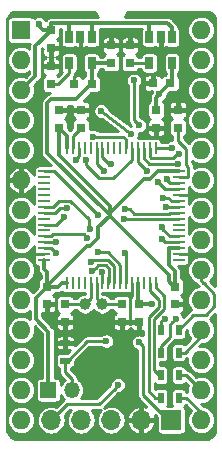
<source format=gtl>
G04 #@! TF.GenerationSoftware,KiCad,Pcbnew,(5.1.2-1)-1*
G04 #@! TF.CreationDate,2019-06-12T16:50:37+03:00*
G04 #@! TF.ProjectId,ayx,6179782e-6b69-4636-9164-5f7063625858,rev?*
G04 #@! TF.SameCoordinates,Original*
G04 #@! TF.FileFunction,Copper,L1,Top*
G04 #@! TF.FilePolarity,Positive*
%FSLAX46Y46*%
G04 Gerber Fmt 4.6, Leading zero omitted, Abs format (unit mm)*
G04 Created by KiCad (PCBNEW (5.1.2-1)-1) date 2019-06-12 16:50:37*
%MOMM*%
%LPD*%
G04 APERTURE LIST*
%ADD10R,1.600000X1.600000*%
%ADD11O,1.600000X1.600000*%
%ADD12R,0.750000X0.800000*%
%ADD13R,1.000000X0.250000*%
%ADD14R,0.250000X1.000000*%
%ADD15O,1.700000X1.700000*%
%ADD16R,1.700000X1.700000*%
%ADD17R,0.650000X1.060000*%
%ADD18R,0.900000X0.500000*%
%ADD19R,0.500000X0.900000*%
%ADD20R,0.800000X0.750000*%
%ADD21O,1.350000X1.350000*%
%ADD22R,1.350000X1.350000*%
%ADD23C,1.000000*%
%ADD24C,0.600000*%
%ADD25C,0.300000*%
%ADD26C,0.250000*%
G04 APERTURE END LIST*
D10*
X140335000Y-86360000D03*
D11*
X155575000Y-119380000D03*
X140335000Y-88900000D03*
X155575000Y-116840000D03*
X140335000Y-91440000D03*
X155575000Y-114300000D03*
X140335000Y-93980000D03*
X155575000Y-111760000D03*
X140335000Y-96520000D03*
X155575000Y-109220000D03*
X140335000Y-99060000D03*
X155575000Y-106680000D03*
X140335000Y-101600000D03*
X155575000Y-104140000D03*
X140335000Y-104140000D03*
X155575000Y-101600000D03*
X140335000Y-106680000D03*
X155575000Y-99060000D03*
X140335000Y-109220000D03*
X155575000Y-96520000D03*
X140335000Y-111760000D03*
X155575000Y-93980000D03*
X140335000Y-114300000D03*
X155575000Y-91440000D03*
X140335000Y-116840000D03*
X155575000Y-88900000D03*
X140335000Y-119380000D03*
X155575000Y-86360000D03*
D12*
X147955000Y-87654000D03*
X147955000Y-89154000D03*
D13*
X142270000Y-105823400D03*
X142270000Y-105323400D03*
X142270000Y-104823400D03*
X142270000Y-104323400D03*
X142270000Y-103823400D03*
X142270000Y-103323400D03*
X142270000Y-102823400D03*
X142270000Y-102323400D03*
X142270000Y-101823400D03*
X142270000Y-101323400D03*
X142270000Y-100823400D03*
X142270000Y-100323400D03*
X142270000Y-99823400D03*
X142270000Y-99323400D03*
X142270000Y-98823400D03*
X142270000Y-98323400D03*
D14*
X144220000Y-96373400D03*
X144720000Y-96373400D03*
X145220000Y-96373400D03*
X145720000Y-96373400D03*
X146220000Y-96373400D03*
X146720000Y-96373400D03*
X147220000Y-96373400D03*
X147720000Y-96373400D03*
X148220000Y-96373400D03*
X148720000Y-96373400D03*
X149220000Y-96373400D03*
X149720000Y-96373400D03*
X150220000Y-96373400D03*
X150720000Y-96373400D03*
X151220000Y-96373400D03*
X151720000Y-96373400D03*
D13*
X153670000Y-98323400D03*
X153670000Y-98823400D03*
X153670000Y-99323400D03*
X153670000Y-99823400D03*
X153670000Y-100323400D03*
X153670000Y-100823400D03*
X153670000Y-101323400D03*
X153670000Y-101823400D03*
X153670000Y-102323400D03*
X153670000Y-102823400D03*
X153670000Y-103323400D03*
X153670000Y-103823400D03*
X153670000Y-104323400D03*
X153670000Y-104823400D03*
X153670000Y-105323400D03*
X153670000Y-105823400D03*
D14*
X151720000Y-107773400D03*
X151220000Y-107773400D03*
X150720000Y-107773400D03*
X150220000Y-107773400D03*
X149720000Y-107773400D03*
X149220000Y-107773400D03*
X148720000Y-107773400D03*
X148220000Y-107773400D03*
X147720000Y-107773400D03*
X147220000Y-107773400D03*
X146720000Y-107773400D03*
X146220000Y-107773400D03*
X145720000Y-107773400D03*
X145220000Y-107773400D03*
X144720000Y-107773400D03*
X144220000Y-107773400D03*
D15*
X142875000Y-119380000D03*
X145415000Y-119380000D03*
X147955000Y-119380000D03*
X150495000Y-119380000D03*
D16*
X153035000Y-119380000D03*
D17*
X146304000Y-89154000D03*
X144404000Y-89154000D03*
X144404000Y-86954000D03*
X145354000Y-86954000D03*
X146304000Y-86954000D03*
X153096000Y-89154000D03*
X151196000Y-89154000D03*
X151196000Y-86954000D03*
X152146000Y-86954000D03*
X153096000Y-86954000D03*
D12*
X142875000Y-87884000D03*
X142875000Y-86384000D03*
X144068800Y-111075600D03*
X144068800Y-109575600D03*
X148844000Y-111075600D03*
X148844000Y-109575600D03*
X153619200Y-93115000D03*
X153619200Y-94615000D03*
X145415000Y-93115000D03*
X145415000Y-94615000D03*
X153352500Y-108077000D03*
X153352500Y-109577000D03*
X150317200Y-109575600D03*
X150317200Y-111075600D03*
X142875000Y-90932000D03*
X142875000Y-89432000D03*
X149542500Y-89154000D03*
X149542500Y-87654000D03*
D18*
X144068800Y-112838800D03*
X144068800Y-114338800D03*
D19*
X152170000Y-117475000D03*
X153670000Y-117475000D03*
X152170000Y-115570000D03*
X153670000Y-115570000D03*
X152170000Y-111760000D03*
X153670000Y-111760000D03*
X152170000Y-113665000D03*
X153670000Y-113665000D03*
D12*
X143510000Y-93115000D03*
X143510000Y-94615000D03*
X142519400Y-109575600D03*
X142519400Y-108075600D03*
D20*
X144804000Y-90932000D03*
X146304000Y-90932000D03*
X151469000Y-90866000D03*
X152969000Y-90866000D03*
D12*
X151765000Y-94640400D03*
X151765000Y-93140400D03*
D21*
X144627600Y-116840000D03*
D22*
X142627600Y-116840000D03*
D23*
X147218400Y-109575600D03*
X145718400Y-109575600D03*
D24*
X152031449Y-91803449D03*
X151370743Y-109549891D03*
X150289108Y-86490942D03*
X141833600Y-90906600D03*
X154533600Y-108102400D03*
X156235400Y-113030000D03*
X146456400Y-114274600D03*
X154025600Y-91744800D03*
X146558000Y-93980000D03*
X147320000Y-98298000D03*
X147965401Y-97673401D03*
X150317198Y-112801400D03*
X146844816Y-102043375D03*
X144946640Y-97362973D03*
X147157727Y-106882748D03*
X146149210Y-103181824D03*
X148539200Y-116408200D03*
X152362369Y-100545764D03*
X152499451Y-110850143D03*
X153423498Y-110809994D03*
X152633643Y-101298379D03*
X146364996Y-106773788D03*
X146241545Y-105983367D03*
X146865235Y-105182725D03*
X149159435Y-105241892D03*
X149077694Y-102360635D03*
X149083576Y-101548487D03*
X151916120Y-99231602D03*
X152670249Y-98964567D03*
X153098576Y-96328860D03*
X153705390Y-96850200D03*
X153618343Y-97669024D03*
X150951837Y-98251192D03*
X145835290Y-97373401D03*
X146456400Y-95377002D03*
X144180065Y-101432835D03*
X143924611Y-102190966D03*
X143287557Y-104338244D03*
X143270012Y-105257573D03*
X141822782Y-85827000D03*
X145915340Y-103946889D03*
X147548600Y-112699800D03*
X149663585Y-95126688D03*
X152264779Y-104063800D03*
X147116800Y-93218000D03*
X150331444Y-94434278D03*
X152264779Y-103022400D03*
X149885400Y-90627200D03*
D25*
X147828000Y-102123374D02*
X147828000Y-102067000D01*
X153670000Y-104823400D02*
X152870000Y-104823400D01*
X152870000Y-104823400D02*
X152894999Y-104848399D01*
X152894999Y-104848399D02*
X152889999Y-104848399D01*
X152889999Y-104848399D02*
X152819999Y-104918399D01*
X152819999Y-104918399D02*
X152819999Y-106246907D01*
X152819999Y-106246907D02*
X153352500Y-106779408D01*
X153352500Y-106779408D02*
X153352500Y-107377000D01*
X144220000Y-96373400D02*
X144220000Y-95325000D01*
X144220000Y-95325000D02*
X143510000Y-94615000D01*
X144220000Y-107773400D02*
X143795000Y-107773400D01*
X143795000Y-107773400D02*
X143492800Y-108075600D01*
X143492800Y-108075600D02*
X142519400Y-108075600D01*
X143497802Y-94627198D02*
X143510000Y-94615000D01*
X146304000Y-89154000D02*
X147955000Y-89154000D01*
X142519400Y-108075600D02*
X142536021Y-108058979D01*
X142536021Y-108058979D02*
X142536021Y-106865081D01*
X142536021Y-106865081D02*
X142270000Y-106599060D01*
X142270000Y-106599060D02*
X142270000Y-105823400D01*
X146304000Y-90932000D02*
X146304000Y-89154000D01*
X153352500Y-108077000D02*
X153352500Y-107377000D01*
X147817974Y-102123374D02*
X147828000Y-102123374D01*
X147817974Y-102077026D02*
X147828000Y-102067000D01*
X147817974Y-102123374D02*
X147817974Y-102077026D01*
X147828000Y-102067000D02*
X147828000Y-102082600D01*
X152857200Y-107111800D02*
X152857200Y-107619800D01*
X153314400Y-108077000D02*
X153352500Y-108077000D01*
X152857200Y-107619800D02*
X153314400Y-108077000D01*
X147828000Y-102082600D02*
X152857200Y-107111800D01*
X152870000Y-98323400D02*
X153670000Y-98323400D01*
X151893586Y-98314378D02*
X152860978Y-98314378D01*
X152860978Y-98314378D02*
X152870000Y-98323400D01*
X147828000Y-101842059D02*
X150733820Y-98936239D01*
X151271725Y-98936239D02*
X151893586Y-98314378D01*
X147828000Y-102067000D02*
X147828000Y-101842059D01*
X150733820Y-98936239D02*
X151271725Y-98936239D01*
X142519400Y-108100600D02*
X142519400Y-108075600D01*
X141579600Y-109040400D02*
X142519400Y-108100600D01*
X142627600Y-116840000D02*
X142646400Y-116821200D01*
X142646400Y-116821200D02*
X142646400Y-111887000D01*
X142646400Y-111887000D02*
X141579600Y-110820200D01*
X141579600Y-110820200D02*
X141579600Y-109040400D01*
X146862800Y-103032200D02*
X147828000Y-102067000D01*
X142519400Y-108050600D02*
X145947400Y-104622600D01*
X142519400Y-108075600D02*
X142519400Y-108050600D01*
X145947400Y-104622600D02*
X146201631Y-104622600D01*
X146862800Y-103961431D02*
X146862800Y-103032200D01*
X146201631Y-104622600D02*
X146862800Y-103961431D01*
X147817974Y-102054531D02*
X147817974Y-102123374D01*
X142528217Y-96764774D02*
X147817974Y-102054531D01*
X146304000Y-90932000D02*
X146279000Y-90932000D01*
X146279000Y-90932000D02*
X144977489Y-92233511D01*
X144977489Y-92233511D02*
X142832042Y-92233511D01*
X142528217Y-92537336D02*
X142528217Y-96764774D01*
X142832042Y-92233511D02*
X142528217Y-92537336D01*
X147828000Y-101246768D02*
X147828000Y-102123374D01*
X143510000Y-94615000D02*
X143510000Y-96928768D01*
X143510000Y-96928768D02*
X147828000Y-101246768D01*
X153096000Y-89154000D02*
X153096000Y-90739000D01*
X153096000Y-90739000D02*
X152969000Y-90866000D01*
X150220000Y-107773400D02*
X150220000Y-108573400D01*
X150220000Y-109478400D02*
X150317200Y-109575600D01*
X150220000Y-107773400D02*
X150220000Y-109478400D01*
X152969000Y-90866000D02*
X152944000Y-90866000D01*
X152031449Y-91778551D02*
X152031449Y-91803449D01*
X152944000Y-90866000D02*
X152031449Y-91778551D01*
X151227928Y-109581328D02*
X151259365Y-109549891D01*
X151259365Y-109549891D02*
X151370743Y-109549891D01*
X151345034Y-109575600D02*
X151370743Y-109549891D01*
X150317200Y-109575600D02*
X151345034Y-109575600D01*
X151765000Y-92069898D02*
X152031449Y-91803449D01*
X151765000Y-93140400D02*
X151765000Y-92069898D01*
D26*
X144404000Y-89934000D02*
X144404000Y-89154000D01*
X144404000Y-89968984D02*
X144404000Y-89934000D01*
X143440984Y-90932000D02*
X144404000Y-89968984D01*
X142875000Y-90932000D02*
X143440984Y-90932000D01*
X145351819Y-87883905D02*
X145351819Y-89759181D01*
X145351819Y-89759181D02*
X144804000Y-90307000D01*
X144804000Y-90307000D02*
X144804000Y-90932000D01*
X149542500Y-87654000D02*
X150167500Y-87654000D01*
X150167500Y-87654000D02*
X150396471Y-87882971D01*
X150396471Y-87882971D02*
X152126718Y-87882971D01*
X145354000Y-87867449D02*
X145354000Y-86954000D01*
X145351819Y-87883905D02*
X147100095Y-87883905D01*
X147100095Y-87883905D02*
X147330000Y-87654000D01*
X147330000Y-87654000D02*
X147955000Y-87654000D01*
X142875000Y-87884000D02*
X145339048Y-87884000D01*
X151469000Y-90866000D02*
X151469000Y-90241000D01*
X151469000Y-90241000D02*
X152146000Y-89564000D01*
X152146000Y-89564000D02*
X152146000Y-87734000D01*
X152146000Y-87734000D02*
X152146000Y-86954000D01*
X142875000Y-89432000D02*
X142875000Y-87884000D01*
X142875000Y-89457000D02*
X142875000Y-89432000D01*
X142519400Y-109575600D02*
X142568800Y-109575600D01*
X149720000Y-108675046D02*
X149720000Y-107773400D01*
X149580600Y-108814446D02*
X149720000Y-108675046D01*
X149580600Y-111075600D02*
X149580600Y-108814446D01*
X148844000Y-111075600D02*
X149580600Y-111075600D01*
X150317200Y-111075600D02*
X149580600Y-111075600D01*
X154420000Y-100323400D02*
X153670000Y-100323400D01*
X155963402Y-100323400D02*
X154420000Y-100323400D01*
X156700001Y-101059999D02*
X155963402Y-100323400D01*
X156700001Y-104680001D02*
X156700001Y-101059999D01*
X156056602Y-105323400D02*
X156700001Y-104680001D01*
X153670000Y-105323400D02*
X156056602Y-105323400D01*
X139334000Y-105323400D02*
X141020800Y-105323400D01*
X139115800Y-105105200D02*
X139334000Y-105323400D01*
X139115800Y-102977990D02*
X139115800Y-105105200D01*
X139115800Y-99161600D02*
X139115800Y-102914410D01*
X139217400Y-99060000D02*
X139115800Y-99161600D01*
X140335000Y-99060000D02*
X139217400Y-99060000D01*
X139122190Y-102920800D02*
X139115800Y-102914410D01*
X141020800Y-105323400D02*
X142270000Y-105323400D01*
X149542500Y-89154000D02*
X151196000Y-89154000D01*
X146720000Y-97698000D02*
X146720000Y-96373400D01*
X147320000Y-98298000D02*
X146720000Y-97698000D01*
X147220000Y-97123400D02*
X147220000Y-96373400D01*
X147770001Y-97673401D02*
X147220000Y-97123400D01*
X147965401Y-97673401D02*
X147770001Y-97673401D01*
X150647400Y-113131602D02*
X150317198Y-112801400D01*
X150647400Y-117237402D02*
X150647400Y-113131602D01*
X152789998Y-119380000D02*
X150647400Y-117237402D01*
X153035000Y-119380000D02*
X152789998Y-119380000D01*
X142270000Y-98323400D02*
X143124841Y-98323400D01*
X143124841Y-98323400D02*
X146544817Y-101743376D01*
X146544817Y-101743376D02*
X146844816Y-102043375D01*
X145220000Y-96373400D02*
X145220000Y-96999008D01*
X144946640Y-97272368D02*
X144946640Y-97362973D01*
X145220000Y-96999008D02*
X144946640Y-97272368D01*
X147220000Y-107773400D02*
X147220000Y-106945021D01*
X147220000Y-106945021D02*
X147157727Y-106882748D01*
X143047444Y-101323400D02*
X143565530Y-100805314D01*
X146036304Y-102644654D02*
X146036304Y-103068918D01*
X146036304Y-102364288D02*
X146036304Y-102644654D01*
X144477330Y-100805314D02*
X146036304Y-102364288D01*
X143565530Y-100805314D02*
X144477330Y-100805314D01*
X146036304Y-103068918D02*
X146149210Y-103181824D01*
X142270000Y-101323400D02*
X143047444Y-101323400D01*
X144221200Y-118033800D02*
X146913600Y-118033800D01*
X148239201Y-116708199D02*
X148539200Y-116408200D01*
X142875000Y-119380000D02*
X144221200Y-118033800D01*
X146913600Y-118033800D02*
X148239201Y-116708199D01*
X155575000Y-118719600D02*
X155575000Y-119380000D01*
X154330400Y-117475000D02*
X155575000Y-118719600D01*
X153670000Y-117475000D02*
X154330400Y-117475000D01*
X151220000Y-108474146D02*
X151220000Y-107773400D01*
X152000034Y-109254180D02*
X151220000Y-108474146D01*
X152000034Y-109804498D02*
X152000034Y-109254180D01*
X152170000Y-117475000D02*
X151688800Y-117475000D01*
X151144988Y-110659544D02*
X152000034Y-109804498D01*
X151688800Y-117475000D02*
X151144988Y-116931188D01*
X151144988Y-116931188D02*
X151144988Y-110659544D01*
X153670000Y-115570000D02*
X154305000Y-115570000D01*
X154305000Y-115570000D02*
X155575000Y-116840000D01*
X151720000Y-108148400D02*
X151720000Y-107773400D01*
X152450045Y-108878445D02*
X151720000Y-108148400D01*
X152450045Y-109990898D02*
X152450045Y-108878445D01*
X152170000Y-115570000D02*
X152044400Y-115570000D01*
X152044400Y-115570000D02*
X151594999Y-115120599D01*
X151594999Y-115120599D02*
X151594999Y-110845944D01*
X151594999Y-110845944D02*
X152450045Y-109990898D01*
X153670000Y-111760000D02*
X154920171Y-110509829D01*
X154920171Y-110509829D02*
X155950173Y-110509829D01*
X155950173Y-110509829D02*
X156700001Y-109760001D01*
X156700001Y-109760001D02*
X156700001Y-108679999D01*
X156700001Y-108679999D02*
X155773024Y-107753022D01*
X155773024Y-107753022D02*
X155770245Y-107753022D01*
X155770245Y-107753022D02*
X155575000Y-107557777D01*
X155575000Y-107557777D02*
X155575000Y-106680000D01*
X153670000Y-100823400D02*
X153064269Y-100823400D01*
X152786633Y-100545764D02*
X152362369Y-100545764D01*
X153064269Y-100823400D02*
X152786633Y-100545764D01*
X152170000Y-111760000D02*
X152170000Y-111060000D01*
X152379857Y-110850143D02*
X152499451Y-110850143D01*
X152170000Y-111060000D02*
X152379857Y-110850143D01*
X155575000Y-111760000D02*
X154940000Y-111760000D01*
X155575000Y-112268000D02*
X155575000Y-111760000D01*
X154178000Y-113665000D02*
X155575000Y-112268000D01*
X153670000Y-113665000D02*
X154178000Y-113665000D01*
X152658664Y-101323400D02*
X152633643Y-101298379D01*
X153670000Y-101323400D02*
X152658664Y-101323400D01*
X153123499Y-111109993D02*
X153423498Y-110809994D01*
X152170000Y-113665000D02*
X152170000Y-113082200D01*
X152170000Y-113082200D02*
X152933400Y-112318800D01*
X152933400Y-112318800D02*
X152933400Y-111300092D01*
X152933400Y-111300092D02*
X153123499Y-111109993D01*
X147782737Y-106561357D02*
X147479118Y-106257738D01*
X146881046Y-106257738D02*
X146664995Y-106473789D01*
X147479118Y-106257738D02*
X146881046Y-106257738D01*
X147720000Y-107773400D02*
X147769999Y-107723401D01*
X146664995Y-106473789D02*
X146364996Y-106773788D01*
X147769999Y-107013399D02*
X147782737Y-107000661D01*
X147769999Y-107723401D02*
X147769999Y-107013399D01*
X147782737Y-107000661D02*
X147782737Y-106561357D01*
X148232748Y-107760652D02*
X148232748Y-106374958D01*
X148232748Y-106374958D02*
X147665517Y-105807727D01*
X146417185Y-105807727D02*
X146241545Y-105983367D01*
X147665517Y-105807727D02*
X146417185Y-105807727D01*
X148220000Y-107773400D02*
X148232748Y-107760652D01*
X148720000Y-106225800D02*
X147676925Y-105182725D01*
X147676925Y-105182725D02*
X147289499Y-105182725D01*
X148720000Y-107773400D02*
X148720000Y-106225800D01*
X147289499Y-105182725D02*
X146865235Y-105182725D01*
X149220000Y-107773400D02*
X149220000Y-105302457D01*
X149220000Y-105302457D02*
X149159435Y-105241892D01*
X149501958Y-102360635D02*
X149077694Y-102360635D01*
X153670000Y-102323400D02*
X153620001Y-102373399D01*
X153620001Y-102373399D02*
X149514722Y-102373399D01*
X149514722Y-102373399D02*
X149501958Y-102360635D01*
X149891547Y-101923388D02*
X149516646Y-101548487D01*
X152909999Y-101873399D02*
X152860009Y-101923389D01*
X149516646Y-101548487D02*
X149507840Y-101548487D01*
X152860009Y-101923389D02*
X149891547Y-101923388D01*
X149507840Y-101548487D02*
X149083576Y-101548487D01*
X153620001Y-101873399D02*
X152909999Y-101873399D01*
X153670000Y-101823400D02*
X153620001Y-101873399D01*
X152507918Y-99823400D02*
X152216119Y-99531601D01*
X152216119Y-99531601D02*
X151916120Y-99231602D01*
X153670000Y-99823400D02*
X152507918Y-99823400D01*
X153670000Y-99323400D02*
X152920000Y-99323400D01*
X152920000Y-99323400D02*
X152670249Y-99073649D01*
X152670249Y-99073649D02*
X152670249Y-98964567D01*
X153054036Y-96373400D02*
X153098576Y-96328860D01*
X151720000Y-96373400D02*
X153054036Y-96373400D01*
X153549412Y-96850200D02*
X153705390Y-96850200D01*
X153201211Y-97198401D02*
X153549412Y-96850200D01*
X151334999Y-97198401D02*
X153201211Y-97198401D01*
X151220000Y-96373400D02*
X151220000Y-97083402D01*
X151220000Y-97083402D02*
X151334999Y-97198401D01*
X151163187Y-97663000D02*
X153188055Y-97663000D01*
X153194079Y-97669024D02*
X153618343Y-97669024D01*
X150720000Y-96373400D02*
X150720000Y-97219813D01*
X153188055Y-97663000D02*
X153194079Y-97669024D01*
X150720000Y-97219813D02*
X151163187Y-97663000D01*
X150220000Y-97519355D02*
X150651838Y-97951193D01*
X150220000Y-96373400D02*
X150220000Y-97519355D01*
X150651838Y-97951193D02*
X150951837Y-98251192D01*
X145835290Y-97797665D02*
X145835290Y-97373401D01*
X146960626Y-98923001D02*
X145835290Y-97797665D01*
X148128001Y-98923001D02*
X146960626Y-98923001D01*
X149720000Y-97331002D02*
X148128001Y-98923001D01*
X149720000Y-96373400D02*
X149720000Y-97331002D01*
X148973602Y-95377002D02*
X146880664Y-95377002D01*
X149220000Y-96373400D02*
X149220000Y-95623400D01*
X146880664Y-95377002D02*
X146456400Y-95377002D01*
X149220000Y-95623400D02*
X148973602Y-95377002D01*
X143755801Y-101432835D02*
X144180065Y-101432835D01*
X143232118Y-101823400D02*
X143622683Y-101432835D01*
X142270000Y-101823400D02*
X143232118Y-101823400D01*
X143622683Y-101432835D02*
X143755801Y-101432835D01*
X143292177Y-102823400D02*
X143624612Y-102490965D01*
X142270000Y-102823400D02*
X143292177Y-102823400D01*
X143624612Y-102490965D02*
X143924611Y-102190966D01*
X142270000Y-104323400D02*
X143272713Y-104323400D01*
X143272713Y-104323400D02*
X143287557Y-104338244D01*
X142270000Y-104823400D02*
X142887398Y-104823400D01*
X142887398Y-104823400D02*
X143270012Y-105206014D01*
X143270012Y-105206014D02*
X143270012Y-105257573D01*
D25*
X140335000Y-91440000D02*
X141542235Y-90232765D01*
X141542235Y-90232765D02*
X141542235Y-87741765D01*
X141542235Y-87741765D02*
X142875000Y-86409000D01*
X142875000Y-86384000D02*
X142200000Y-86384000D01*
X141822782Y-86006782D02*
X141822782Y-85827000D01*
X142200000Y-86384000D02*
X141822782Y-86006782D01*
X151180800Y-85750400D02*
X146329400Y-85750400D01*
X152722400Y-85750400D02*
X151180800Y-85750400D01*
X151180800Y-85750400D02*
X151196000Y-85765600D01*
X151196000Y-85765600D02*
X151196000Y-86954000D01*
X146329400Y-85750400D02*
X144424400Y-85750400D01*
X146329400Y-85750400D02*
X146304000Y-85775800D01*
X146304000Y-85775800D02*
X146304000Y-86954000D01*
X144424400Y-85750400D02*
X142925800Y-85750400D01*
X144424400Y-85750400D02*
X144404000Y-85770800D01*
X144404000Y-85770800D02*
X144404000Y-86954000D01*
X153096000Y-86954000D02*
X153096000Y-86124000D01*
X153096000Y-86124000D02*
X152722400Y-85750400D01*
X142925800Y-85750400D02*
X142875000Y-85801200D01*
X142875000Y-85801200D02*
X142875000Y-86384000D01*
D26*
X145718400Y-109575600D02*
X144068800Y-109575600D01*
X146220000Y-107773400D02*
X146220000Y-109074000D01*
X146220000Y-109074000D02*
X145718400Y-109575600D01*
X146720000Y-107773400D02*
X146720000Y-109077200D01*
X146720000Y-109077200D02*
X147218400Y-109575600D01*
X148844000Y-109575600D02*
X147218400Y-109575600D01*
X154316067Y-98773401D02*
X154266068Y-98823400D01*
X154430001Y-98773401D02*
X154316067Y-98773401D01*
X154495001Y-98708401D02*
X154430001Y-98773401D01*
X154495001Y-97938399D02*
X154495001Y-98708401D01*
X154330400Y-97773798D02*
X154495001Y-97938399D01*
X154266068Y-98823400D02*
X153670000Y-98823400D01*
X153619200Y-94615000D02*
X153619200Y-95732600D01*
X153619200Y-95732600D02*
X154330400Y-96443800D01*
X154330400Y-96443800D02*
X154330400Y-97773798D01*
X145415000Y-94615000D02*
X144720000Y-95310000D01*
X144720000Y-95310000D02*
X144720000Y-96373400D01*
X142858922Y-103823400D02*
X143035432Y-103646890D01*
X143035432Y-103646890D02*
X145615341Y-103646890D01*
X142270000Y-103823400D02*
X142858922Y-103823400D01*
X145615341Y-103646890D02*
X145915340Y-103946889D01*
X144068800Y-115326606D02*
X144068800Y-114338800D01*
X144627600Y-115885406D02*
X144068800Y-115326606D01*
X144627600Y-116840000D02*
X144627600Y-115885406D01*
X145907800Y-112699800D02*
X147124336Y-112699800D01*
X147124336Y-112699800D02*
X147548600Y-112699800D01*
X144068800Y-114338800D02*
X144268800Y-114338800D01*
X144268800Y-114338800D02*
X145907800Y-112699800D01*
X153670000Y-104323400D02*
X152524379Y-104323400D01*
X152524379Y-104323400D02*
X152264779Y-104063800D01*
X147116800Y-93218000D02*
X149663585Y-95126688D01*
X153670000Y-103823400D02*
X152920000Y-103823400D01*
X152264779Y-103168179D02*
X152264779Y-103022400D01*
X152920000Y-103823400D02*
X152264779Y-103168179D01*
X149885400Y-91227198D02*
X149885400Y-90627200D01*
X149885400Y-93988234D02*
X149885400Y-91227198D01*
X150331444Y-94434278D02*
X149885400Y-93988234D01*
G36*
X146592222Y-84864311D02*
G01*
X146608306Y-84901838D01*
X146623833Y-84939509D01*
X146626821Y-84945036D01*
X146722348Y-85118797D01*
X146745400Y-85152464D01*
X146767959Y-85186418D01*
X146771964Y-85191260D01*
X146800611Y-85225400D01*
X146355179Y-85225400D01*
X146329399Y-85222861D01*
X146303619Y-85225400D01*
X144450180Y-85225400D01*
X144424400Y-85222861D01*
X144398620Y-85225400D01*
X142951579Y-85225400D01*
X142925799Y-85222861D01*
X142900019Y-85225400D01*
X142900012Y-85225400D01*
X142822882Y-85232997D01*
X142723919Y-85263017D01*
X142632714Y-85311767D01*
X142552773Y-85377373D01*
X142536329Y-85397410D01*
X142522010Y-85411729D01*
X142501973Y-85428173D01*
X142436367Y-85508114D01*
X142427884Y-85523985D01*
X142420959Y-85507268D01*
X142347089Y-85396713D01*
X142253069Y-85302693D01*
X142142514Y-85228823D01*
X142019672Y-85177940D01*
X141889264Y-85152000D01*
X141756300Y-85152000D01*
X141625892Y-85177940D01*
X141503050Y-85228823D01*
X141403122Y-85295592D01*
X141401448Y-85293552D01*
X141344347Y-85246691D01*
X141279200Y-85211869D01*
X141208513Y-85190426D01*
X141135000Y-85183186D01*
X139535000Y-85183186D01*
X139461487Y-85190426D01*
X139390800Y-85211869D01*
X139325653Y-85246691D01*
X139268552Y-85293552D01*
X139221691Y-85350653D01*
X139186869Y-85415800D01*
X139165426Y-85486487D01*
X139158186Y-85560000D01*
X139158186Y-87160000D01*
X139165426Y-87233513D01*
X139186869Y-87304200D01*
X139221691Y-87369347D01*
X139268552Y-87426448D01*
X139325653Y-87473309D01*
X139390800Y-87508131D01*
X139461487Y-87529574D01*
X139535000Y-87536814D01*
X141056493Y-87536814D01*
X141054852Y-87539885D01*
X141024832Y-87638848D01*
X141014696Y-87741765D01*
X141017236Y-87767555D01*
X141017236Y-87939866D01*
X140990953Y-87918296D01*
X140786829Y-87809189D01*
X140565340Y-87742002D01*
X140392720Y-87725000D01*
X140277280Y-87725000D01*
X140104660Y-87742002D01*
X139883171Y-87809189D01*
X139679047Y-87918296D01*
X139500130Y-88065130D01*
X139353296Y-88244047D01*
X139244189Y-88448171D01*
X139177002Y-88669660D01*
X139154315Y-88900000D01*
X139177002Y-89130340D01*
X139244189Y-89351829D01*
X139353296Y-89555953D01*
X139500130Y-89734870D01*
X139679047Y-89881704D01*
X139883171Y-89990811D01*
X140104660Y-90057998D01*
X140277280Y-90075000D01*
X140392720Y-90075000D01*
X140565340Y-90057998D01*
X140786829Y-89990811D01*
X140990953Y-89881704D01*
X141017235Y-89860135D01*
X141017235Y-90015303D01*
X140707433Y-90325105D01*
X140565340Y-90282002D01*
X140392720Y-90265000D01*
X140277280Y-90265000D01*
X140104660Y-90282002D01*
X139883171Y-90349189D01*
X139679047Y-90458296D01*
X139500130Y-90605130D01*
X139353296Y-90784047D01*
X139244189Y-90988171D01*
X139177002Y-91209660D01*
X139154315Y-91440000D01*
X139177002Y-91670340D01*
X139244189Y-91891829D01*
X139353296Y-92095953D01*
X139500130Y-92274870D01*
X139679047Y-92421704D01*
X139883171Y-92530811D01*
X140104660Y-92597998D01*
X140277280Y-92615000D01*
X140392720Y-92615000D01*
X140565340Y-92597998D01*
X140786829Y-92530811D01*
X140990953Y-92421704D01*
X141169870Y-92274870D01*
X141316704Y-92095953D01*
X141425811Y-91891829D01*
X141492998Y-91670340D01*
X141515685Y-91440000D01*
X141492998Y-91209660D01*
X141449895Y-91067567D01*
X141895231Y-90622231D01*
X141915262Y-90605792D01*
X141980868Y-90525851D01*
X142029618Y-90434646D01*
X142059638Y-90335683D01*
X142067235Y-90258553D01*
X142067235Y-90258546D01*
X142069774Y-90232766D01*
X142067235Y-90206986D01*
X142067235Y-87959226D01*
X142125000Y-87901461D01*
X142125000Y-87959002D01*
X142218748Y-87959002D01*
X142125000Y-88052750D01*
X142123186Y-88284000D01*
X142130426Y-88357513D01*
X142151869Y-88428200D01*
X142186691Y-88493347D01*
X142233552Y-88550448D01*
X142290653Y-88597309D01*
X142355800Y-88632131D01*
X142426487Y-88653574D01*
X142471427Y-88658000D01*
X142426487Y-88662426D01*
X142355800Y-88683869D01*
X142290653Y-88718691D01*
X142233552Y-88765552D01*
X142186691Y-88822653D01*
X142151869Y-88887800D01*
X142130426Y-88958487D01*
X142123186Y-89032000D01*
X142125000Y-89263250D01*
X142218750Y-89357000D01*
X142800000Y-89357000D01*
X142800000Y-88750750D01*
X142707250Y-88658000D01*
X142800000Y-88565250D01*
X142800000Y-87959000D01*
X142950000Y-87959000D01*
X142950000Y-88565250D01*
X143042750Y-88658000D01*
X142950000Y-88750750D01*
X142950000Y-89357000D01*
X143531250Y-89357000D01*
X143625000Y-89263250D01*
X143626814Y-89032000D01*
X143619574Y-88958487D01*
X143598131Y-88887800D01*
X143563309Y-88822653D01*
X143516448Y-88765552D01*
X143459347Y-88718691D01*
X143394200Y-88683869D01*
X143323513Y-88662426D01*
X143278573Y-88658000D01*
X143323513Y-88653574D01*
X143394200Y-88632131D01*
X143459347Y-88597309D01*
X143516448Y-88550448D01*
X143563309Y-88493347D01*
X143598131Y-88428200D01*
X143619574Y-88357513D01*
X143626814Y-88284000D01*
X143625000Y-88052750D01*
X143531250Y-87959000D01*
X142950000Y-87959000D01*
X142800000Y-87959000D01*
X142780000Y-87959000D01*
X142780000Y-87809000D01*
X142800000Y-87809000D01*
X142800000Y-87789000D01*
X142950000Y-87789000D01*
X142950000Y-87809000D01*
X143531250Y-87809000D01*
X143625000Y-87715250D01*
X143626814Y-87484000D01*
X143619574Y-87410487D01*
X143598131Y-87339800D01*
X143563309Y-87274653D01*
X143516448Y-87217552D01*
X143459347Y-87170691D01*
X143394200Y-87135869D01*
X143388039Y-87134000D01*
X143394200Y-87132131D01*
X143459347Y-87097309D01*
X143516448Y-87050448D01*
X143563309Y-86993347D01*
X143598131Y-86928200D01*
X143619574Y-86857513D01*
X143626814Y-86784000D01*
X143626814Y-86275400D01*
X143733221Y-86275400D01*
X143730869Y-86279800D01*
X143709426Y-86350487D01*
X143702186Y-86424000D01*
X143702186Y-87484000D01*
X143709426Y-87557513D01*
X143730869Y-87628200D01*
X143765691Y-87693347D01*
X143812552Y-87750448D01*
X143869653Y-87797309D01*
X143934800Y-87832131D01*
X144005487Y-87853574D01*
X144079000Y-87860814D01*
X144729000Y-87860814D01*
X144802513Y-87853574D01*
X144873200Y-87832131D01*
X144879000Y-87829031D01*
X144884800Y-87832131D01*
X144955487Y-87853574D01*
X145029000Y-87860814D01*
X145185250Y-87859000D01*
X145279000Y-87765250D01*
X145279000Y-87029000D01*
X145259000Y-87029000D01*
X145259000Y-86879000D01*
X145279000Y-86879000D01*
X145279000Y-86859000D01*
X145429000Y-86859000D01*
X145429000Y-86879000D01*
X145449000Y-86879000D01*
X145449000Y-87029000D01*
X145429000Y-87029000D01*
X145429000Y-87765250D01*
X145522750Y-87859000D01*
X145679000Y-87860814D01*
X145752513Y-87853574D01*
X145823200Y-87832131D01*
X145829000Y-87829031D01*
X145834800Y-87832131D01*
X145905487Y-87853574D01*
X145979000Y-87860814D01*
X146629000Y-87860814D01*
X146702513Y-87853574D01*
X146773200Y-87832131D01*
X146838347Y-87797309D01*
X146895448Y-87750448D01*
X146942309Y-87693347D01*
X146977131Y-87628200D01*
X146998574Y-87557513D01*
X147005814Y-87484000D01*
X147005814Y-87254000D01*
X147203186Y-87254000D01*
X147205000Y-87485250D01*
X147298750Y-87579000D01*
X147880000Y-87579000D01*
X147880000Y-86972750D01*
X148030000Y-86972750D01*
X148030000Y-87579000D01*
X148611250Y-87579000D01*
X148705000Y-87485250D01*
X148706814Y-87254000D01*
X148790686Y-87254000D01*
X148792500Y-87485250D01*
X148886250Y-87579000D01*
X149467500Y-87579000D01*
X149467500Y-86972750D01*
X149617500Y-86972750D01*
X149617500Y-87579000D01*
X150198750Y-87579000D01*
X150292500Y-87485250D01*
X150294314Y-87254000D01*
X150287074Y-87180487D01*
X150265631Y-87109800D01*
X150230809Y-87044653D01*
X150183948Y-86987552D01*
X150126847Y-86940691D01*
X150061700Y-86905869D01*
X149991013Y-86884426D01*
X149917500Y-86877186D01*
X149711250Y-86879000D01*
X149617500Y-86972750D01*
X149467500Y-86972750D01*
X149373750Y-86879000D01*
X149167500Y-86877186D01*
X149093987Y-86884426D01*
X149023300Y-86905869D01*
X148958153Y-86940691D01*
X148901052Y-86987552D01*
X148854191Y-87044653D01*
X148819369Y-87109800D01*
X148797926Y-87180487D01*
X148790686Y-87254000D01*
X148706814Y-87254000D01*
X148699574Y-87180487D01*
X148678131Y-87109800D01*
X148643309Y-87044653D01*
X148596448Y-86987552D01*
X148539347Y-86940691D01*
X148474200Y-86905869D01*
X148403513Y-86884426D01*
X148330000Y-86877186D01*
X148123750Y-86879000D01*
X148030000Y-86972750D01*
X147880000Y-86972750D01*
X147786250Y-86879000D01*
X147580000Y-86877186D01*
X147506487Y-86884426D01*
X147435800Y-86905869D01*
X147370653Y-86940691D01*
X147313552Y-86987552D01*
X147266691Y-87044653D01*
X147231869Y-87109800D01*
X147210426Y-87180487D01*
X147203186Y-87254000D01*
X147005814Y-87254000D01*
X147005814Y-86424000D01*
X146998574Y-86350487D01*
X146977131Y-86279800D01*
X146974779Y-86275400D01*
X150525221Y-86275400D01*
X150522869Y-86279800D01*
X150501426Y-86350487D01*
X150494186Y-86424000D01*
X150494186Y-87484000D01*
X150501426Y-87557513D01*
X150522869Y-87628200D01*
X150557691Y-87693347D01*
X150604552Y-87750448D01*
X150661653Y-87797309D01*
X150726800Y-87832131D01*
X150797487Y-87853574D01*
X150871000Y-87860814D01*
X151521000Y-87860814D01*
X151594513Y-87853574D01*
X151665200Y-87832131D01*
X151671000Y-87829031D01*
X151676800Y-87832131D01*
X151747487Y-87853574D01*
X151821000Y-87860814D01*
X151977250Y-87859000D01*
X152071000Y-87765250D01*
X152071000Y-87029000D01*
X152051000Y-87029000D01*
X152051000Y-86879000D01*
X152071000Y-86879000D01*
X152071000Y-86859000D01*
X152221000Y-86859000D01*
X152221000Y-86879000D01*
X152241000Y-86879000D01*
X152241000Y-87029000D01*
X152221000Y-87029000D01*
X152221000Y-87765250D01*
X152314750Y-87859000D01*
X152471000Y-87860814D01*
X152544513Y-87853574D01*
X152615200Y-87832131D01*
X152621000Y-87829031D01*
X152626800Y-87832131D01*
X152697487Y-87853574D01*
X152771000Y-87860814D01*
X153421000Y-87860814D01*
X153494513Y-87853574D01*
X153565200Y-87832131D01*
X153630347Y-87797309D01*
X153687448Y-87750448D01*
X153734309Y-87693347D01*
X153769131Y-87628200D01*
X153790574Y-87557513D01*
X153797814Y-87484000D01*
X153797814Y-86424000D01*
X153791511Y-86360000D01*
X154394315Y-86360000D01*
X154417002Y-86590340D01*
X154484189Y-86811829D01*
X154593296Y-87015953D01*
X154740130Y-87194870D01*
X154919047Y-87341704D01*
X155123171Y-87450811D01*
X155344660Y-87517998D01*
X155517280Y-87535000D01*
X155632720Y-87535000D01*
X155805340Y-87517998D01*
X156026829Y-87450811D01*
X156230953Y-87341704D01*
X156409870Y-87194870D01*
X156556704Y-87015953D01*
X156665811Y-86811829D01*
X156732998Y-86590340D01*
X156755685Y-86360000D01*
X156732998Y-86129660D01*
X156665811Y-85908171D01*
X156556704Y-85704047D01*
X156409870Y-85525130D01*
X156230953Y-85378296D01*
X156026829Y-85269189D01*
X155805340Y-85202002D01*
X155632720Y-85185000D01*
X155517280Y-85185000D01*
X155344660Y-85202002D01*
X155123171Y-85269189D01*
X154919047Y-85378296D01*
X154740130Y-85525130D01*
X154593296Y-85704047D01*
X154484189Y-85908171D01*
X154417002Y-86129660D01*
X154394315Y-86360000D01*
X153791511Y-86360000D01*
X153790574Y-86350487D01*
X153769131Y-86279800D01*
X153734309Y-86214653D01*
X153687448Y-86157552D01*
X153630347Y-86110691D01*
X153621777Y-86106110D01*
X153621000Y-86098219D01*
X153621000Y-86098212D01*
X153613403Y-86021082D01*
X153583383Y-85922119D01*
X153534633Y-85830914D01*
X153469027Y-85750973D01*
X153448995Y-85734533D01*
X153111870Y-85397409D01*
X153095427Y-85377373D01*
X153015486Y-85311767D01*
X152924281Y-85263017D01*
X152825318Y-85232997D01*
X152748188Y-85225400D01*
X152748180Y-85225400D01*
X152722400Y-85222861D01*
X152696620Y-85225400D01*
X151206580Y-85225400D01*
X151180800Y-85222861D01*
X151155020Y-85225400D01*
X149108590Y-85225400D01*
X149149973Y-85174660D01*
X149172554Y-85140673D01*
X149195586Y-85107036D01*
X149198574Y-85101509D01*
X149291665Y-84926431D01*
X149307210Y-84888715D01*
X149323275Y-84851233D01*
X149325133Y-84845231D01*
X149328524Y-84834000D01*
X156241599Y-84834000D01*
X156267652Y-84841866D01*
X156408589Y-84916804D01*
X156532281Y-85017684D01*
X156634023Y-85140670D01*
X156709938Y-85281071D01*
X156757138Y-85433551D01*
X156776000Y-85613013D01*
X156776001Y-108048892D01*
X156317656Y-107590548D01*
X156409870Y-107514870D01*
X156556704Y-107335953D01*
X156665811Y-107131829D01*
X156732998Y-106910340D01*
X156755685Y-106680000D01*
X156732998Y-106449660D01*
X156665811Y-106228171D01*
X156556704Y-106024047D01*
X156409870Y-105845130D01*
X156230953Y-105698296D01*
X156026829Y-105589189D01*
X155805340Y-105522002D01*
X155632720Y-105505000D01*
X155517280Y-105505000D01*
X155344660Y-105522002D01*
X155123171Y-105589189D01*
X154919047Y-105698296D01*
X154740130Y-105845130D01*
X154593296Y-106024047D01*
X154484189Y-106228171D01*
X154417002Y-106449660D01*
X154394315Y-106680000D01*
X154417002Y-106910340D01*
X154484189Y-107131829D01*
X154593296Y-107335953D01*
X154740130Y-107514870D01*
X154919047Y-107661704D01*
X155121428Y-107769879D01*
X155157254Y-107836906D01*
X155219736Y-107913041D01*
X155238824Y-107928706D01*
X155369658Y-108059540D01*
X155344660Y-108062002D01*
X155123171Y-108129189D01*
X154919047Y-108238296D01*
X154740130Y-108385130D01*
X154593296Y-108564047D01*
X154484189Y-108768171D01*
X154417002Y-108989660D01*
X154394315Y-109220000D01*
X154417002Y-109450340D01*
X154484189Y-109671829D01*
X154593296Y-109875953D01*
X154731637Y-110044522D01*
X154727904Y-110045654D01*
X154641042Y-110092083D01*
X154564907Y-110154565D01*
X154549251Y-110173642D01*
X154078735Y-110644159D01*
X154072558Y-110613104D01*
X154021675Y-110490262D01*
X153947805Y-110379707D01*
X153885730Y-110317632D01*
X153936847Y-110290309D01*
X153993948Y-110243448D01*
X154040809Y-110186347D01*
X154075631Y-110121200D01*
X154097074Y-110050513D01*
X154104314Y-109977000D01*
X154102500Y-109745750D01*
X154008750Y-109652000D01*
X153427500Y-109652000D01*
X153427500Y-109672000D01*
X153277500Y-109672000D01*
X153277500Y-109652000D01*
X153257500Y-109652000D01*
X153257500Y-109502000D01*
X153277500Y-109502000D01*
X153277500Y-109482000D01*
X153427500Y-109482000D01*
X153427500Y-109502000D01*
X154008750Y-109502000D01*
X154102500Y-109408250D01*
X154104314Y-109177000D01*
X154097074Y-109103487D01*
X154075631Y-109032800D01*
X154040809Y-108967653D01*
X153993948Y-108910552D01*
X153936847Y-108863691D01*
X153871700Y-108828869D01*
X153865539Y-108827000D01*
X153871700Y-108825131D01*
X153936847Y-108790309D01*
X153993948Y-108743448D01*
X154040809Y-108686347D01*
X154075631Y-108621200D01*
X154097074Y-108550513D01*
X154104314Y-108477000D01*
X154104314Y-107677000D01*
X154097074Y-107603487D01*
X154075631Y-107532800D01*
X154040809Y-107467653D01*
X153993948Y-107410552D01*
X153936847Y-107363691D01*
X153877500Y-107331969D01*
X153877500Y-106805187D01*
X153880039Y-106779407D01*
X153877500Y-106753624D01*
X153877500Y-106753620D01*
X153869903Y-106676490D01*
X153839883Y-106577527D01*
X153791133Y-106486322D01*
X153725527Y-106406381D01*
X153705495Y-106389941D01*
X153640768Y-106325214D01*
X154170000Y-106325214D01*
X154243513Y-106317974D01*
X154314200Y-106296531D01*
X154379347Y-106261709D01*
X154436448Y-106214848D01*
X154483309Y-106157747D01*
X154518131Y-106092600D01*
X154539574Y-106021913D01*
X154546814Y-105948400D01*
X154546814Y-105698400D01*
X154539574Y-105624887D01*
X154523955Y-105573400D01*
X154539574Y-105521913D01*
X154546814Y-105448400D01*
X154545000Y-105417150D01*
X154451250Y-105323400D01*
X154545000Y-105229650D01*
X154546814Y-105198400D01*
X154539574Y-105124887D01*
X154523955Y-105073400D01*
X154539574Y-105021913D01*
X154546814Y-104948400D01*
X154546814Y-104708992D01*
X154593296Y-104795953D01*
X154740130Y-104974870D01*
X154919047Y-105121704D01*
X155123171Y-105230811D01*
X155344660Y-105297998D01*
X155517280Y-105315000D01*
X155632720Y-105315000D01*
X155805340Y-105297998D01*
X156026829Y-105230811D01*
X156230953Y-105121704D01*
X156409870Y-104974870D01*
X156556704Y-104795953D01*
X156665811Y-104591829D01*
X156732998Y-104370340D01*
X156755685Y-104140000D01*
X156732998Y-103909660D01*
X156665811Y-103688171D01*
X156556704Y-103484047D01*
X156409870Y-103305130D01*
X156230953Y-103158296D01*
X156026829Y-103049189D01*
X155805340Y-102982002D01*
X155632720Y-102965000D01*
X155517280Y-102965000D01*
X155344660Y-102982002D01*
X155123171Y-103049189D01*
X154919047Y-103158296D01*
X154740130Y-103305130D01*
X154593296Y-103484047D01*
X154531769Y-103599156D01*
X154523955Y-103573400D01*
X154539574Y-103521913D01*
X154546814Y-103448400D01*
X154546814Y-103198400D01*
X154539574Y-103124887D01*
X154523955Y-103073400D01*
X154539574Y-103021913D01*
X154546814Y-102948400D01*
X154546814Y-102698400D01*
X154539574Y-102624887D01*
X154523955Y-102573400D01*
X154539574Y-102521913D01*
X154546814Y-102448400D01*
X154546814Y-102198400D01*
X154543263Y-102162349D01*
X154593296Y-102255953D01*
X154740130Y-102434870D01*
X154919047Y-102581704D01*
X155123171Y-102690811D01*
X155344660Y-102757998D01*
X155517280Y-102775000D01*
X155632720Y-102775000D01*
X155805340Y-102757998D01*
X156026829Y-102690811D01*
X156230953Y-102581704D01*
X156409870Y-102434870D01*
X156556704Y-102255953D01*
X156665811Y-102051829D01*
X156732998Y-101830340D01*
X156755685Y-101600000D01*
X156732998Y-101369660D01*
X156665811Y-101148171D01*
X156556704Y-100944047D01*
X156409870Y-100765130D01*
X156230953Y-100618296D01*
X156026829Y-100509189D01*
X155805340Y-100442002D01*
X155632720Y-100425000D01*
X155517280Y-100425000D01*
X155344660Y-100442002D01*
X155123171Y-100509189D01*
X154919047Y-100618296D01*
X154740130Y-100765130D01*
X154593296Y-100944047D01*
X154524028Y-101073638D01*
X154523955Y-101073400D01*
X154539574Y-101021913D01*
X154546814Y-100948400D01*
X154546814Y-100698400D01*
X154539574Y-100624887D01*
X154523955Y-100573400D01*
X154539574Y-100521913D01*
X154546814Y-100448400D01*
X154545000Y-100417150D01*
X154451250Y-100323400D01*
X154545000Y-100229650D01*
X154546814Y-100198400D01*
X154539574Y-100124887D01*
X154523955Y-100073400D01*
X154539574Y-100021913D01*
X154546814Y-99948400D01*
X154546814Y-99698400D01*
X154539574Y-99624887D01*
X154532952Y-99603058D01*
X154593296Y-99715953D01*
X154740130Y-99894870D01*
X154919047Y-100041704D01*
X155123171Y-100150811D01*
X155344660Y-100217998D01*
X155517280Y-100235000D01*
X155632720Y-100235000D01*
X155805340Y-100217998D01*
X156026829Y-100150811D01*
X156230953Y-100041704D01*
X156409870Y-99894870D01*
X156556704Y-99715953D01*
X156665811Y-99511829D01*
X156732998Y-99290340D01*
X156755685Y-99060000D01*
X156732998Y-98829660D01*
X156665811Y-98608171D01*
X156556704Y-98404047D01*
X156409870Y-98225130D01*
X156230953Y-98078296D01*
X156026829Y-97969189D01*
X155805340Y-97902002D01*
X155632720Y-97885000D01*
X155517280Y-97885000D01*
X155344660Y-97902002D01*
X155123171Y-97969189D01*
X154995001Y-98037698D01*
X154995001Y-97962959D01*
X154997420Y-97938399D01*
X154987766Y-97840382D01*
X154984809Y-97830635D01*
X154959176Y-97746132D01*
X154912747Y-97659270D01*
X154850265Y-97583135D01*
X154831177Y-97567470D01*
X154830400Y-97566693D01*
X154830400Y-97428953D01*
X154919047Y-97501704D01*
X155123171Y-97610811D01*
X155344660Y-97677998D01*
X155517280Y-97695000D01*
X155632720Y-97695000D01*
X155805340Y-97677998D01*
X156026829Y-97610811D01*
X156230953Y-97501704D01*
X156409870Y-97354870D01*
X156556704Y-97175953D01*
X156665811Y-96971829D01*
X156732998Y-96750340D01*
X156755685Y-96520000D01*
X156732998Y-96289660D01*
X156665811Y-96068171D01*
X156556704Y-95864047D01*
X156409870Y-95685130D01*
X156230953Y-95538296D01*
X156026829Y-95429189D01*
X155805340Y-95362002D01*
X155632720Y-95345000D01*
X155517280Y-95345000D01*
X155344660Y-95362002D01*
X155123171Y-95429189D01*
X154919047Y-95538296D01*
X154740130Y-95685130D01*
X154593296Y-95864047D01*
X154546083Y-95952376D01*
X154119200Y-95525495D01*
X154119200Y-95368955D01*
X154138400Y-95363131D01*
X154203547Y-95328309D01*
X154260648Y-95281448D01*
X154307509Y-95224347D01*
X154342331Y-95159200D01*
X154363774Y-95088513D01*
X154371014Y-95015000D01*
X154371014Y-94215000D01*
X154363774Y-94141487D01*
X154342331Y-94070800D01*
X154307509Y-94005653D01*
X154286457Y-93980000D01*
X154394315Y-93980000D01*
X154417002Y-94210340D01*
X154484189Y-94431829D01*
X154593296Y-94635953D01*
X154740130Y-94814870D01*
X154919047Y-94961704D01*
X155123171Y-95070811D01*
X155344660Y-95137998D01*
X155517280Y-95155000D01*
X155632720Y-95155000D01*
X155805340Y-95137998D01*
X156026829Y-95070811D01*
X156230953Y-94961704D01*
X156409870Y-94814870D01*
X156556704Y-94635953D01*
X156665811Y-94431829D01*
X156732998Y-94210340D01*
X156755685Y-93980000D01*
X156732998Y-93749660D01*
X156665811Y-93528171D01*
X156556704Y-93324047D01*
X156409870Y-93145130D01*
X156230953Y-92998296D01*
X156026829Y-92889189D01*
X155805340Y-92822002D01*
X155632720Y-92805000D01*
X155517280Y-92805000D01*
X155344660Y-92822002D01*
X155123171Y-92889189D01*
X154919047Y-92998296D01*
X154740130Y-93145130D01*
X154593296Y-93324047D01*
X154484189Y-93528171D01*
X154417002Y-93749660D01*
X154394315Y-93980000D01*
X154286457Y-93980000D01*
X154260648Y-93948552D01*
X154203547Y-93901691D01*
X154138400Y-93866869D01*
X154132239Y-93865000D01*
X154138400Y-93863131D01*
X154203547Y-93828309D01*
X154260648Y-93781448D01*
X154307509Y-93724347D01*
X154342331Y-93659200D01*
X154363774Y-93588513D01*
X154371014Y-93515000D01*
X154369200Y-93283750D01*
X154275450Y-93190000D01*
X153694200Y-93190000D01*
X153694200Y-93210000D01*
X153544200Y-93210000D01*
X153544200Y-93190000D01*
X152962950Y-93190000D01*
X152869200Y-93283750D01*
X152867386Y-93515000D01*
X152874626Y-93588513D01*
X152896069Y-93659200D01*
X152930891Y-93724347D01*
X152977752Y-93781448D01*
X153034853Y-93828309D01*
X153100000Y-93863131D01*
X153106161Y-93865000D01*
X153100000Y-93866869D01*
X153034853Y-93901691D01*
X152977752Y-93948552D01*
X152930891Y-94005653D01*
X152896069Y-94070800D01*
X152874626Y-94141487D01*
X152867386Y-94215000D01*
X152867386Y-95015000D01*
X152874626Y-95088513D01*
X152896069Y-95159200D01*
X152930891Y-95224347D01*
X152977752Y-95281448D01*
X153034853Y-95328309D01*
X153100000Y-95363131D01*
X153119201Y-95368956D01*
X153119201Y-95653860D01*
X153032094Y-95653860D01*
X152901686Y-95679800D01*
X152778844Y-95730683D01*
X152668289Y-95804553D01*
X152599442Y-95873400D01*
X152221814Y-95873400D01*
X152214574Y-95799887D01*
X152193131Y-95729200D01*
X152158309Y-95664053D01*
X152111448Y-95606952D01*
X152054347Y-95560091D01*
X151989200Y-95525269D01*
X151918513Y-95503826D01*
X151845000Y-95496586D01*
X151595000Y-95496586D01*
X151521487Y-95503826D01*
X151470000Y-95519445D01*
X151418513Y-95503826D01*
X151345000Y-95496586D01*
X151095000Y-95496586D01*
X151021487Y-95503826D01*
X150970000Y-95519445D01*
X150918513Y-95503826D01*
X150845000Y-95496586D01*
X150595000Y-95496586D01*
X150521487Y-95503826D01*
X150470000Y-95519445D01*
X150418513Y-95503826D01*
X150345000Y-95496586D01*
X150228242Y-95496586D01*
X150261762Y-95446420D01*
X150312645Y-95323578D01*
X150338585Y-95193170D01*
X150338585Y-95109278D01*
X150397926Y-95109278D01*
X150528334Y-95083338D01*
X150631995Y-95040400D01*
X151013186Y-95040400D01*
X151020426Y-95113913D01*
X151041869Y-95184600D01*
X151076691Y-95249747D01*
X151123552Y-95306848D01*
X151180653Y-95353709D01*
X151245800Y-95388531D01*
X151316487Y-95409974D01*
X151390000Y-95417214D01*
X151596250Y-95415400D01*
X151690000Y-95321650D01*
X151690000Y-94715400D01*
X151840000Y-94715400D01*
X151840000Y-95321650D01*
X151933750Y-95415400D01*
X152140000Y-95417214D01*
X152213513Y-95409974D01*
X152284200Y-95388531D01*
X152349347Y-95353709D01*
X152406448Y-95306848D01*
X152453309Y-95249747D01*
X152488131Y-95184600D01*
X152509574Y-95113913D01*
X152516814Y-95040400D01*
X152515000Y-94809150D01*
X152421250Y-94715400D01*
X151840000Y-94715400D01*
X151690000Y-94715400D01*
X151108750Y-94715400D01*
X151015000Y-94809150D01*
X151013186Y-95040400D01*
X150631995Y-95040400D01*
X150651176Y-95032455D01*
X150761731Y-94958585D01*
X150855751Y-94864565D01*
X150929621Y-94754010D01*
X150980504Y-94631168D01*
X151006444Y-94500760D01*
X151006444Y-94367796D01*
X150980504Y-94237388D01*
X150929621Y-94114546D01*
X150855751Y-94003991D01*
X150761731Y-93909971D01*
X150651176Y-93836101D01*
X150528334Y-93785218D01*
X150397926Y-93759278D01*
X150385400Y-93759278D01*
X150385400Y-91241000D01*
X150692186Y-91241000D01*
X150699426Y-91314513D01*
X150720869Y-91385200D01*
X150755691Y-91450347D01*
X150802552Y-91507448D01*
X150859653Y-91554309D01*
X150924800Y-91589131D01*
X150995487Y-91610574D01*
X151069000Y-91617814D01*
X151300250Y-91616000D01*
X151393998Y-91522252D01*
X151393998Y-91578532D01*
X151382389Y-91606559D01*
X151356449Y-91736967D01*
X151356449Y-91740158D01*
X151326367Y-91776813D01*
X151277617Y-91868018D01*
X151247597Y-91966981D01*
X151237461Y-92069898D01*
X151240001Y-92095688D01*
X151240001Y-92395369D01*
X151180653Y-92427091D01*
X151123552Y-92473952D01*
X151076691Y-92531053D01*
X151041869Y-92596200D01*
X151020426Y-92666887D01*
X151013186Y-92740400D01*
X151013186Y-93540400D01*
X151020426Y-93613913D01*
X151041869Y-93684600D01*
X151076691Y-93749747D01*
X151123552Y-93806848D01*
X151180653Y-93853709D01*
X151245800Y-93888531D01*
X151251961Y-93890400D01*
X151245800Y-93892269D01*
X151180653Y-93927091D01*
X151123552Y-93973952D01*
X151076691Y-94031053D01*
X151041869Y-94096200D01*
X151020426Y-94166887D01*
X151013186Y-94240400D01*
X151015000Y-94471650D01*
X151108750Y-94565400D01*
X151690000Y-94565400D01*
X151690000Y-94545400D01*
X151840000Y-94545400D01*
X151840000Y-94565400D01*
X152421250Y-94565400D01*
X152515000Y-94471650D01*
X152516814Y-94240400D01*
X152509574Y-94166887D01*
X152488131Y-94096200D01*
X152453309Y-94031053D01*
X152406448Y-93973952D01*
X152349347Y-93927091D01*
X152284200Y-93892269D01*
X152278039Y-93890400D01*
X152284200Y-93888531D01*
X152349347Y-93853709D01*
X152406448Y-93806848D01*
X152453309Y-93749747D01*
X152488131Y-93684600D01*
X152509574Y-93613913D01*
X152516814Y-93540400D01*
X152516814Y-92740400D01*
X152514313Y-92715000D01*
X152867386Y-92715000D01*
X152869200Y-92946250D01*
X152962950Y-93040000D01*
X153544200Y-93040000D01*
X153544200Y-92433750D01*
X153694200Y-92433750D01*
X153694200Y-93040000D01*
X154275450Y-93040000D01*
X154369200Y-92946250D01*
X154371014Y-92715000D01*
X154363774Y-92641487D01*
X154342331Y-92570800D01*
X154307509Y-92505653D01*
X154260648Y-92448552D01*
X154203547Y-92401691D01*
X154138400Y-92366869D01*
X154067713Y-92345426D01*
X153994200Y-92338186D01*
X153787950Y-92340000D01*
X153694200Y-92433750D01*
X153544200Y-92433750D01*
X153450450Y-92340000D01*
X153244200Y-92338186D01*
X153170687Y-92345426D01*
X153100000Y-92366869D01*
X153034853Y-92401691D01*
X152977752Y-92448552D01*
X152930891Y-92505653D01*
X152896069Y-92570800D01*
X152874626Y-92641487D01*
X152867386Y-92715000D01*
X152514313Y-92715000D01*
X152509574Y-92666887D01*
X152488131Y-92596200D01*
X152453309Y-92531053D01*
X152406448Y-92473952D01*
X152349347Y-92427091D01*
X152323307Y-92413172D01*
X152351181Y-92401626D01*
X152461736Y-92327756D01*
X152555756Y-92233736D01*
X152629626Y-92123181D01*
X152680509Y-92000339D01*
X152706449Y-91869931D01*
X152706449Y-91846012D01*
X152934648Y-91617814D01*
X153369000Y-91617814D01*
X153442513Y-91610574D01*
X153513200Y-91589131D01*
X153578347Y-91554309D01*
X153635448Y-91507448D01*
X153682309Y-91450347D01*
X153687839Y-91440000D01*
X154394315Y-91440000D01*
X154417002Y-91670340D01*
X154484189Y-91891829D01*
X154593296Y-92095953D01*
X154740130Y-92274870D01*
X154919047Y-92421704D01*
X155123171Y-92530811D01*
X155344660Y-92597998D01*
X155517280Y-92615000D01*
X155632720Y-92615000D01*
X155805340Y-92597998D01*
X156026829Y-92530811D01*
X156230953Y-92421704D01*
X156409870Y-92274870D01*
X156556704Y-92095953D01*
X156665811Y-91891829D01*
X156732998Y-91670340D01*
X156755685Y-91440000D01*
X156732998Y-91209660D01*
X156665811Y-90988171D01*
X156556704Y-90784047D01*
X156409870Y-90605130D01*
X156230953Y-90458296D01*
X156026829Y-90349189D01*
X155805340Y-90282002D01*
X155632720Y-90265000D01*
X155517280Y-90265000D01*
X155344660Y-90282002D01*
X155123171Y-90349189D01*
X154919047Y-90458296D01*
X154740130Y-90605130D01*
X154593296Y-90784047D01*
X154484189Y-90988171D01*
X154417002Y-91209660D01*
X154394315Y-91440000D01*
X153687839Y-91440000D01*
X153717131Y-91385200D01*
X153738574Y-91314513D01*
X153745814Y-91241000D01*
X153745814Y-90491000D01*
X153738574Y-90417487D01*
X153717131Y-90346800D01*
X153682309Y-90281653D01*
X153635448Y-90224552D01*
X153621000Y-90212695D01*
X153621000Y-90002305D01*
X153630347Y-89997309D01*
X153687448Y-89950448D01*
X153734309Y-89893347D01*
X153769131Y-89828200D01*
X153790574Y-89757513D01*
X153797814Y-89684000D01*
X153797814Y-88900000D01*
X154394315Y-88900000D01*
X154417002Y-89130340D01*
X154484189Y-89351829D01*
X154593296Y-89555953D01*
X154740130Y-89734870D01*
X154919047Y-89881704D01*
X155123171Y-89990811D01*
X155344660Y-90057998D01*
X155517280Y-90075000D01*
X155632720Y-90075000D01*
X155805340Y-90057998D01*
X156026829Y-89990811D01*
X156230953Y-89881704D01*
X156409870Y-89734870D01*
X156556704Y-89555953D01*
X156665811Y-89351829D01*
X156732998Y-89130340D01*
X156755685Y-88900000D01*
X156732998Y-88669660D01*
X156665811Y-88448171D01*
X156556704Y-88244047D01*
X156409870Y-88065130D01*
X156230953Y-87918296D01*
X156026829Y-87809189D01*
X155805340Y-87742002D01*
X155632720Y-87725000D01*
X155517280Y-87725000D01*
X155344660Y-87742002D01*
X155123171Y-87809189D01*
X154919047Y-87918296D01*
X154740130Y-88065130D01*
X154593296Y-88244047D01*
X154484189Y-88448171D01*
X154417002Y-88669660D01*
X154394315Y-88900000D01*
X153797814Y-88900000D01*
X153797814Y-88624000D01*
X153790574Y-88550487D01*
X153769131Y-88479800D01*
X153734309Y-88414653D01*
X153687448Y-88357552D01*
X153630347Y-88310691D01*
X153565200Y-88275869D01*
X153494513Y-88254426D01*
X153421000Y-88247186D01*
X152771000Y-88247186D01*
X152697487Y-88254426D01*
X152626800Y-88275869D01*
X152561653Y-88310691D01*
X152504552Y-88357552D01*
X152457691Y-88414653D01*
X152422869Y-88479800D01*
X152401426Y-88550487D01*
X152394186Y-88624000D01*
X152394186Y-89684000D01*
X152401426Y-89757513D01*
X152422869Y-89828200D01*
X152457691Y-89893347D01*
X152504552Y-89950448D01*
X152561653Y-89997309D01*
X152571001Y-90002305D01*
X152571001Y-90114186D01*
X152569000Y-90114186D01*
X152495487Y-90121426D01*
X152424800Y-90142869D01*
X152359653Y-90177691D01*
X152302552Y-90224552D01*
X152255691Y-90281653D01*
X152220869Y-90346800D01*
X152219000Y-90352961D01*
X152217131Y-90346800D01*
X152182309Y-90281653D01*
X152135448Y-90224552D01*
X152078347Y-90177691D01*
X152013200Y-90142869D01*
X151942513Y-90121426D01*
X151869000Y-90114186D01*
X151637750Y-90116000D01*
X151544000Y-90209750D01*
X151544000Y-90791000D01*
X151564000Y-90791000D01*
X151564000Y-90941000D01*
X151544000Y-90941000D01*
X151544000Y-90961000D01*
X151394000Y-90961000D01*
X151394000Y-90941000D01*
X150787750Y-90941000D01*
X150694000Y-91034750D01*
X150692186Y-91241000D01*
X150385400Y-91241000D01*
X150385400Y-91081794D01*
X150409707Y-91057487D01*
X150483577Y-90946932D01*
X150534460Y-90824090D01*
X150560400Y-90693682D01*
X150560400Y-90560718D01*
X150546533Y-90491000D01*
X150692186Y-90491000D01*
X150694000Y-90697250D01*
X150787750Y-90791000D01*
X151394000Y-90791000D01*
X151394000Y-90209750D01*
X151300250Y-90116000D01*
X151069000Y-90114186D01*
X150995487Y-90121426D01*
X150924800Y-90142869D01*
X150859653Y-90177691D01*
X150802552Y-90224552D01*
X150755691Y-90281653D01*
X150720869Y-90346800D01*
X150699426Y-90417487D01*
X150692186Y-90491000D01*
X150546533Y-90491000D01*
X150534460Y-90430310D01*
X150483577Y-90307468D01*
X150409707Y-90196913D01*
X150315687Y-90102893D01*
X150205132Y-90029023D01*
X150082290Y-89978140D01*
X149951882Y-89952200D01*
X149818918Y-89952200D01*
X149688510Y-89978140D01*
X149565668Y-90029023D01*
X149455113Y-90102893D01*
X149361093Y-90196913D01*
X149287223Y-90307468D01*
X149236340Y-90430310D01*
X149210400Y-90560718D01*
X149210400Y-90693682D01*
X149236340Y-90824090D01*
X149287223Y-90946932D01*
X149361093Y-91057487D01*
X149385400Y-91081794D01*
X149385400Y-91251757D01*
X149385401Y-91251767D01*
X149385400Y-93963674D01*
X149382981Y-93988234D01*
X149392635Y-94086251D01*
X149400622Y-94112581D01*
X149421225Y-94180500D01*
X149467654Y-94267363D01*
X149530136Y-94343498D01*
X149549223Y-94359162D01*
X149641748Y-94451688D01*
X149597103Y-94451688D01*
X149596744Y-94451759D01*
X147779534Y-93089852D01*
X147765860Y-93021110D01*
X147714977Y-92898268D01*
X147641107Y-92787713D01*
X147547087Y-92693693D01*
X147436532Y-92619823D01*
X147313690Y-92568940D01*
X147183282Y-92543000D01*
X147050318Y-92543000D01*
X146919910Y-92568940D01*
X146797068Y-92619823D01*
X146686513Y-92693693D01*
X146592493Y-92787713D01*
X146518623Y-92898268D01*
X146467740Y-93021110D01*
X146441800Y-93151518D01*
X146441800Y-93284482D01*
X146467740Y-93414890D01*
X146518623Y-93537732D01*
X146592493Y-93648287D01*
X146686513Y-93742307D01*
X146797068Y-93816177D01*
X146919910Y-93867060D01*
X147050318Y-93893000D01*
X147183282Y-93893000D01*
X147183641Y-93892929D01*
X148496702Y-94877002D01*
X146910994Y-94877002D01*
X146886687Y-94852695D01*
X146776132Y-94778825D01*
X146653290Y-94727942D01*
X146522882Y-94702002D01*
X146389918Y-94702002D01*
X146259510Y-94727942D01*
X146166814Y-94766338D01*
X146166814Y-94215000D01*
X146159574Y-94141487D01*
X146138131Y-94070800D01*
X146103309Y-94005653D01*
X146056448Y-93948552D01*
X145999347Y-93901691D01*
X145934200Y-93866869D01*
X145928039Y-93865000D01*
X145934200Y-93863131D01*
X145999347Y-93828309D01*
X146056448Y-93781448D01*
X146103309Y-93724347D01*
X146138131Y-93659200D01*
X146159574Y-93588513D01*
X146166814Y-93515000D01*
X146165000Y-93283750D01*
X146071250Y-93190000D01*
X145490000Y-93190000D01*
X145490000Y-93210000D01*
X145340000Y-93210000D01*
X145340000Y-93190000D01*
X144758750Y-93190000D01*
X144665000Y-93283750D01*
X144663186Y-93515000D01*
X144670426Y-93588513D01*
X144691869Y-93659200D01*
X144726691Y-93724347D01*
X144773552Y-93781448D01*
X144830653Y-93828309D01*
X144895800Y-93863131D01*
X144901961Y-93865000D01*
X144895800Y-93866869D01*
X144830653Y-93901691D01*
X144773552Y-93948552D01*
X144726691Y-94005653D01*
X144691869Y-94070800D01*
X144670426Y-94141487D01*
X144663186Y-94215000D01*
X144663186Y-94659708D01*
X144480178Y-94842716D01*
X144261814Y-94624352D01*
X144261814Y-94215000D01*
X144254574Y-94141487D01*
X144233131Y-94070800D01*
X144198309Y-94005653D01*
X144151448Y-93948552D01*
X144094347Y-93901691D01*
X144029200Y-93866869D01*
X144023039Y-93865000D01*
X144029200Y-93863131D01*
X144094347Y-93828309D01*
X144151448Y-93781448D01*
X144198309Y-93724347D01*
X144233131Y-93659200D01*
X144254574Y-93588513D01*
X144261814Y-93515000D01*
X144260000Y-93283750D01*
X144166250Y-93190000D01*
X143585000Y-93190000D01*
X143585000Y-93210000D01*
X143435000Y-93210000D01*
X143435000Y-93190000D01*
X143415000Y-93190000D01*
X143415000Y-93040000D01*
X143435000Y-93040000D01*
X143435000Y-93020000D01*
X143585000Y-93020000D01*
X143585000Y-93040000D01*
X144166250Y-93040000D01*
X144260000Y-92946250D01*
X144261473Y-92758511D01*
X144663527Y-92758511D01*
X144665000Y-92946250D01*
X144758750Y-93040000D01*
X145340000Y-93040000D01*
X145340000Y-93020000D01*
X145490000Y-93020000D01*
X145490000Y-93040000D01*
X146071250Y-93040000D01*
X146165000Y-92946250D01*
X146166814Y-92715000D01*
X146159574Y-92641487D01*
X146138131Y-92570800D01*
X146103309Y-92505653D01*
X146056448Y-92448552D01*
X145999347Y-92401691D01*
X145934200Y-92366869D01*
X145863513Y-92345426D01*
X145790000Y-92338186D01*
X145613725Y-92339736D01*
X146269648Y-91683814D01*
X146704000Y-91683814D01*
X146777513Y-91676574D01*
X146848200Y-91655131D01*
X146913347Y-91620309D01*
X146970448Y-91573448D01*
X147017309Y-91516347D01*
X147052131Y-91451200D01*
X147073574Y-91380513D01*
X147080814Y-91307000D01*
X147080814Y-90557000D01*
X147073574Y-90483487D01*
X147052131Y-90412800D01*
X147017309Y-90347653D01*
X146970448Y-90290552D01*
X146913347Y-90243691D01*
X146848200Y-90208869D01*
X146829000Y-90203045D01*
X146829000Y-90002305D01*
X146838347Y-89997309D01*
X146895448Y-89950448D01*
X146942309Y-89893347D01*
X146977131Y-89828200D01*
X146998574Y-89757513D01*
X147005814Y-89684000D01*
X147005814Y-89679000D01*
X147226045Y-89679000D01*
X147231869Y-89698200D01*
X147266691Y-89763347D01*
X147313552Y-89820448D01*
X147370653Y-89867309D01*
X147435800Y-89902131D01*
X147506487Y-89923574D01*
X147580000Y-89930814D01*
X148330000Y-89930814D01*
X148403513Y-89923574D01*
X148474200Y-89902131D01*
X148539347Y-89867309D01*
X148596448Y-89820448D01*
X148643309Y-89763347D01*
X148678131Y-89698200D01*
X148699574Y-89627513D01*
X148706814Y-89554000D01*
X148706814Y-88754000D01*
X148699574Y-88680487D01*
X148678131Y-88609800D01*
X148643309Y-88544653D01*
X148596448Y-88487552D01*
X148539347Y-88440691D01*
X148474200Y-88405869D01*
X148468039Y-88404000D01*
X148474200Y-88402131D01*
X148539347Y-88367309D01*
X148596448Y-88320448D01*
X148643309Y-88263347D01*
X148678131Y-88198200D01*
X148699574Y-88127513D01*
X148706814Y-88054000D01*
X148790686Y-88054000D01*
X148797926Y-88127513D01*
X148819369Y-88198200D01*
X148854191Y-88263347D01*
X148901052Y-88320448D01*
X148958153Y-88367309D01*
X149023300Y-88402131D01*
X149029461Y-88404000D01*
X149023300Y-88405869D01*
X148958153Y-88440691D01*
X148901052Y-88487552D01*
X148854191Y-88544653D01*
X148819369Y-88609800D01*
X148797926Y-88680487D01*
X148790686Y-88754000D01*
X148790686Y-89554000D01*
X148797926Y-89627513D01*
X148819369Y-89698200D01*
X148854191Y-89763347D01*
X148901052Y-89820448D01*
X148958153Y-89867309D01*
X149023300Y-89902131D01*
X149093987Y-89923574D01*
X149167500Y-89930814D01*
X149917500Y-89930814D01*
X149991013Y-89923574D01*
X150061700Y-89902131D01*
X150126847Y-89867309D01*
X150183948Y-89820448D01*
X150230809Y-89763347D01*
X150265631Y-89698200D01*
X150279039Y-89654000D01*
X150494186Y-89654000D01*
X150494186Y-89684000D01*
X150501426Y-89757513D01*
X150522869Y-89828200D01*
X150557691Y-89893347D01*
X150604552Y-89950448D01*
X150661653Y-89997309D01*
X150726800Y-90032131D01*
X150797487Y-90053574D01*
X150871000Y-90060814D01*
X151521000Y-90060814D01*
X151594513Y-90053574D01*
X151665200Y-90032131D01*
X151730347Y-89997309D01*
X151787448Y-89950448D01*
X151834309Y-89893347D01*
X151869131Y-89828200D01*
X151890574Y-89757513D01*
X151897814Y-89684000D01*
X151897814Y-88624000D01*
X151890574Y-88550487D01*
X151869131Y-88479800D01*
X151834309Y-88414653D01*
X151787448Y-88357552D01*
X151730347Y-88310691D01*
X151665200Y-88275869D01*
X151594513Y-88254426D01*
X151521000Y-88247186D01*
X150871000Y-88247186D01*
X150797487Y-88254426D01*
X150726800Y-88275869D01*
X150661653Y-88310691D01*
X150604552Y-88357552D01*
X150557691Y-88414653D01*
X150522869Y-88479800D01*
X150501426Y-88550487D01*
X150494186Y-88624000D01*
X150494186Y-88654000D01*
X150279039Y-88654000D01*
X150265631Y-88609800D01*
X150230809Y-88544653D01*
X150183948Y-88487552D01*
X150126847Y-88440691D01*
X150061700Y-88405869D01*
X150055539Y-88404000D01*
X150061700Y-88402131D01*
X150126847Y-88367309D01*
X150183948Y-88320448D01*
X150230809Y-88263347D01*
X150265631Y-88198200D01*
X150287074Y-88127513D01*
X150294314Y-88054000D01*
X150292500Y-87822750D01*
X150198750Y-87729000D01*
X149617500Y-87729000D01*
X149617500Y-87749000D01*
X149467500Y-87749000D01*
X149467500Y-87729000D01*
X148886250Y-87729000D01*
X148792500Y-87822750D01*
X148790686Y-88054000D01*
X148706814Y-88054000D01*
X148705000Y-87822750D01*
X148611250Y-87729000D01*
X148030000Y-87729000D01*
X148030000Y-87749000D01*
X147880000Y-87749000D01*
X147880000Y-87729000D01*
X147298750Y-87729000D01*
X147205000Y-87822750D01*
X147203186Y-88054000D01*
X147210426Y-88127513D01*
X147231869Y-88198200D01*
X147266691Y-88263347D01*
X147313552Y-88320448D01*
X147370653Y-88367309D01*
X147435800Y-88402131D01*
X147441961Y-88404000D01*
X147435800Y-88405869D01*
X147370653Y-88440691D01*
X147313552Y-88487552D01*
X147266691Y-88544653D01*
X147231869Y-88609800D01*
X147226045Y-88629000D01*
X147005814Y-88629000D01*
X147005814Y-88624000D01*
X146998574Y-88550487D01*
X146977131Y-88479800D01*
X146942309Y-88414653D01*
X146895448Y-88357552D01*
X146838347Y-88310691D01*
X146773200Y-88275869D01*
X146702513Y-88254426D01*
X146629000Y-88247186D01*
X145979000Y-88247186D01*
X145905487Y-88254426D01*
X145834800Y-88275869D01*
X145769653Y-88310691D01*
X145712552Y-88357552D01*
X145665691Y-88414653D01*
X145630869Y-88479800D01*
X145609426Y-88550487D01*
X145602186Y-88624000D01*
X145602186Y-89684000D01*
X145609426Y-89757513D01*
X145630869Y-89828200D01*
X145665691Y-89893347D01*
X145712552Y-89950448D01*
X145769653Y-89997309D01*
X145779001Y-90002305D01*
X145779000Y-90203045D01*
X145759800Y-90208869D01*
X145694653Y-90243691D01*
X145637552Y-90290552D01*
X145590691Y-90347653D01*
X145555869Y-90412800D01*
X145554000Y-90418961D01*
X145552131Y-90412800D01*
X145517309Y-90347653D01*
X145470448Y-90290552D01*
X145413347Y-90243691D01*
X145348200Y-90208869D01*
X145277513Y-90187426D01*
X145204000Y-90180186D01*
X144972750Y-90182000D01*
X144879002Y-90275748D01*
X144879002Y-90182000D01*
X144857084Y-90182000D01*
X144868175Y-90161251D01*
X144896765Y-90067001D01*
X144901700Y-90016897D01*
X144938347Y-89997309D01*
X144995448Y-89950448D01*
X145042309Y-89893347D01*
X145077131Y-89828200D01*
X145098574Y-89757513D01*
X145105814Y-89684000D01*
X145105814Y-88624000D01*
X145098574Y-88550487D01*
X145077131Y-88479800D01*
X145042309Y-88414653D01*
X144995448Y-88357552D01*
X144938347Y-88310691D01*
X144873200Y-88275869D01*
X144802513Y-88254426D01*
X144729000Y-88247186D01*
X144079000Y-88247186D01*
X144005487Y-88254426D01*
X143934800Y-88275869D01*
X143869653Y-88310691D01*
X143812552Y-88357552D01*
X143765691Y-88414653D01*
X143730869Y-88479800D01*
X143709426Y-88550487D01*
X143702186Y-88624000D01*
X143702186Y-89684000D01*
X143709426Y-89757513D01*
X143730869Y-89828200D01*
X143765691Y-89893347D01*
X143768774Y-89897104D01*
X143451423Y-90214455D01*
X143394200Y-90183869D01*
X143388039Y-90182000D01*
X143394200Y-90180131D01*
X143459347Y-90145309D01*
X143516448Y-90098448D01*
X143563309Y-90041347D01*
X143598131Y-89976200D01*
X143619574Y-89905513D01*
X143626814Y-89832000D01*
X143625000Y-89600750D01*
X143531250Y-89507000D01*
X142950000Y-89507000D01*
X142950000Y-89527000D01*
X142800000Y-89527000D01*
X142800000Y-89507000D01*
X142218750Y-89507000D01*
X142125000Y-89600750D01*
X142123186Y-89832000D01*
X142130426Y-89905513D01*
X142151869Y-89976200D01*
X142186691Y-90041347D01*
X142233552Y-90098448D01*
X142290653Y-90145309D01*
X142355800Y-90180131D01*
X142361961Y-90182000D01*
X142355800Y-90183869D01*
X142290653Y-90218691D01*
X142233552Y-90265552D01*
X142186691Y-90322653D01*
X142151869Y-90387800D01*
X142130426Y-90458487D01*
X142123186Y-90532000D01*
X142123186Y-91332000D01*
X142130426Y-91405513D01*
X142151869Y-91476200D01*
X142186691Y-91541347D01*
X142233552Y-91598448D01*
X142290653Y-91645309D01*
X142355800Y-91680131D01*
X142426487Y-91701574D01*
X142500000Y-91708814D01*
X142803178Y-91708814D01*
X142729124Y-91716108D01*
X142630161Y-91746128D01*
X142538956Y-91794878D01*
X142459015Y-91860484D01*
X142442571Y-91880521D01*
X142175227Y-92147865D01*
X142155190Y-92164309D01*
X142089584Y-92244250D01*
X142040834Y-92335456D01*
X142010814Y-92434419D01*
X142003217Y-92511549D01*
X142003217Y-92511556D01*
X142000678Y-92537336D01*
X142003217Y-92563116D01*
X142003218Y-96738984D01*
X142000678Y-96764774D01*
X142010814Y-96867691D01*
X142040834Y-96966654D01*
X142089584Y-97057859D01*
X142110009Y-97082747D01*
X142155191Y-97137801D01*
X142175222Y-97154240D01*
X142844382Y-97823400D01*
X142788419Y-97823400D01*
X142770000Y-97821586D01*
X141770000Y-97821586D01*
X141696487Y-97828826D01*
X141625800Y-97850269D01*
X141560653Y-97885091D01*
X141503552Y-97931952D01*
X141456691Y-97989053D01*
X141421869Y-98054200D01*
X141400426Y-98124887D01*
X141393186Y-98198400D01*
X141393186Y-98448400D01*
X141400426Y-98521913D01*
X141416045Y-98573400D01*
X141409707Y-98594293D01*
X141327743Y-98431435D01*
X141186041Y-98249838D01*
X141011634Y-98099375D01*
X140811224Y-97985828D01*
X140592513Y-97913561D01*
X140410000Y-97981142D01*
X140410000Y-98985000D01*
X140430000Y-98985000D01*
X140430000Y-99135000D01*
X140410000Y-99135000D01*
X140410000Y-100138858D01*
X140592513Y-100206439D01*
X140811224Y-100134172D01*
X141011634Y-100020625D01*
X141186041Y-99870162D01*
X141327743Y-99688565D01*
X141404634Y-99535786D01*
X141416045Y-99573400D01*
X141400426Y-99624887D01*
X141393186Y-99698400D01*
X141393186Y-99948400D01*
X141400426Y-100021913D01*
X141416045Y-100073400D01*
X141400426Y-100124887D01*
X141393186Y-100198400D01*
X141393186Y-100448400D01*
X141400426Y-100521913D01*
X141416045Y-100573400D01*
X141400426Y-100624887D01*
X141393186Y-100698400D01*
X141393186Y-100948400D01*
X141400426Y-101021913D01*
X141416045Y-101073400D01*
X141405111Y-101109444D01*
X141316704Y-100944047D01*
X141169870Y-100765130D01*
X140990953Y-100618296D01*
X140786829Y-100509189D01*
X140565340Y-100442002D01*
X140392720Y-100425000D01*
X140277280Y-100425000D01*
X140104660Y-100442002D01*
X139883171Y-100509189D01*
X139679047Y-100618296D01*
X139500130Y-100765130D01*
X139353296Y-100944047D01*
X139244189Y-101148171D01*
X139177002Y-101369660D01*
X139154315Y-101600000D01*
X139177002Y-101830340D01*
X139244189Y-102051829D01*
X139353296Y-102255953D01*
X139500130Y-102434870D01*
X139679047Y-102581704D01*
X139883171Y-102690811D01*
X140104660Y-102757998D01*
X140277280Y-102775000D01*
X140392720Y-102775000D01*
X140565340Y-102757998D01*
X140786829Y-102690811D01*
X140990953Y-102581704D01*
X141169870Y-102434870D01*
X141316704Y-102255953D01*
X141415406Y-102071295D01*
X141416045Y-102073400D01*
X141400426Y-102124887D01*
X141393186Y-102198400D01*
X141393186Y-102448400D01*
X141400426Y-102521913D01*
X141416045Y-102573400D01*
X141400426Y-102624887D01*
X141393186Y-102698400D01*
X141393186Y-102948400D01*
X141400426Y-103021913D01*
X141416045Y-103073400D01*
X141400426Y-103124887D01*
X141393186Y-103198400D01*
X141393186Y-103448400D01*
X141400426Y-103521913D01*
X141416045Y-103573400D01*
X141400426Y-103624887D01*
X141399113Y-103638222D01*
X141316704Y-103484047D01*
X141169870Y-103305130D01*
X140990953Y-103158296D01*
X140786829Y-103049189D01*
X140565340Y-102982002D01*
X140392720Y-102965000D01*
X140277280Y-102965000D01*
X140104660Y-102982002D01*
X139883171Y-103049189D01*
X139679047Y-103158296D01*
X139500130Y-103305130D01*
X139353296Y-103484047D01*
X139244189Y-103688171D01*
X139177002Y-103909660D01*
X139154315Y-104140000D01*
X139177002Y-104370340D01*
X139244189Y-104591829D01*
X139353296Y-104795953D01*
X139500130Y-104974870D01*
X139679047Y-105121704D01*
X139883171Y-105230811D01*
X140104660Y-105297998D01*
X140277280Y-105315000D01*
X140392720Y-105315000D01*
X140565340Y-105297998D01*
X140786829Y-105230811D01*
X140990953Y-105121704D01*
X141169870Y-104974870D01*
X141316704Y-104795953D01*
X141398683Y-104642581D01*
X141393186Y-104698400D01*
X141393186Y-104948400D01*
X141400426Y-105021913D01*
X141416045Y-105073400D01*
X141400426Y-105124887D01*
X141393186Y-105198400D01*
X141395000Y-105229650D01*
X141488750Y-105323400D01*
X141395000Y-105417150D01*
X141393186Y-105448400D01*
X141400426Y-105521913D01*
X141416045Y-105573400D01*
X141400426Y-105624887D01*
X141393186Y-105698400D01*
X141393186Y-105948400D01*
X141400426Y-106021913D01*
X141421869Y-106092600D01*
X141456691Y-106157747D01*
X141503552Y-106214848D01*
X141560653Y-106261709D01*
X141625800Y-106296531D01*
X141696487Y-106317974D01*
X141745000Y-106322752D01*
X141745000Y-106573280D01*
X141742461Y-106599060D01*
X141745000Y-106624840D01*
X141745000Y-106624847D01*
X141752597Y-106701977D01*
X141782617Y-106800940D01*
X141831367Y-106892146D01*
X141896973Y-106972087D01*
X141917010Y-106988531D01*
X142011022Y-107082543D01*
X142011022Y-107324186D01*
X142000200Y-107327469D01*
X141935053Y-107362291D01*
X141877952Y-107409152D01*
X141831091Y-107466253D01*
X141796269Y-107531400D01*
X141774826Y-107602087D01*
X141767586Y-107675600D01*
X141767586Y-108109952D01*
X141315256Y-108562283D01*
X141169870Y-108385130D01*
X140990953Y-108238296D01*
X140786829Y-108129189D01*
X140565340Y-108062002D01*
X140392720Y-108045000D01*
X140277280Y-108045000D01*
X140104660Y-108062002D01*
X139883171Y-108129189D01*
X139679047Y-108238296D01*
X139500130Y-108385130D01*
X139353296Y-108564047D01*
X139244189Y-108768171D01*
X139177002Y-108989660D01*
X139154315Y-109220000D01*
X139177002Y-109450340D01*
X139244189Y-109671829D01*
X139353296Y-109875953D01*
X139500130Y-110054870D01*
X139679047Y-110201704D01*
X139883171Y-110310811D01*
X140104660Y-110377998D01*
X140277280Y-110395000D01*
X140392720Y-110395000D01*
X140565340Y-110377998D01*
X140786829Y-110310811D01*
X140990953Y-110201704D01*
X141054600Y-110149470D01*
X141054600Y-110794420D01*
X141052061Y-110820200D01*
X141052945Y-110829171D01*
X140990953Y-110778296D01*
X140786829Y-110669189D01*
X140565340Y-110602002D01*
X140392720Y-110585000D01*
X140277280Y-110585000D01*
X140104660Y-110602002D01*
X139883171Y-110669189D01*
X139679047Y-110778296D01*
X139500130Y-110925130D01*
X139353296Y-111104047D01*
X139244189Y-111308171D01*
X139177002Y-111529660D01*
X139154315Y-111760000D01*
X139177002Y-111990340D01*
X139244189Y-112211829D01*
X139353296Y-112415953D01*
X139500130Y-112594870D01*
X139679047Y-112741704D01*
X139883171Y-112850811D01*
X140104660Y-112917998D01*
X140277280Y-112935000D01*
X140392720Y-112935000D01*
X140565340Y-112917998D01*
X140786829Y-112850811D01*
X140990953Y-112741704D01*
X141169870Y-112594870D01*
X141316704Y-112415953D01*
X141425811Y-112211829D01*
X141492998Y-111990340D01*
X141515685Y-111760000D01*
X141492998Y-111529660D01*
X141469659Y-111452720D01*
X142121401Y-112104463D01*
X142121400Y-115788186D01*
X141952600Y-115788186D01*
X141879087Y-115795426D01*
X141808400Y-115816869D01*
X141743253Y-115851691D01*
X141686152Y-115898552D01*
X141639291Y-115955653D01*
X141604469Y-116020800D01*
X141583026Y-116091487D01*
X141575786Y-116165000D01*
X141575786Y-117515000D01*
X141583026Y-117588513D01*
X141604469Y-117659200D01*
X141639291Y-117724347D01*
X141686152Y-117781448D01*
X141743253Y-117828309D01*
X141808400Y-117863131D01*
X141879087Y-117884574D01*
X141952600Y-117891814D01*
X143302600Y-117891814D01*
X143376113Y-117884574D01*
X143446800Y-117863131D01*
X143511947Y-117828309D01*
X143569048Y-117781448D01*
X143615909Y-117724347D01*
X143650731Y-117659200D01*
X143672174Y-117588513D01*
X143679414Y-117515000D01*
X143679414Y-117293491D01*
X143750333Y-117426171D01*
X143881546Y-117586054D01*
X143930086Y-117625890D01*
X143865936Y-117678536D01*
X143850280Y-117697613D01*
X143314649Y-118233245D01*
X143115142Y-118172725D01*
X142935178Y-118155000D01*
X142814822Y-118155000D01*
X142634858Y-118172725D01*
X142403945Y-118242772D01*
X142191134Y-118356522D01*
X142004603Y-118509603D01*
X141851522Y-118696134D01*
X141737772Y-118908945D01*
X141667725Y-119139858D01*
X141644073Y-119380000D01*
X141667725Y-119620142D01*
X141737772Y-119851055D01*
X141851522Y-120063866D01*
X142004603Y-120250397D01*
X142191134Y-120403478D01*
X142403945Y-120517228D01*
X142634858Y-120587275D01*
X142814822Y-120605000D01*
X142935178Y-120605000D01*
X143115142Y-120587275D01*
X143346055Y-120517228D01*
X143558866Y-120403478D01*
X143745397Y-120250397D01*
X143898478Y-120063866D01*
X144012228Y-119851055D01*
X144082275Y-119620142D01*
X144105927Y-119380000D01*
X144082275Y-119139858D01*
X144021755Y-118940351D01*
X144428307Y-118533800D01*
X144524745Y-118533800D01*
X144391522Y-118696134D01*
X144277772Y-118908945D01*
X144207725Y-119139858D01*
X144184073Y-119380000D01*
X144207725Y-119620142D01*
X144277772Y-119851055D01*
X144391522Y-120063866D01*
X144544603Y-120250397D01*
X144731134Y-120403478D01*
X144943945Y-120517228D01*
X145174858Y-120587275D01*
X145354822Y-120605000D01*
X145475178Y-120605000D01*
X145655142Y-120587275D01*
X145886055Y-120517228D01*
X146098866Y-120403478D01*
X146285397Y-120250397D01*
X146438478Y-120063866D01*
X146552228Y-119851055D01*
X146622275Y-119620142D01*
X146645927Y-119380000D01*
X146622275Y-119139858D01*
X146552228Y-118908945D01*
X146438478Y-118696134D01*
X146305255Y-118533800D01*
X146889040Y-118533800D01*
X146913600Y-118536219D01*
X146938160Y-118533800D01*
X147003820Y-118527333D01*
X147011617Y-118526565D01*
X147094612Y-118501389D01*
X147084603Y-118509603D01*
X146931522Y-118696134D01*
X146817772Y-118908945D01*
X146747725Y-119139858D01*
X146724073Y-119380000D01*
X146747725Y-119620142D01*
X146817772Y-119851055D01*
X146931522Y-120063866D01*
X147084603Y-120250397D01*
X147271134Y-120403478D01*
X147483945Y-120517228D01*
X147714858Y-120587275D01*
X147894822Y-120605000D01*
X148015178Y-120605000D01*
X148195142Y-120587275D01*
X148426055Y-120517228D01*
X148638866Y-120403478D01*
X148825397Y-120250397D01*
X148978478Y-120063866D01*
X149092228Y-119851055D01*
X149154628Y-119645350D01*
X149299081Y-119645350D01*
X149373827Y-119873564D01*
X149491660Y-120082810D01*
X149648050Y-120265048D01*
X149836988Y-120413274D01*
X150051213Y-120521792D01*
X150229651Y-120575916D01*
X150420000Y-120508761D01*
X150420000Y-119455000D01*
X150570000Y-119455000D01*
X150570000Y-120508761D01*
X150760349Y-120575916D01*
X150938787Y-120521792D01*
X151153012Y-120413274D01*
X151341950Y-120265048D01*
X151498340Y-120082810D01*
X151616173Y-119873564D01*
X151690919Y-119645350D01*
X151623955Y-119455000D01*
X150570000Y-119455000D01*
X150420000Y-119455000D01*
X149366045Y-119455000D01*
X149299081Y-119645350D01*
X149154628Y-119645350D01*
X149162275Y-119620142D01*
X149185927Y-119380000D01*
X149162275Y-119139858D01*
X149154629Y-119114650D01*
X149299081Y-119114650D01*
X149366045Y-119305000D01*
X150420000Y-119305000D01*
X150420000Y-118251239D01*
X150229651Y-118184084D01*
X150051213Y-118238208D01*
X149836988Y-118346726D01*
X149648050Y-118494952D01*
X149491660Y-118677190D01*
X149373827Y-118886436D01*
X149299081Y-119114650D01*
X149154629Y-119114650D01*
X149092228Y-118908945D01*
X148978478Y-118696134D01*
X148825397Y-118509603D01*
X148638866Y-118356522D01*
X148426055Y-118242772D01*
X148195142Y-118172725D01*
X148015178Y-118155000D01*
X147894822Y-118155000D01*
X147714858Y-118172725D01*
X147483945Y-118242772D01*
X147328813Y-118325692D01*
X148571306Y-117083200D01*
X148605682Y-117083200D01*
X148736090Y-117057260D01*
X148858932Y-117006377D01*
X148969487Y-116932507D01*
X149063507Y-116838487D01*
X149137377Y-116727932D01*
X149188260Y-116605090D01*
X149214200Y-116474682D01*
X149214200Y-116341718D01*
X149188260Y-116211310D01*
X149137377Y-116088468D01*
X149063507Y-115977913D01*
X148969487Y-115883893D01*
X148858932Y-115810023D01*
X148736090Y-115759140D01*
X148605682Y-115733200D01*
X148472718Y-115733200D01*
X148342310Y-115759140D01*
X148219468Y-115810023D01*
X148108913Y-115883893D01*
X148014893Y-115977913D01*
X147941023Y-116088468D01*
X147890140Y-116211310D01*
X147864200Y-116341718D01*
X147864200Y-116376094D01*
X146706495Y-117533800D01*
X145416538Y-117533800D01*
X145504867Y-117426171D01*
X145602367Y-117243762D01*
X145662407Y-117045836D01*
X145682680Y-116840000D01*
X145662407Y-116634164D01*
X145602367Y-116436238D01*
X145504867Y-116253829D01*
X145373654Y-116093946D01*
X145213771Y-115962733D01*
X145127600Y-115916673D01*
X145127600Y-115909966D01*
X145130019Y-115885406D01*
X145120365Y-115787389D01*
X145103927Y-115733200D01*
X145091775Y-115693139D01*
X145045346Y-115606277D01*
X144982864Y-115530142D01*
X144963786Y-115514485D01*
X144568800Y-115119500D01*
X144568800Y-114960690D01*
X144592313Y-114958374D01*
X144663000Y-114936931D01*
X144728147Y-114902109D01*
X144785248Y-114855248D01*
X144832109Y-114798147D01*
X144866931Y-114733000D01*
X144888374Y-114662313D01*
X144895614Y-114588800D01*
X144895614Y-114419091D01*
X146114906Y-113199800D01*
X147094006Y-113199800D01*
X147118313Y-113224107D01*
X147228868Y-113297977D01*
X147351710Y-113348860D01*
X147482118Y-113374800D01*
X147615082Y-113374800D01*
X147745490Y-113348860D01*
X147868332Y-113297977D01*
X147978887Y-113224107D01*
X148072907Y-113130087D01*
X148146777Y-113019532D01*
X148197660Y-112896690D01*
X148223600Y-112766282D01*
X148223600Y-112633318D01*
X148197660Y-112502910D01*
X148146777Y-112380068D01*
X148072907Y-112269513D01*
X147978887Y-112175493D01*
X147868332Y-112101623D01*
X147745490Y-112050740D01*
X147615082Y-112024800D01*
X147482118Y-112024800D01*
X147351710Y-112050740D01*
X147228868Y-112101623D01*
X147118313Y-112175493D01*
X147094006Y-112199800D01*
X145932359Y-112199800D01*
X145907799Y-112197381D01*
X145809782Y-112207035D01*
X145793461Y-112211986D01*
X145715533Y-112235625D01*
X145628671Y-112282054D01*
X145552536Y-112344536D01*
X145536875Y-112363619D01*
X144893372Y-113007122D01*
X144800050Y-112913800D01*
X144143800Y-112913800D01*
X144143800Y-113370050D01*
X144237550Y-113463800D01*
X144435418Y-113465076D01*
X144188509Y-113711986D01*
X143618800Y-113711986D01*
X143545287Y-113719226D01*
X143474600Y-113740669D01*
X143409453Y-113775491D01*
X143352352Y-113822352D01*
X143305491Y-113879453D01*
X143270669Y-113944600D01*
X143249226Y-114015287D01*
X143241986Y-114088800D01*
X143241986Y-114588800D01*
X143249226Y-114662313D01*
X143270669Y-114733000D01*
X143305491Y-114798147D01*
X143352352Y-114855248D01*
X143409453Y-114902109D01*
X143474600Y-114936931D01*
X143545287Y-114958374D01*
X143568800Y-114960690D01*
X143568800Y-115302045D01*
X143566381Y-115326606D01*
X143568800Y-115351165D01*
X143576035Y-115424622D01*
X143604625Y-115518872D01*
X143651054Y-115605735D01*
X143713536Y-115681870D01*
X143732623Y-115697535D01*
X144017477Y-115982390D01*
X143881546Y-116093946D01*
X143750333Y-116253829D01*
X143679414Y-116386509D01*
X143679414Y-116165000D01*
X143672174Y-116091487D01*
X143650731Y-116020800D01*
X143615909Y-115955653D01*
X143569048Y-115898552D01*
X143511947Y-115851691D01*
X143446800Y-115816869D01*
X143376113Y-115795426D01*
X143302600Y-115788186D01*
X143171400Y-115788186D01*
X143171400Y-113088800D01*
X143241986Y-113088800D01*
X143249226Y-113162313D01*
X143270669Y-113233000D01*
X143305491Y-113298147D01*
X143352352Y-113355248D01*
X143409453Y-113402109D01*
X143474600Y-113436931D01*
X143545287Y-113458374D01*
X143618800Y-113465614D01*
X143900050Y-113463800D01*
X143993800Y-113370050D01*
X143993800Y-112913800D01*
X143337550Y-112913800D01*
X143243800Y-113007550D01*
X143241986Y-113088800D01*
X143171400Y-113088800D01*
X143171400Y-112588800D01*
X143241986Y-112588800D01*
X143243800Y-112670050D01*
X143337550Y-112763800D01*
X143993800Y-112763800D01*
X143993800Y-112307550D01*
X144143800Y-112307550D01*
X144143800Y-112763800D01*
X144800050Y-112763800D01*
X144893800Y-112670050D01*
X144895614Y-112588800D01*
X144888374Y-112515287D01*
X144866931Y-112444600D01*
X144832109Y-112379453D01*
X144785248Y-112322352D01*
X144728147Y-112275491D01*
X144663000Y-112240669D01*
X144592313Y-112219226D01*
X144518800Y-112211986D01*
X144237550Y-112213800D01*
X144143800Y-112307550D01*
X143993800Y-112307550D01*
X143900050Y-112213800D01*
X143618800Y-112211986D01*
X143545287Y-112219226D01*
X143474600Y-112240669D01*
X143409453Y-112275491D01*
X143352352Y-112322352D01*
X143305491Y-112379453D01*
X143270669Y-112444600D01*
X143249226Y-112515287D01*
X143241986Y-112588800D01*
X143171400Y-112588800D01*
X143171400Y-111912779D01*
X143173939Y-111886999D01*
X143171400Y-111861219D01*
X143171400Y-111861212D01*
X143163803Y-111784082D01*
X143133783Y-111685119D01*
X143085033Y-111593914D01*
X143019427Y-111513973D01*
X142999396Y-111497534D01*
X142977462Y-111475600D01*
X143316986Y-111475600D01*
X143324226Y-111549113D01*
X143345669Y-111619800D01*
X143380491Y-111684947D01*
X143427352Y-111742048D01*
X143484453Y-111788909D01*
X143549600Y-111823731D01*
X143620287Y-111845174D01*
X143693800Y-111852414D01*
X143900050Y-111850600D01*
X143993800Y-111756850D01*
X143993800Y-111150600D01*
X144143800Y-111150600D01*
X144143800Y-111756850D01*
X144237550Y-111850600D01*
X144443800Y-111852414D01*
X144517313Y-111845174D01*
X144588000Y-111823731D01*
X144653147Y-111788909D01*
X144710248Y-111742048D01*
X144757109Y-111684947D01*
X144791931Y-111619800D01*
X144813374Y-111549113D01*
X144820614Y-111475600D01*
X148092186Y-111475600D01*
X148099426Y-111549113D01*
X148120869Y-111619800D01*
X148155691Y-111684947D01*
X148202552Y-111742048D01*
X148259653Y-111788909D01*
X148324800Y-111823731D01*
X148395487Y-111845174D01*
X148469000Y-111852414D01*
X148675250Y-111850600D01*
X148769000Y-111756850D01*
X148769000Y-111150600D01*
X148919000Y-111150600D01*
X148919000Y-111756850D01*
X149012750Y-111850600D01*
X149219000Y-111852414D01*
X149292513Y-111845174D01*
X149363200Y-111823731D01*
X149428347Y-111788909D01*
X149485448Y-111742048D01*
X149532309Y-111684947D01*
X149567131Y-111619800D01*
X149580600Y-111575399D01*
X149594069Y-111619800D01*
X149628891Y-111684947D01*
X149675752Y-111742048D01*
X149732853Y-111788909D01*
X149798000Y-111823731D01*
X149868687Y-111845174D01*
X149942200Y-111852414D01*
X150148450Y-111850600D01*
X150242200Y-111756850D01*
X150242200Y-111150600D01*
X149660950Y-111150600D01*
X149580600Y-111230950D01*
X149500250Y-111150600D01*
X148919000Y-111150600D01*
X148769000Y-111150600D01*
X148187750Y-111150600D01*
X148094000Y-111244350D01*
X148092186Y-111475600D01*
X144820614Y-111475600D01*
X144818800Y-111244350D01*
X144725050Y-111150600D01*
X144143800Y-111150600D01*
X143993800Y-111150600D01*
X143412550Y-111150600D01*
X143318800Y-111244350D01*
X143316986Y-111475600D01*
X142977462Y-111475600D01*
X142104600Y-110602739D01*
X142104600Y-110348494D01*
X142144400Y-110352414D01*
X142350650Y-110350600D01*
X142444400Y-110256850D01*
X142444400Y-109650600D01*
X142594400Y-109650600D01*
X142594400Y-110256850D01*
X142688150Y-110350600D01*
X142894400Y-110352414D01*
X142967913Y-110345174D01*
X143038600Y-110323731D01*
X143103747Y-110288909D01*
X143160848Y-110242048D01*
X143207709Y-110184947D01*
X143242531Y-110119800D01*
X143263974Y-110049113D01*
X143271214Y-109975600D01*
X143269400Y-109744350D01*
X143175650Y-109650600D01*
X142594400Y-109650600D01*
X142444400Y-109650600D01*
X142424400Y-109650600D01*
X142424400Y-109500600D01*
X142444400Y-109500600D01*
X142444400Y-109480600D01*
X142594400Y-109480600D01*
X142594400Y-109500600D01*
X143175650Y-109500600D01*
X143269400Y-109406850D01*
X143271214Y-109175600D01*
X143263974Y-109102087D01*
X143242531Y-109031400D01*
X143207709Y-108966253D01*
X143160848Y-108909152D01*
X143103747Y-108862291D01*
X143038600Y-108827469D01*
X143032439Y-108825600D01*
X143038600Y-108823731D01*
X143103747Y-108788909D01*
X143160848Y-108742048D01*
X143207709Y-108684947D01*
X143242531Y-108619800D01*
X143248355Y-108600600D01*
X143467020Y-108600600D01*
X143492800Y-108603139D01*
X143518580Y-108600600D01*
X143518588Y-108600600D01*
X143595718Y-108593003D01*
X143694681Y-108562983D01*
X143785886Y-108514233D01*
X143798820Y-108503619D01*
X143828552Y-108539848D01*
X143885653Y-108586709D01*
X143950800Y-108621531D01*
X144021487Y-108642974D01*
X144095000Y-108650214D01*
X144345000Y-108650214D01*
X144418513Y-108642974D01*
X144470000Y-108627355D01*
X144521487Y-108642974D01*
X144595000Y-108650214D01*
X144845000Y-108650214D01*
X144918513Y-108642974D01*
X144970000Y-108627355D01*
X145021487Y-108642974D01*
X145095000Y-108650214D01*
X145345000Y-108650214D01*
X145418513Y-108642974D01*
X145470000Y-108627355D01*
X145521487Y-108642974D01*
X145595000Y-108650214D01*
X145720001Y-108650214D01*
X145720001Y-108700600D01*
X145632220Y-108700600D01*
X145463172Y-108734226D01*
X145303932Y-108800185D01*
X145160620Y-108895943D01*
X145038743Y-109017820D01*
X145000136Y-109075600D01*
X144805339Y-109075600D01*
X144791931Y-109031400D01*
X144757109Y-108966253D01*
X144710248Y-108909152D01*
X144653147Y-108862291D01*
X144588000Y-108827469D01*
X144517313Y-108806026D01*
X144443800Y-108798786D01*
X143693800Y-108798786D01*
X143620287Y-108806026D01*
X143549600Y-108827469D01*
X143484453Y-108862291D01*
X143427352Y-108909152D01*
X143380491Y-108966253D01*
X143345669Y-109031400D01*
X143324226Y-109102087D01*
X143316986Y-109175600D01*
X143316986Y-109975600D01*
X143324226Y-110049113D01*
X143345669Y-110119800D01*
X143380491Y-110184947D01*
X143427352Y-110242048D01*
X143484453Y-110288909D01*
X143549600Y-110323731D01*
X143555761Y-110325600D01*
X143549600Y-110327469D01*
X143484453Y-110362291D01*
X143427352Y-110409152D01*
X143380491Y-110466253D01*
X143345669Y-110531400D01*
X143324226Y-110602087D01*
X143316986Y-110675600D01*
X143318800Y-110906850D01*
X143412550Y-111000600D01*
X143993800Y-111000600D01*
X143993800Y-110980600D01*
X144143800Y-110980600D01*
X144143800Y-111000600D01*
X144725050Y-111000600D01*
X144818800Y-110906850D01*
X144820614Y-110675600D01*
X144813374Y-110602087D01*
X144791931Y-110531400D01*
X144757109Y-110466253D01*
X144710248Y-110409152D01*
X144653147Y-110362291D01*
X144588000Y-110327469D01*
X144581839Y-110325600D01*
X144588000Y-110323731D01*
X144653147Y-110288909D01*
X144710248Y-110242048D01*
X144757109Y-110184947D01*
X144791931Y-110119800D01*
X144805339Y-110075600D01*
X145000136Y-110075600D01*
X145038743Y-110133380D01*
X145160620Y-110255257D01*
X145303932Y-110351015D01*
X145463172Y-110416974D01*
X145632220Y-110450600D01*
X145804580Y-110450600D01*
X145973628Y-110416974D01*
X146132868Y-110351015D01*
X146276180Y-110255257D01*
X146398057Y-110133380D01*
X146468400Y-110028104D01*
X146538743Y-110133380D01*
X146660620Y-110255257D01*
X146803932Y-110351015D01*
X146963172Y-110416974D01*
X147132220Y-110450600D01*
X147304580Y-110450600D01*
X147473628Y-110416974D01*
X147632868Y-110351015D01*
X147776180Y-110255257D01*
X147898057Y-110133380D01*
X147936664Y-110075600D01*
X148107461Y-110075600D01*
X148120869Y-110119800D01*
X148155691Y-110184947D01*
X148202552Y-110242048D01*
X148259653Y-110288909D01*
X148324800Y-110323731D01*
X148330961Y-110325600D01*
X148324800Y-110327469D01*
X148259653Y-110362291D01*
X148202552Y-110409152D01*
X148155691Y-110466253D01*
X148120869Y-110531400D01*
X148099426Y-110602087D01*
X148092186Y-110675600D01*
X148094000Y-110906850D01*
X148187750Y-111000600D01*
X148769000Y-111000600D01*
X148769000Y-110980600D01*
X148919000Y-110980600D01*
X148919000Y-111000600D01*
X149500250Y-111000600D01*
X149580600Y-110920250D01*
X149660950Y-111000600D01*
X150242200Y-111000600D01*
X150242200Y-110980600D01*
X150392200Y-110980600D01*
X150392200Y-111000600D01*
X150412200Y-111000600D01*
X150412200Y-111150600D01*
X150392200Y-111150600D01*
X150392200Y-111756850D01*
X150485950Y-111850600D01*
X150644989Y-111851999D01*
X150644989Y-112208608D01*
X150636930Y-112203223D01*
X150514088Y-112152340D01*
X150383680Y-112126400D01*
X150250716Y-112126400D01*
X150120308Y-112152340D01*
X149997466Y-112203223D01*
X149886911Y-112277093D01*
X149792891Y-112371113D01*
X149719021Y-112481668D01*
X149668138Y-112604510D01*
X149642198Y-112734918D01*
X149642198Y-112867882D01*
X149668138Y-112998290D01*
X149719021Y-113121132D01*
X149792891Y-113231687D01*
X149886911Y-113325707D01*
X149997466Y-113399577D01*
X150120308Y-113450460D01*
X150147401Y-113455849D01*
X150147400Y-117212842D01*
X150144981Y-117237402D01*
X150154635Y-117335419D01*
X150158676Y-117348740D01*
X150183225Y-117429668D01*
X150229654Y-117516531D01*
X150292136Y-117592666D01*
X150311224Y-117608331D01*
X150943476Y-118240583D01*
X150938787Y-118238208D01*
X150760349Y-118184084D01*
X150570000Y-118251239D01*
X150570000Y-119305000D01*
X151623955Y-119305000D01*
X151690919Y-119114650D01*
X151629248Y-118926355D01*
X151808186Y-119105294D01*
X151808186Y-120230000D01*
X151815426Y-120303513D01*
X151836869Y-120374200D01*
X151871691Y-120439347D01*
X151918552Y-120496448D01*
X151975653Y-120543309D01*
X152040800Y-120578131D01*
X152111487Y-120599574D01*
X152185000Y-120606814D01*
X153885000Y-120606814D01*
X153958513Y-120599574D01*
X154029200Y-120578131D01*
X154094347Y-120543309D01*
X154151448Y-120496448D01*
X154198309Y-120439347D01*
X154233131Y-120374200D01*
X154254574Y-120303513D01*
X154261814Y-120230000D01*
X154261814Y-118530000D01*
X154254574Y-118456487D01*
X154233131Y-118385800D01*
X154198309Y-118320653D01*
X154151448Y-118263552D01*
X154124104Y-118241112D01*
X154129347Y-118238309D01*
X154186448Y-118191448D01*
X154233309Y-118134347D01*
X154250493Y-118102198D01*
X154719077Y-118570783D01*
X154593296Y-118724047D01*
X154484189Y-118928171D01*
X154417002Y-119149660D01*
X154394315Y-119380000D01*
X154417002Y-119610340D01*
X154484189Y-119831829D01*
X154593296Y-120035953D01*
X154740130Y-120214870D01*
X154919047Y-120361704D01*
X155123171Y-120470811D01*
X155344660Y-120537998D01*
X155517280Y-120555000D01*
X155632720Y-120555000D01*
X155805340Y-120537998D01*
X156026829Y-120470811D01*
X156230953Y-120361704D01*
X156409870Y-120214870D01*
X156556704Y-120035953D01*
X156665811Y-119831829D01*
X156732998Y-119610340D01*
X156755685Y-119380000D01*
X156732998Y-119149660D01*
X156665811Y-118928171D01*
X156556704Y-118724047D01*
X156409870Y-118545130D01*
X156230953Y-118398296D01*
X156026829Y-118289189D01*
X155805340Y-118222002D01*
X155782232Y-118219726D01*
X155577506Y-118015000D01*
X155632720Y-118015000D01*
X155805340Y-117997998D01*
X156026829Y-117930811D01*
X156230953Y-117821704D01*
X156409870Y-117674870D01*
X156556704Y-117495953D01*
X156665811Y-117291829D01*
X156732998Y-117070340D01*
X156755685Y-116840000D01*
X156732998Y-116609660D01*
X156665811Y-116388171D01*
X156556704Y-116184047D01*
X156409870Y-116005130D01*
X156230953Y-115858296D01*
X156026829Y-115749189D01*
X155805340Y-115682002D01*
X155632720Y-115665000D01*
X155517280Y-115665000D01*
X155344660Y-115682002D01*
X155175440Y-115733334D01*
X154675929Y-115233824D01*
X154660264Y-115214736D01*
X154584129Y-115152254D01*
X154497267Y-115105825D01*
X154403017Y-115077235D01*
X154329560Y-115070000D01*
X154305000Y-115067581D01*
X154291780Y-115068883D01*
X154289574Y-115046487D01*
X154268131Y-114975800D01*
X154233309Y-114910653D01*
X154186448Y-114853552D01*
X154129347Y-114806691D01*
X154064200Y-114771869D01*
X153993513Y-114750426D01*
X153920000Y-114743186D01*
X153420000Y-114743186D01*
X153346487Y-114750426D01*
X153275800Y-114771869D01*
X153210653Y-114806691D01*
X153153552Y-114853552D01*
X153106691Y-114910653D01*
X153071869Y-114975800D01*
X153050426Y-115046487D01*
X153043186Y-115120000D01*
X153043186Y-116020000D01*
X153050426Y-116093513D01*
X153071869Y-116164200D01*
X153106691Y-116229347D01*
X153153552Y-116286448D01*
X153210653Y-116333309D01*
X153275800Y-116368131D01*
X153346487Y-116389574D01*
X153420000Y-116396814D01*
X153920000Y-116396814D01*
X153993513Y-116389574D01*
X154064200Y-116368131D01*
X154129347Y-116333309D01*
X154186448Y-116286448D01*
X154233309Y-116229347D01*
X154241645Y-116213751D01*
X154468334Y-116440440D01*
X154417002Y-116609660D01*
X154394315Y-116840000D01*
X154408127Y-116980237D01*
X154354960Y-116975000D01*
X154330400Y-116972581D01*
X154305840Y-116975000D01*
X154291890Y-116975000D01*
X154289574Y-116951487D01*
X154268131Y-116880800D01*
X154233309Y-116815653D01*
X154186448Y-116758552D01*
X154129347Y-116711691D01*
X154064200Y-116676869D01*
X153993513Y-116655426D01*
X153920000Y-116648186D01*
X153420000Y-116648186D01*
X153346487Y-116655426D01*
X153275800Y-116676869D01*
X153210653Y-116711691D01*
X153153552Y-116758552D01*
X153106691Y-116815653D01*
X153071869Y-116880800D01*
X153050426Y-116951487D01*
X153043186Y-117025000D01*
X153043186Y-117925000D01*
X153050426Y-117998513D01*
X153071869Y-118069200D01*
X153106691Y-118134347D01*
X153122152Y-118153186D01*
X152717848Y-118153186D01*
X152733309Y-118134347D01*
X152768131Y-118069200D01*
X152789574Y-117998513D01*
X152796814Y-117925000D01*
X152796814Y-117025000D01*
X152789574Y-116951487D01*
X152768131Y-116880800D01*
X152733309Y-116815653D01*
X152686448Y-116758552D01*
X152629347Y-116711691D01*
X152564200Y-116676869D01*
X152493513Y-116655426D01*
X152420000Y-116648186D01*
X151920000Y-116648186D01*
X151846487Y-116655426D01*
X151775800Y-116676869D01*
X151710653Y-116711691D01*
X151667781Y-116746875D01*
X151644988Y-116724082D01*
X151644988Y-116276013D01*
X151653552Y-116286448D01*
X151710653Y-116333309D01*
X151775800Y-116368131D01*
X151846487Y-116389574D01*
X151920000Y-116396814D01*
X152420000Y-116396814D01*
X152493513Y-116389574D01*
X152564200Y-116368131D01*
X152629347Y-116333309D01*
X152686448Y-116286448D01*
X152733309Y-116229347D01*
X152768131Y-116164200D01*
X152789574Y-116093513D01*
X152796814Y-116020000D01*
X152796814Y-115120000D01*
X152789574Y-115046487D01*
X152768131Y-114975800D01*
X152733309Y-114910653D01*
X152686448Y-114853552D01*
X152629347Y-114806691D01*
X152564200Y-114771869D01*
X152493513Y-114750426D01*
X152420000Y-114743186D01*
X152094999Y-114743186D01*
X152094999Y-114491814D01*
X152420000Y-114491814D01*
X152493513Y-114484574D01*
X152564200Y-114463131D01*
X152629347Y-114428309D01*
X152686448Y-114381448D01*
X152733309Y-114324347D01*
X152768131Y-114259200D01*
X152789574Y-114188513D01*
X152796814Y-114115000D01*
X152796814Y-113215000D01*
X152792106Y-113167199D01*
X153269587Y-112689720D01*
X153288664Y-112674064D01*
X153351146Y-112597929D01*
X153360233Y-112580928D01*
X153420000Y-112586814D01*
X153920000Y-112586814D01*
X153993513Y-112579574D01*
X154064200Y-112558131D01*
X154129347Y-112523309D01*
X154186448Y-112476448D01*
X154233309Y-112419347D01*
X154268131Y-112354200D01*
X154289574Y-112283513D01*
X154296814Y-112210000D01*
X154296814Y-111840291D01*
X154396195Y-111740910D01*
X154394315Y-111760000D01*
X154417002Y-111990340D01*
X154484189Y-112211829D01*
X154593296Y-112415953D01*
X154650382Y-112485512D01*
X154186851Y-112949043D01*
X154186448Y-112948552D01*
X154129347Y-112901691D01*
X154064200Y-112866869D01*
X153993513Y-112845426D01*
X153920000Y-112838186D01*
X153420000Y-112838186D01*
X153346487Y-112845426D01*
X153275800Y-112866869D01*
X153210653Y-112901691D01*
X153153552Y-112948552D01*
X153106691Y-113005653D01*
X153071869Y-113070800D01*
X153050426Y-113141487D01*
X153043186Y-113215000D01*
X153043186Y-114115000D01*
X153050426Y-114188513D01*
X153071869Y-114259200D01*
X153106691Y-114324347D01*
X153153552Y-114381448D01*
X153210653Y-114428309D01*
X153275800Y-114463131D01*
X153346487Y-114484574D01*
X153420000Y-114491814D01*
X153920000Y-114491814D01*
X153993513Y-114484574D01*
X154064200Y-114463131D01*
X154129347Y-114428309D01*
X154186448Y-114381448D01*
X154233309Y-114324347D01*
X154268131Y-114259200D01*
X154289574Y-114188513D01*
X154293113Y-114152579D01*
X154370267Y-114129175D01*
X154413412Y-114106114D01*
X154394315Y-114300000D01*
X154417002Y-114530340D01*
X154484189Y-114751829D01*
X154593296Y-114955953D01*
X154740130Y-115134870D01*
X154919047Y-115281704D01*
X155123171Y-115390811D01*
X155344660Y-115457998D01*
X155517280Y-115475000D01*
X155632720Y-115475000D01*
X155805340Y-115457998D01*
X156026829Y-115390811D01*
X156230953Y-115281704D01*
X156409870Y-115134870D01*
X156556704Y-114955953D01*
X156665811Y-114751829D01*
X156732998Y-114530340D01*
X156755685Y-114300000D01*
X156732998Y-114069660D01*
X156665811Y-113848171D01*
X156556704Y-113644047D01*
X156409870Y-113465130D01*
X156230953Y-113318296D01*
X156026829Y-113209189D01*
X155805340Y-113142002D01*
X155632720Y-113125000D01*
X155517280Y-113125000D01*
X155415036Y-113135070D01*
X155615107Y-112935000D01*
X155632720Y-112935000D01*
X155805340Y-112917998D01*
X156026829Y-112850811D01*
X156230953Y-112741704D01*
X156409870Y-112594870D01*
X156556704Y-112415953D01*
X156665811Y-112211829D01*
X156732998Y-111990340D01*
X156755685Y-111760000D01*
X156732998Y-111529660D01*
X156665811Y-111308171D01*
X156556704Y-111104047D01*
X156409870Y-110925130D01*
X156318025Y-110849754D01*
X156321102Y-110846005D01*
X156776001Y-110391107D01*
X156776001Y-120119985D01*
X156758267Y-120300854D01*
X156712134Y-120453653D01*
X156637198Y-120594587D01*
X156536317Y-120718279D01*
X156413334Y-120820021D01*
X156272928Y-120895938D01*
X156120449Y-120943138D01*
X155940987Y-120962000D01*
X139976005Y-120962000D01*
X139795146Y-120944267D01*
X139642347Y-120898134D01*
X139501413Y-120823198D01*
X139377721Y-120722317D01*
X139275979Y-120599334D01*
X139200062Y-120458928D01*
X139152862Y-120306449D01*
X139134000Y-120126987D01*
X139134000Y-119380000D01*
X139154315Y-119380000D01*
X139177002Y-119610340D01*
X139244189Y-119831829D01*
X139353296Y-120035953D01*
X139500130Y-120214870D01*
X139679047Y-120361704D01*
X139883171Y-120470811D01*
X140104660Y-120537998D01*
X140277280Y-120555000D01*
X140392720Y-120555000D01*
X140565340Y-120537998D01*
X140786829Y-120470811D01*
X140990953Y-120361704D01*
X141169870Y-120214870D01*
X141316704Y-120035953D01*
X141425811Y-119831829D01*
X141492998Y-119610340D01*
X141515685Y-119380000D01*
X141492998Y-119149660D01*
X141425811Y-118928171D01*
X141316704Y-118724047D01*
X141169870Y-118545130D01*
X140990953Y-118398296D01*
X140786829Y-118289189D01*
X140565340Y-118222002D01*
X140392720Y-118205000D01*
X140277280Y-118205000D01*
X140104660Y-118222002D01*
X139883171Y-118289189D01*
X139679047Y-118398296D01*
X139500130Y-118545130D01*
X139353296Y-118724047D01*
X139244189Y-118928171D01*
X139177002Y-119149660D01*
X139154315Y-119380000D01*
X139134000Y-119380000D01*
X139134000Y-116840000D01*
X139154315Y-116840000D01*
X139177002Y-117070340D01*
X139244189Y-117291829D01*
X139353296Y-117495953D01*
X139500130Y-117674870D01*
X139679047Y-117821704D01*
X139883171Y-117930811D01*
X140104660Y-117997998D01*
X140277280Y-118015000D01*
X140392720Y-118015000D01*
X140565340Y-117997998D01*
X140786829Y-117930811D01*
X140990953Y-117821704D01*
X141169870Y-117674870D01*
X141316704Y-117495953D01*
X141425811Y-117291829D01*
X141492998Y-117070340D01*
X141515685Y-116840000D01*
X141492998Y-116609660D01*
X141425811Y-116388171D01*
X141316704Y-116184047D01*
X141169870Y-116005130D01*
X140990953Y-115858296D01*
X140786829Y-115749189D01*
X140565340Y-115682002D01*
X140392720Y-115665000D01*
X140277280Y-115665000D01*
X140104660Y-115682002D01*
X139883171Y-115749189D01*
X139679047Y-115858296D01*
X139500130Y-116005130D01*
X139353296Y-116184047D01*
X139244189Y-116388171D01*
X139177002Y-116609660D01*
X139154315Y-116840000D01*
X139134000Y-116840000D01*
X139134000Y-114300000D01*
X139154315Y-114300000D01*
X139177002Y-114530340D01*
X139244189Y-114751829D01*
X139353296Y-114955953D01*
X139500130Y-115134870D01*
X139679047Y-115281704D01*
X139883171Y-115390811D01*
X140104660Y-115457998D01*
X140277280Y-115475000D01*
X140392720Y-115475000D01*
X140565340Y-115457998D01*
X140786829Y-115390811D01*
X140990953Y-115281704D01*
X141169870Y-115134870D01*
X141316704Y-114955953D01*
X141425811Y-114751829D01*
X141492998Y-114530340D01*
X141515685Y-114300000D01*
X141492998Y-114069660D01*
X141425811Y-113848171D01*
X141316704Y-113644047D01*
X141169870Y-113465130D01*
X140990953Y-113318296D01*
X140786829Y-113209189D01*
X140565340Y-113142002D01*
X140392720Y-113125000D01*
X140277280Y-113125000D01*
X140104660Y-113142002D01*
X139883171Y-113209189D01*
X139679047Y-113318296D01*
X139500130Y-113465130D01*
X139353296Y-113644047D01*
X139244189Y-113848171D01*
X139177002Y-114069660D01*
X139154315Y-114300000D01*
X139134000Y-114300000D01*
X139134000Y-106680000D01*
X139154315Y-106680000D01*
X139177002Y-106910340D01*
X139244189Y-107131829D01*
X139353296Y-107335953D01*
X139500130Y-107514870D01*
X139679047Y-107661704D01*
X139883171Y-107770811D01*
X140104660Y-107837998D01*
X140277280Y-107855000D01*
X140392720Y-107855000D01*
X140565340Y-107837998D01*
X140786829Y-107770811D01*
X140990953Y-107661704D01*
X141169870Y-107514870D01*
X141316704Y-107335953D01*
X141425811Y-107131829D01*
X141492998Y-106910340D01*
X141515685Y-106680000D01*
X141492998Y-106449660D01*
X141425811Y-106228171D01*
X141316704Y-106024047D01*
X141169870Y-105845130D01*
X140990953Y-105698296D01*
X140786829Y-105589189D01*
X140565340Y-105522002D01*
X140392720Y-105505000D01*
X140277280Y-105505000D01*
X140104660Y-105522002D01*
X139883171Y-105589189D01*
X139679047Y-105698296D01*
X139500130Y-105845130D01*
X139353296Y-106024047D01*
X139244189Y-106228171D01*
X139177002Y-106449660D01*
X139154315Y-106680000D01*
X139134000Y-106680000D01*
X139134000Y-99317512D01*
X139188565Y-99317512D01*
X139238705Y-99482813D01*
X139342257Y-99688565D01*
X139483959Y-99870162D01*
X139658366Y-100020625D01*
X139858776Y-100134172D01*
X140077487Y-100206439D01*
X140260000Y-100138858D01*
X140260000Y-99135000D01*
X139256354Y-99135000D01*
X139188565Y-99317512D01*
X139134000Y-99317512D01*
X139134000Y-98802488D01*
X139188565Y-98802488D01*
X139256354Y-98985000D01*
X140260000Y-98985000D01*
X140260000Y-97981142D01*
X140077487Y-97913561D01*
X139858776Y-97985828D01*
X139658366Y-98099375D01*
X139483959Y-98249838D01*
X139342257Y-98431435D01*
X139238705Y-98637187D01*
X139188565Y-98802488D01*
X139134000Y-98802488D01*
X139134000Y-96520000D01*
X139154315Y-96520000D01*
X139177002Y-96750340D01*
X139244189Y-96971829D01*
X139353296Y-97175953D01*
X139500130Y-97354870D01*
X139679047Y-97501704D01*
X139883171Y-97610811D01*
X140104660Y-97677998D01*
X140277280Y-97695000D01*
X140392720Y-97695000D01*
X140565340Y-97677998D01*
X140786829Y-97610811D01*
X140990953Y-97501704D01*
X141169870Y-97354870D01*
X141316704Y-97175953D01*
X141425811Y-96971829D01*
X141492998Y-96750340D01*
X141515685Y-96520000D01*
X141492998Y-96289660D01*
X141425811Y-96068171D01*
X141316704Y-95864047D01*
X141169870Y-95685130D01*
X140990953Y-95538296D01*
X140786829Y-95429189D01*
X140565340Y-95362002D01*
X140392720Y-95345000D01*
X140277280Y-95345000D01*
X140104660Y-95362002D01*
X139883171Y-95429189D01*
X139679047Y-95538296D01*
X139500130Y-95685130D01*
X139353296Y-95864047D01*
X139244189Y-96068171D01*
X139177002Y-96289660D01*
X139154315Y-96520000D01*
X139134000Y-96520000D01*
X139134000Y-93980000D01*
X139154315Y-93980000D01*
X139177002Y-94210340D01*
X139244189Y-94431829D01*
X139353296Y-94635953D01*
X139500130Y-94814870D01*
X139679047Y-94961704D01*
X139883171Y-95070811D01*
X140104660Y-95137998D01*
X140277280Y-95155000D01*
X140392720Y-95155000D01*
X140565340Y-95137998D01*
X140786829Y-95070811D01*
X140990953Y-94961704D01*
X141169870Y-94814870D01*
X141316704Y-94635953D01*
X141425811Y-94431829D01*
X141492998Y-94210340D01*
X141515685Y-93980000D01*
X141492998Y-93749660D01*
X141425811Y-93528171D01*
X141316704Y-93324047D01*
X141169870Y-93145130D01*
X140990953Y-92998296D01*
X140786829Y-92889189D01*
X140565340Y-92822002D01*
X140392720Y-92805000D01*
X140277280Y-92805000D01*
X140104660Y-92822002D01*
X139883171Y-92889189D01*
X139679047Y-92998296D01*
X139500130Y-93145130D01*
X139353296Y-93324047D01*
X139244189Y-93528171D01*
X139177002Y-93749660D01*
X139154315Y-93980000D01*
X139134000Y-93980000D01*
X139134000Y-85620005D01*
X139151733Y-85439146D01*
X139197866Y-85286348D01*
X139272804Y-85145411D01*
X139373684Y-85021719D01*
X139496670Y-84919977D01*
X139637071Y-84844062D01*
X139669576Y-84834000D01*
X146582607Y-84834000D01*
X146592222Y-84864311D01*
X146592222Y-84864311D01*
G37*
X146592222Y-84864311D02*
X146608306Y-84901838D01*
X146623833Y-84939509D01*
X146626821Y-84945036D01*
X146722348Y-85118797D01*
X146745400Y-85152464D01*
X146767959Y-85186418D01*
X146771964Y-85191260D01*
X146800611Y-85225400D01*
X146355179Y-85225400D01*
X146329399Y-85222861D01*
X146303619Y-85225400D01*
X144450180Y-85225400D01*
X144424400Y-85222861D01*
X144398620Y-85225400D01*
X142951579Y-85225400D01*
X142925799Y-85222861D01*
X142900019Y-85225400D01*
X142900012Y-85225400D01*
X142822882Y-85232997D01*
X142723919Y-85263017D01*
X142632714Y-85311767D01*
X142552773Y-85377373D01*
X142536329Y-85397410D01*
X142522010Y-85411729D01*
X142501973Y-85428173D01*
X142436367Y-85508114D01*
X142427884Y-85523985D01*
X142420959Y-85507268D01*
X142347089Y-85396713D01*
X142253069Y-85302693D01*
X142142514Y-85228823D01*
X142019672Y-85177940D01*
X141889264Y-85152000D01*
X141756300Y-85152000D01*
X141625892Y-85177940D01*
X141503050Y-85228823D01*
X141403122Y-85295592D01*
X141401448Y-85293552D01*
X141344347Y-85246691D01*
X141279200Y-85211869D01*
X141208513Y-85190426D01*
X141135000Y-85183186D01*
X139535000Y-85183186D01*
X139461487Y-85190426D01*
X139390800Y-85211869D01*
X139325653Y-85246691D01*
X139268552Y-85293552D01*
X139221691Y-85350653D01*
X139186869Y-85415800D01*
X139165426Y-85486487D01*
X139158186Y-85560000D01*
X139158186Y-87160000D01*
X139165426Y-87233513D01*
X139186869Y-87304200D01*
X139221691Y-87369347D01*
X139268552Y-87426448D01*
X139325653Y-87473309D01*
X139390800Y-87508131D01*
X139461487Y-87529574D01*
X139535000Y-87536814D01*
X141056493Y-87536814D01*
X141054852Y-87539885D01*
X141024832Y-87638848D01*
X141014696Y-87741765D01*
X141017236Y-87767555D01*
X141017236Y-87939866D01*
X140990953Y-87918296D01*
X140786829Y-87809189D01*
X140565340Y-87742002D01*
X140392720Y-87725000D01*
X140277280Y-87725000D01*
X140104660Y-87742002D01*
X139883171Y-87809189D01*
X139679047Y-87918296D01*
X139500130Y-88065130D01*
X139353296Y-88244047D01*
X139244189Y-88448171D01*
X139177002Y-88669660D01*
X139154315Y-88900000D01*
X139177002Y-89130340D01*
X139244189Y-89351829D01*
X139353296Y-89555953D01*
X139500130Y-89734870D01*
X139679047Y-89881704D01*
X139883171Y-89990811D01*
X140104660Y-90057998D01*
X140277280Y-90075000D01*
X140392720Y-90075000D01*
X140565340Y-90057998D01*
X140786829Y-89990811D01*
X140990953Y-89881704D01*
X141017235Y-89860135D01*
X141017235Y-90015303D01*
X140707433Y-90325105D01*
X140565340Y-90282002D01*
X140392720Y-90265000D01*
X140277280Y-90265000D01*
X140104660Y-90282002D01*
X139883171Y-90349189D01*
X139679047Y-90458296D01*
X139500130Y-90605130D01*
X139353296Y-90784047D01*
X139244189Y-90988171D01*
X139177002Y-91209660D01*
X139154315Y-91440000D01*
X139177002Y-91670340D01*
X139244189Y-91891829D01*
X139353296Y-92095953D01*
X139500130Y-92274870D01*
X139679047Y-92421704D01*
X139883171Y-92530811D01*
X140104660Y-92597998D01*
X140277280Y-92615000D01*
X140392720Y-92615000D01*
X140565340Y-92597998D01*
X140786829Y-92530811D01*
X140990953Y-92421704D01*
X141169870Y-92274870D01*
X141316704Y-92095953D01*
X141425811Y-91891829D01*
X141492998Y-91670340D01*
X141515685Y-91440000D01*
X141492998Y-91209660D01*
X141449895Y-91067567D01*
X141895231Y-90622231D01*
X141915262Y-90605792D01*
X141980868Y-90525851D01*
X142029618Y-90434646D01*
X142059638Y-90335683D01*
X142067235Y-90258553D01*
X142067235Y-90258546D01*
X142069774Y-90232766D01*
X142067235Y-90206986D01*
X142067235Y-87959226D01*
X142125000Y-87901461D01*
X142125000Y-87959002D01*
X142218748Y-87959002D01*
X142125000Y-88052750D01*
X142123186Y-88284000D01*
X142130426Y-88357513D01*
X142151869Y-88428200D01*
X142186691Y-88493347D01*
X142233552Y-88550448D01*
X142290653Y-88597309D01*
X142355800Y-88632131D01*
X142426487Y-88653574D01*
X142471427Y-88658000D01*
X142426487Y-88662426D01*
X142355800Y-88683869D01*
X142290653Y-88718691D01*
X142233552Y-88765552D01*
X142186691Y-88822653D01*
X142151869Y-88887800D01*
X142130426Y-88958487D01*
X142123186Y-89032000D01*
X142125000Y-89263250D01*
X142218750Y-89357000D01*
X142800000Y-89357000D01*
X142800000Y-88750750D01*
X142707250Y-88658000D01*
X142800000Y-88565250D01*
X142800000Y-87959000D01*
X142950000Y-87959000D01*
X142950000Y-88565250D01*
X143042750Y-88658000D01*
X142950000Y-88750750D01*
X142950000Y-89357000D01*
X143531250Y-89357000D01*
X143625000Y-89263250D01*
X143626814Y-89032000D01*
X143619574Y-88958487D01*
X143598131Y-88887800D01*
X143563309Y-88822653D01*
X143516448Y-88765552D01*
X143459347Y-88718691D01*
X143394200Y-88683869D01*
X143323513Y-88662426D01*
X143278573Y-88658000D01*
X143323513Y-88653574D01*
X143394200Y-88632131D01*
X143459347Y-88597309D01*
X143516448Y-88550448D01*
X143563309Y-88493347D01*
X143598131Y-88428200D01*
X143619574Y-88357513D01*
X143626814Y-88284000D01*
X143625000Y-88052750D01*
X143531250Y-87959000D01*
X142950000Y-87959000D01*
X142800000Y-87959000D01*
X142780000Y-87959000D01*
X142780000Y-87809000D01*
X142800000Y-87809000D01*
X142800000Y-87789000D01*
X142950000Y-87789000D01*
X142950000Y-87809000D01*
X143531250Y-87809000D01*
X143625000Y-87715250D01*
X143626814Y-87484000D01*
X143619574Y-87410487D01*
X143598131Y-87339800D01*
X143563309Y-87274653D01*
X143516448Y-87217552D01*
X143459347Y-87170691D01*
X143394200Y-87135869D01*
X143388039Y-87134000D01*
X143394200Y-87132131D01*
X143459347Y-87097309D01*
X143516448Y-87050448D01*
X143563309Y-86993347D01*
X143598131Y-86928200D01*
X143619574Y-86857513D01*
X143626814Y-86784000D01*
X143626814Y-86275400D01*
X143733221Y-86275400D01*
X143730869Y-86279800D01*
X143709426Y-86350487D01*
X143702186Y-86424000D01*
X143702186Y-87484000D01*
X143709426Y-87557513D01*
X143730869Y-87628200D01*
X143765691Y-87693347D01*
X143812552Y-87750448D01*
X143869653Y-87797309D01*
X143934800Y-87832131D01*
X144005487Y-87853574D01*
X144079000Y-87860814D01*
X144729000Y-87860814D01*
X144802513Y-87853574D01*
X144873200Y-87832131D01*
X144879000Y-87829031D01*
X144884800Y-87832131D01*
X144955487Y-87853574D01*
X145029000Y-87860814D01*
X145185250Y-87859000D01*
X145279000Y-87765250D01*
X145279000Y-87029000D01*
X145259000Y-87029000D01*
X145259000Y-86879000D01*
X145279000Y-86879000D01*
X145279000Y-86859000D01*
X145429000Y-86859000D01*
X145429000Y-86879000D01*
X145449000Y-86879000D01*
X145449000Y-87029000D01*
X145429000Y-87029000D01*
X145429000Y-87765250D01*
X145522750Y-87859000D01*
X145679000Y-87860814D01*
X145752513Y-87853574D01*
X145823200Y-87832131D01*
X145829000Y-87829031D01*
X145834800Y-87832131D01*
X145905487Y-87853574D01*
X145979000Y-87860814D01*
X146629000Y-87860814D01*
X146702513Y-87853574D01*
X146773200Y-87832131D01*
X146838347Y-87797309D01*
X146895448Y-87750448D01*
X146942309Y-87693347D01*
X146977131Y-87628200D01*
X146998574Y-87557513D01*
X147005814Y-87484000D01*
X147005814Y-87254000D01*
X147203186Y-87254000D01*
X147205000Y-87485250D01*
X147298750Y-87579000D01*
X147880000Y-87579000D01*
X147880000Y-86972750D01*
X148030000Y-86972750D01*
X148030000Y-87579000D01*
X148611250Y-87579000D01*
X148705000Y-87485250D01*
X148706814Y-87254000D01*
X148790686Y-87254000D01*
X148792500Y-87485250D01*
X148886250Y-87579000D01*
X149467500Y-87579000D01*
X149467500Y-86972750D01*
X149617500Y-86972750D01*
X149617500Y-87579000D01*
X150198750Y-87579000D01*
X150292500Y-87485250D01*
X150294314Y-87254000D01*
X150287074Y-87180487D01*
X150265631Y-87109800D01*
X150230809Y-87044653D01*
X150183948Y-86987552D01*
X150126847Y-86940691D01*
X150061700Y-86905869D01*
X149991013Y-86884426D01*
X149917500Y-86877186D01*
X149711250Y-86879000D01*
X149617500Y-86972750D01*
X149467500Y-86972750D01*
X149373750Y-86879000D01*
X149167500Y-86877186D01*
X149093987Y-86884426D01*
X149023300Y-86905869D01*
X148958153Y-86940691D01*
X148901052Y-86987552D01*
X148854191Y-87044653D01*
X148819369Y-87109800D01*
X148797926Y-87180487D01*
X148790686Y-87254000D01*
X148706814Y-87254000D01*
X148699574Y-87180487D01*
X148678131Y-87109800D01*
X148643309Y-87044653D01*
X148596448Y-86987552D01*
X148539347Y-86940691D01*
X148474200Y-86905869D01*
X148403513Y-86884426D01*
X148330000Y-86877186D01*
X148123750Y-86879000D01*
X148030000Y-86972750D01*
X147880000Y-86972750D01*
X147786250Y-86879000D01*
X147580000Y-86877186D01*
X147506487Y-86884426D01*
X147435800Y-86905869D01*
X147370653Y-86940691D01*
X147313552Y-86987552D01*
X147266691Y-87044653D01*
X147231869Y-87109800D01*
X147210426Y-87180487D01*
X147203186Y-87254000D01*
X147005814Y-87254000D01*
X147005814Y-86424000D01*
X146998574Y-86350487D01*
X146977131Y-86279800D01*
X146974779Y-86275400D01*
X150525221Y-86275400D01*
X150522869Y-86279800D01*
X150501426Y-86350487D01*
X150494186Y-86424000D01*
X150494186Y-87484000D01*
X150501426Y-87557513D01*
X150522869Y-87628200D01*
X150557691Y-87693347D01*
X150604552Y-87750448D01*
X150661653Y-87797309D01*
X150726800Y-87832131D01*
X150797487Y-87853574D01*
X150871000Y-87860814D01*
X151521000Y-87860814D01*
X151594513Y-87853574D01*
X151665200Y-87832131D01*
X151671000Y-87829031D01*
X151676800Y-87832131D01*
X151747487Y-87853574D01*
X151821000Y-87860814D01*
X151977250Y-87859000D01*
X152071000Y-87765250D01*
X152071000Y-87029000D01*
X152051000Y-87029000D01*
X152051000Y-86879000D01*
X152071000Y-86879000D01*
X152071000Y-86859000D01*
X152221000Y-86859000D01*
X152221000Y-86879000D01*
X152241000Y-86879000D01*
X152241000Y-87029000D01*
X152221000Y-87029000D01*
X152221000Y-87765250D01*
X152314750Y-87859000D01*
X152471000Y-87860814D01*
X152544513Y-87853574D01*
X152615200Y-87832131D01*
X152621000Y-87829031D01*
X152626800Y-87832131D01*
X152697487Y-87853574D01*
X152771000Y-87860814D01*
X153421000Y-87860814D01*
X153494513Y-87853574D01*
X153565200Y-87832131D01*
X153630347Y-87797309D01*
X153687448Y-87750448D01*
X153734309Y-87693347D01*
X153769131Y-87628200D01*
X153790574Y-87557513D01*
X153797814Y-87484000D01*
X153797814Y-86424000D01*
X153791511Y-86360000D01*
X154394315Y-86360000D01*
X154417002Y-86590340D01*
X154484189Y-86811829D01*
X154593296Y-87015953D01*
X154740130Y-87194870D01*
X154919047Y-87341704D01*
X155123171Y-87450811D01*
X155344660Y-87517998D01*
X155517280Y-87535000D01*
X155632720Y-87535000D01*
X155805340Y-87517998D01*
X156026829Y-87450811D01*
X156230953Y-87341704D01*
X156409870Y-87194870D01*
X156556704Y-87015953D01*
X156665811Y-86811829D01*
X156732998Y-86590340D01*
X156755685Y-86360000D01*
X156732998Y-86129660D01*
X156665811Y-85908171D01*
X156556704Y-85704047D01*
X156409870Y-85525130D01*
X156230953Y-85378296D01*
X156026829Y-85269189D01*
X155805340Y-85202002D01*
X155632720Y-85185000D01*
X155517280Y-85185000D01*
X155344660Y-85202002D01*
X155123171Y-85269189D01*
X154919047Y-85378296D01*
X154740130Y-85525130D01*
X154593296Y-85704047D01*
X154484189Y-85908171D01*
X154417002Y-86129660D01*
X154394315Y-86360000D01*
X153791511Y-86360000D01*
X153790574Y-86350487D01*
X153769131Y-86279800D01*
X153734309Y-86214653D01*
X153687448Y-86157552D01*
X153630347Y-86110691D01*
X153621777Y-86106110D01*
X153621000Y-86098219D01*
X153621000Y-86098212D01*
X153613403Y-86021082D01*
X153583383Y-85922119D01*
X153534633Y-85830914D01*
X153469027Y-85750973D01*
X153448995Y-85734533D01*
X153111870Y-85397409D01*
X153095427Y-85377373D01*
X153015486Y-85311767D01*
X152924281Y-85263017D01*
X152825318Y-85232997D01*
X152748188Y-85225400D01*
X152748180Y-85225400D01*
X152722400Y-85222861D01*
X152696620Y-85225400D01*
X151206580Y-85225400D01*
X151180800Y-85222861D01*
X151155020Y-85225400D01*
X149108590Y-85225400D01*
X149149973Y-85174660D01*
X149172554Y-85140673D01*
X149195586Y-85107036D01*
X149198574Y-85101509D01*
X149291665Y-84926431D01*
X149307210Y-84888715D01*
X149323275Y-84851233D01*
X149325133Y-84845231D01*
X149328524Y-84834000D01*
X156241599Y-84834000D01*
X156267652Y-84841866D01*
X156408589Y-84916804D01*
X156532281Y-85017684D01*
X156634023Y-85140670D01*
X156709938Y-85281071D01*
X156757138Y-85433551D01*
X156776000Y-85613013D01*
X156776001Y-108048892D01*
X156317656Y-107590548D01*
X156409870Y-107514870D01*
X156556704Y-107335953D01*
X156665811Y-107131829D01*
X156732998Y-106910340D01*
X156755685Y-106680000D01*
X156732998Y-106449660D01*
X156665811Y-106228171D01*
X156556704Y-106024047D01*
X156409870Y-105845130D01*
X156230953Y-105698296D01*
X156026829Y-105589189D01*
X155805340Y-105522002D01*
X155632720Y-105505000D01*
X155517280Y-105505000D01*
X155344660Y-105522002D01*
X155123171Y-105589189D01*
X154919047Y-105698296D01*
X154740130Y-105845130D01*
X154593296Y-106024047D01*
X154484189Y-106228171D01*
X154417002Y-106449660D01*
X154394315Y-106680000D01*
X154417002Y-106910340D01*
X154484189Y-107131829D01*
X154593296Y-107335953D01*
X154740130Y-107514870D01*
X154919047Y-107661704D01*
X155121428Y-107769879D01*
X155157254Y-107836906D01*
X155219736Y-107913041D01*
X155238824Y-107928706D01*
X155369658Y-108059540D01*
X155344660Y-108062002D01*
X155123171Y-108129189D01*
X154919047Y-108238296D01*
X154740130Y-108385130D01*
X154593296Y-108564047D01*
X154484189Y-108768171D01*
X154417002Y-108989660D01*
X154394315Y-109220000D01*
X154417002Y-109450340D01*
X154484189Y-109671829D01*
X154593296Y-109875953D01*
X154731637Y-110044522D01*
X154727904Y-110045654D01*
X154641042Y-110092083D01*
X154564907Y-110154565D01*
X154549251Y-110173642D01*
X154078735Y-110644159D01*
X154072558Y-110613104D01*
X154021675Y-110490262D01*
X153947805Y-110379707D01*
X153885730Y-110317632D01*
X153936847Y-110290309D01*
X153993948Y-110243448D01*
X154040809Y-110186347D01*
X154075631Y-110121200D01*
X154097074Y-110050513D01*
X154104314Y-109977000D01*
X154102500Y-109745750D01*
X154008750Y-109652000D01*
X153427500Y-109652000D01*
X153427500Y-109672000D01*
X153277500Y-109672000D01*
X153277500Y-109652000D01*
X153257500Y-109652000D01*
X153257500Y-109502000D01*
X153277500Y-109502000D01*
X153277500Y-109482000D01*
X153427500Y-109482000D01*
X153427500Y-109502000D01*
X154008750Y-109502000D01*
X154102500Y-109408250D01*
X154104314Y-109177000D01*
X154097074Y-109103487D01*
X154075631Y-109032800D01*
X154040809Y-108967653D01*
X153993948Y-108910552D01*
X153936847Y-108863691D01*
X153871700Y-108828869D01*
X153865539Y-108827000D01*
X153871700Y-108825131D01*
X153936847Y-108790309D01*
X153993948Y-108743448D01*
X154040809Y-108686347D01*
X154075631Y-108621200D01*
X154097074Y-108550513D01*
X154104314Y-108477000D01*
X154104314Y-107677000D01*
X154097074Y-107603487D01*
X154075631Y-107532800D01*
X154040809Y-107467653D01*
X153993948Y-107410552D01*
X153936847Y-107363691D01*
X153877500Y-107331969D01*
X153877500Y-106805187D01*
X153880039Y-106779407D01*
X153877500Y-106753624D01*
X153877500Y-106753620D01*
X153869903Y-106676490D01*
X153839883Y-106577527D01*
X153791133Y-106486322D01*
X153725527Y-106406381D01*
X153705495Y-106389941D01*
X153640768Y-106325214D01*
X154170000Y-106325214D01*
X154243513Y-106317974D01*
X154314200Y-106296531D01*
X154379347Y-106261709D01*
X154436448Y-106214848D01*
X154483309Y-106157747D01*
X154518131Y-106092600D01*
X154539574Y-106021913D01*
X154546814Y-105948400D01*
X154546814Y-105698400D01*
X154539574Y-105624887D01*
X154523955Y-105573400D01*
X154539574Y-105521913D01*
X154546814Y-105448400D01*
X154545000Y-105417150D01*
X154451250Y-105323400D01*
X154545000Y-105229650D01*
X154546814Y-105198400D01*
X154539574Y-105124887D01*
X154523955Y-105073400D01*
X154539574Y-105021913D01*
X154546814Y-104948400D01*
X154546814Y-104708992D01*
X154593296Y-104795953D01*
X154740130Y-104974870D01*
X154919047Y-105121704D01*
X155123171Y-105230811D01*
X155344660Y-105297998D01*
X155517280Y-105315000D01*
X155632720Y-105315000D01*
X155805340Y-105297998D01*
X156026829Y-105230811D01*
X156230953Y-105121704D01*
X156409870Y-104974870D01*
X156556704Y-104795953D01*
X156665811Y-104591829D01*
X156732998Y-104370340D01*
X156755685Y-104140000D01*
X156732998Y-103909660D01*
X156665811Y-103688171D01*
X156556704Y-103484047D01*
X156409870Y-103305130D01*
X156230953Y-103158296D01*
X156026829Y-103049189D01*
X155805340Y-102982002D01*
X155632720Y-102965000D01*
X155517280Y-102965000D01*
X155344660Y-102982002D01*
X155123171Y-103049189D01*
X154919047Y-103158296D01*
X154740130Y-103305130D01*
X154593296Y-103484047D01*
X154531769Y-103599156D01*
X154523955Y-103573400D01*
X154539574Y-103521913D01*
X154546814Y-103448400D01*
X154546814Y-103198400D01*
X154539574Y-103124887D01*
X154523955Y-103073400D01*
X154539574Y-103021913D01*
X154546814Y-102948400D01*
X154546814Y-102698400D01*
X154539574Y-102624887D01*
X154523955Y-102573400D01*
X154539574Y-102521913D01*
X154546814Y-102448400D01*
X154546814Y-102198400D01*
X154543263Y-102162349D01*
X154593296Y-102255953D01*
X154740130Y-102434870D01*
X154919047Y-102581704D01*
X155123171Y-102690811D01*
X155344660Y-102757998D01*
X155517280Y-102775000D01*
X155632720Y-102775000D01*
X155805340Y-102757998D01*
X156026829Y-102690811D01*
X156230953Y-102581704D01*
X156409870Y-102434870D01*
X156556704Y-102255953D01*
X156665811Y-102051829D01*
X156732998Y-101830340D01*
X156755685Y-101600000D01*
X156732998Y-101369660D01*
X156665811Y-101148171D01*
X156556704Y-100944047D01*
X156409870Y-100765130D01*
X156230953Y-100618296D01*
X156026829Y-100509189D01*
X155805340Y-100442002D01*
X155632720Y-100425000D01*
X155517280Y-100425000D01*
X155344660Y-100442002D01*
X155123171Y-100509189D01*
X154919047Y-100618296D01*
X154740130Y-100765130D01*
X154593296Y-100944047D01*
X154524028Y-101073638D01*
X154523955Y-101073400D01*
X154539574Y-101021913D01*
X154546814Y-100948400D01*
X154546814Y-100698400D01*
X154539574Y-100624887D01*
X154523955Y-100573400D01*
X154539574Y-100521913D01*
X154546814Y-100448400D01*
X154545000Y-100417150D01*
X154451250Y-100323400D01*
X154545000Y-100229650D01*
X154546814Y-100198400D01*
X154539574Y-100124887D01*
X154523955Y-100073400D01*
X154539574Y-100021913D01*
X154546814Y-99948400D01*
X154546814Y-99698400D01*
X154539574Y-99624887D01*
X154532952Y-99603058D01*
X154593296Y-99715953D01*
X154740130Y-99894870D01*
X154919047Y-100041704D01*
X155123171Y-100150811D01*
X155344660Y-100217998D01*
X155517280Y-100235000D01*
X155632720Y-100235000D01*
X155805340Y-100217998D01*
X156026829Y-100150811D01*
X156230953Y-100041704D01*
X156409870Y-99894870D01*
X156556704Y-99715953D01*
X156665811Y-99511829D01*
X156732998Y-99290340D01*
X156755685Y-99060000D01*
X156732998Y-98829660D01*
X156665811Y-98608171D01*
X156556704Y-98404047D01*
X156409870Y-98225130D01*
X156230953Y-98078296D01*
X156026829Y-97969189D01*
X155805340Y-97902002D01*
X155632720Y-97885000D01*
X155517280Y-97885000D01*
X155344660Y-97902002D01*
X155123171Y-97969189D01*
X154995001Y-98037698D01*
X154995001Y-97962959D01*
X154997420Y-97938399D01*
X154987766Y-97840382D01*
X154984809Y-97830635D01*
X154959176Y-97746132D01*
X154912747Y-97659270D01*
X154850265Y-97583135D01*
X154831177Y-97567470D01*
X154830400Y-97566693D01*
X154830400Y-97428953D01*
X154919047Y-97501704D01*
X155123171Y-97610811D01*
X155344660Y-97677998D01*
X155517280Y-97695000D01*
X155632720Y-97695000D01*
X155805340Y-97677998D01*
X156026829Y-97610811D01*
X156230953Y-97501704D01*
X156409870Y-97354870D01*
X156556704Y-97175953D01*
X156665811Y-96971829D01*
X156732998Y-96750340D01*
X156755685Y-96520000D01*
X156732998Y-96289660D01*
X156665811Y-96068171D01*
X156556704Y-95864047D01*
X156409870Y-95685130D01*
X156230953Y-95538296D01*
X156026829Y-95429189D01*
X155805340Y-95362002D01*
X155632720Y-95345000D01*
X155517280Y-95345000D01*
X155344660Y-95362002D01*
X155123171Y-95429189D01*
X154919047Y-95538296D01*
X154740130Y-95685130D01*
X154593296Y-95864047D01*
X154546083Y-95952376D01*
X154119200Y-95525495D01*
X154119200Y-95368955D01*
X154138400Y-95363131D01*
X154203547Y-95328309D01*
X154260648Y-95281448D01*
X154307509Y-95224347D01*
X154342331Y-95159200D01*
X154363774Y-95088513D01*
X154371014Y-95015000D01*
X154371014Y-94215000D01*
X154363774Y-94141487D01*
X154342331Y-94070800D01*
X154307509Y-94005653D01*
X154286457Y-93980000D01*
X154394315Y-93980000D01*
X154417002Y-94210340D01*
X154484189Y-94431829D01*
X154593296Y-94635953D01*
X154740130Y-94814870D01*
X154919047Y-94961704D01*
X155123171Y-95070811D01*
X155344660Y-95137998D01*
X155517280Y-95155000D01*
X155632720Y-95155000D01*
X155805340Y-95137998D01*
X156026829Y-95070811D01*
X156230953Y-94961704D01*
X156409870Y-94814870D01*
X156556704Y-94635953D01*
X156665811Y-94431829D01*
X156732998Y-94210340D01*
X156755685Y-93980000D01*
X156732998Y-93749660D01*
X156665811Y-93528171D01*
X156556704Y-93324047D01*
X156409870Y-93145130D01*
X156230953Y-92998296D01*
X156026829Y-92889189D01*
X155805340Y-92822002D01*
X155632720Y-92805000D01*
X155517280Y-92805000D01*
X155344660Y-92822002D01*
X155123171Y-92889189D01*
X154919047Y-92998296D01*
X154740130Y-93145130D01*
X154593296Y-93324047D01*
X154484189Y-93528171D01*
X154417002Y-93749660D01*
X154394315Y-93980000D01*
X154286457Y-93980000D01*
X154260648Y-93948552D01*
X154203547Y-93901691D01*
X154138400Y-93866869D01*
X154132239Y-93865000D01*
X154138400Y-93863131D01*
X154203547Y-93828309D01*
X154260648Y-93781448D01*
X154307509Y-93724347D01*
X154342331Y-93659200D01*
X154363774Y-93588513D01*
X154371014Y-93515000D01*
X154369200Y-93283750D01*
X154275450Y-93190000D01*
X153694200Y-93190000D01*
X153694200Y-93210000D01*
X153544200Y-93210000D01*
X153544200Y-93190000D01*
X152962950Y-93190000D01*
X152869200Y-93283750D01*
X152867386Y-93515000D01*
X152874626Y-93588513D01*
X152896069Y-93659200D01*
X152930891Y-93724347D01*
X152977752Y-93781448D01*
X153034853Y-93828309D01*
X153100000Y-93863131D01*
X153106161Y-93865000D01*
X153100000Y-93866869D01*
X153034853Y-93901691D01*
X152977752Y-93948552D01*
X152930891Y-94005653D01*
X152896069Y-94070800D01*
X152874626Y-94141487D01*
X152867386Y-94215000D01*
X152867386Y-95015000D01*
X152874626Y-95088513D01*
X152896069Y-95159200D01*
X152930891Y-95224347D01*
X152977752Y-95281448D01*
X153034853Y-95328309D01*
X153100000Y-95363131D01*
X153119201Y-95368956D01*
X153119201Y-95653860D01*
X153032094Y-95653860D01*
X152901686Y-95679800D01*
X152778844Y-95730683D01*
X152668289Y-95804553D01*
X152599442Y-95873400D01*
X152221814Y-95873400D01*
X152214574Y-95799887D01*
X152193131Y-95729200D01*
X152158309Y-95664053D01*
X152111448Y-95606952D01*
X152054347Y-95560091D01*
X151989200Y-95525269D01*
X151918513Y-95503826D01*
X151845000Y-95496586D01*
X151595000Y-95496586D01*
X151521487Y-95503826D01*
X151470000Y-95519445D01*
X151418513Y-95503826D01*
X151345000Y-95496586D01*
X151095000Y-95496586D01*
X151021487Y-95503826D01*
X150970000Y-95519445D01*
X150918513Y-95503826D01*
X150845000Y-95496586D01*
X150595000Y-95496586D01*
X150521487Y-95503826D01*
X150470000Y-95519445D01*
X150418513Y-95503826D01*
X150345000Y-95496586D01*
X150228242Y-95496586D01*
X150261762Y-95446420D01*
X150312645Y-95323578D01*
X150338585Y-95193170D01*
X150338585Y-95109278D01*
X150397926Y-95109278D01*
X150528334Y-95083338D01*
X150631995Y-95040400D01*
X151013186Y-95040400D01*
X151020426Y-95113913D01*
X151041869Y-95184600D01*
X151076691Y-95249747D01*
X151123552Y-95306848D01*
X151180653Y-95353709D01*
X151245800Y-95388531D01*
X151316487Y-95409974D01*
X151390000Y-95417214D01*
X151596250Y-95415400D01*
X151690000Y-95321650D01*
X151690000Y-94715400D01*
X151840000Y-94715400D01*
X151840000Y-95321650D01*
X151933750Y-95415400D01*
X152140000Y-95417214D01*
X152213513Y-95409974D01*
X152284200Y-95388531D01*
X152349347Y-95353709D01*
X152406448Y-95306848D01*
X152453309Y-95249747D01*
X152488131Y-95184600D01*
X152509574Y-95113913D01*
X152516814Y-95040400D01*
X152515000Y-94809150D01*
X152421250Y-94715400D01*
X151840000Y-94715400D01*
X151690000Y-94715400D01*
X151108750Y-94715400D01*
X151015000Y-94809150D01*
X151013186Y-95040400D01*
X150631995Y-95040400D01*
X150651176Y-95032455D01*
X150761731Y-94958585D01*
X150855751Y-94864565D01*
X150929621Y-94754010D01*
X150980504Y-94631168D01*
X151006444Y-94500760D01*
X151006444Y-94367796D01*
X150980504Y-94237388D01*
X150929621Y-94114546D01*
X150855751Y-94003991D01*
X150761731Y-93909971D01*
X150651176Y-93836101D01*
X150528334Y-93785218D01*
X150397926Y-93759278D01*
X150385400Y-93759278D01*
X150385400Y-91241000D01*
X150692186Y-91241000D01*
X150699426Y-91314513D01*
X150720869Y-91385200D01*
X150755691Y-91450347D01*
X150802552Y-91507448D01*
X150859653Y-91554309D01*
X150924800Y-91589131D01*
X150995487Y-91610574D01*
X151069000Y-91617814D01*
X151300250Y-91616000D01*
X151393998Y-91522252D01*
X151393998Y-91578532D01*
X151382389Y-91606559D01*
X151356449Y-91736967D01*
X151356449Y-91740158D01*
X151326367Y-91776813D01*
X151277617Y-91868018D01*
X151247597Y-91966981D01*
X151237461Y-92069898D01*
X151240001Y-92095688D01*
X151240001Y-92395369D01*
X151180653Y-92427091D01*
X151123552Y-92473952D01*
X151076691Y-92531053D01*
X151041869Y-92596200D01*
X151020426Y-92666887D01*
X151013186Y-92740400D01*
X151013186Y-93540400D01*
X151020426Y-93613913D01*
X151041869Y-93684600D01*
X151076691Y-93749747D01*
X151123552Y-93806848D01*
X151180653Y-93853709D01*
X151245800Y-93888531D01*
X151251961Y-93890400D01*
X151245800Y-93892269D01*
X151180653Y-93927091D01*
X151123552Y-93973952D01*
X151076691Y-94031053D01*
X151041869Y-94096200D01*
X151020426Y-94166887D01*
X151013186Y-94240400D01*
X151015000Y-94471650D01*
X151108750Y-94565400D01*
X151690000Y-94565400D01*
X151690000Y-94545400D01*
X151840000Y-94545400D01*
X151840000Y-94565400D01*
X152421250Y-94565400D01*
X152515000Y-94471650D01*
X152516814Y-94240400D01*
X152509574Y-94166887D01*
X152488131Y-94096200D01*
X152453309Y-94031053D01*
X152406448Y-93973952D01*
X152349347Y-93927091D01*
X152284200Y-93892269D01*
X152278039Y-93890400D01*
X152284200Y-93888531D01*
X152349347Y-93853709D01*
X152406448Y-93806848D01*
X152453309Y-93749747D01*
X152488131Y-93684600D01*
X152509574Y-93613913D01*
X152516814Y-93540400D01*
X152516814Y-92740400D01*
X152514313Y-92715000D01*
X152867386Y-92715000D01*
X152869200Y-92946250D01*
X152962950Y-93040000D01*
X153544200Y-93040000D01*
X153544200Y-92433750D01*
X153694200Y-92433750D01*
X153694200Y-93040000D01*
X154275450Y-93040000D01*
X154369200Y-92946250D01*
X154371014Y-92715000D01*
X154363774Y-92641487D01*
X154342331Y-92570800D01*
X154307509Y-92505653D01*
X154260648Y-92448552D01*
X154203547Y-92401691D01*
X154138400Y-92366869D01*
X154067713Y-92345426D01*
X153994200Y-92338186D01*
X153787950Y-92340000D01*
X153694200Y-92433750D01*
X153544200Y-92433750D01*
X153450450Y-92340000D01*
X153244200Y-92338186D01*
X153170687Y-92345426D01*
X153100000Y-92366869D01*
X153034853Y-92401691D01*
X152977752Y-92448552D01*
X152930891Y-92505653D01*
X152896069Y-92570800D01*
X152874626Y-92641487D01*
X152867386Y-92715000D01*
X152514313Y-92715000D01*
X152509574Y-92666887D01*
X152488131Y-92596200D01*
X152453309Y-92531053D01*
X152406448Y-92473952D01*
X152349347Y-92427091D01*
X152323307Y-92413172D01*
X152351181Y-92401626D01*
X152461736Y-92327756D01*
X152555756Y-92233736D01*
X152629626Y-92123181D01*
X152680509Y-92000339D01*
X152706449Y-91869931D01*
X152706449Y-91846012D01*
X152934648Y-91617814D01*
X153369000Y-91617814D01*
X153442513Y-91610574D01*
X153513200Y-91589131D01*
X153578347Y-91554309D01*
X153635448Y-91507448D01*
X153682309Y-91450347D01*
X153687839Y-91440000D01*
X154394315Y-91440000D01*
X154417002Y-91670340D01*
X154484189Y-91891829D01*
X154593296Y-92095953D01*
X154740130Y-92274870D01*
X154919047Y-92421704D01*
X155123171Y-92530811D01*
X155344660Y-92597998D01*
X155517280Y-92615000D01*
X155632720Y-92615000D01*
X155805340Y-92597998D01*
X156026829Y-92530811D01*
X156230953Y-92421704D01*
X156409870Y-92274870D01*
X156556704Y-92095953D01*
X156665811Y-91891829D01*
X156732998Y-91670340D01*
X156755685Y-91440000D01*
X156732998Y-91209660D01*
X156665811Y-90988171D01*
X156556704Y-90784047D01*
X156409870Y-90605130D01*
X156230953Y-90458296D01*
X156026829Y-90349189D01*
X155805340Y-90282002D01*
X155632720Y-90265000D01*
X155517280Y-90265000D01*
X155344660Y-90282002D01*
X155123171Y-90349189D01*
X154919047Y-90458296D01*
X154740130Y-90605130D01*
X154593296Y-90784047D01*
X154484189Y-90988171D01*
X154417002Y-91209660D01*
X154394315Y-91440000D01*
X153687839Y-91440000D01*
X153717131Y-91385200D01*
X153738574Y-91314513D01*
X153745814Y-91241000D01*
X153745814Y-90491000D01*
X153738574Y-90417487D01*
X153717131Y-90346800D01*
X153682309Y-90281653D01*
X153635448Y-90224552D01*
X153621000Y-90212695D01*
X153621000Y-90002305D01*
X153630347Y-89997309D01*
X153687448Y-89950448D01*
X153734309Y-89893347D01*
X153769131Y-89828200D01*
X153790574Y-89757513D01*
X153797814Y-89684000D01*
X153797814Y-88900000D01*
X154394315Y-88900000D01*
X154417002Y-89130340D01*
X154484189Y-89351829D01*
X154593296Y-89555953D01*
X154740130Y-89734870D01*
X154919047Y-89881704D01*
X155123171Y-89990811D01*
X155344660Y-90057998D01*
X155517280Y-90075000D01*
X155632720Y-90075000D01*
X155805340Y-90057998D01*
X156026829Y-89990811D01*
X156230953Y-89881704D01*
X156409870Y-89734870D01*
X156556704Y-89555953D01*
X156665811Y-89351829D01*
X156732998Y-89130340D01*
X156755685Y-88900000D01*
X156732998Y-88669660D01*
X156665811Y-88448171D01*
X156556704Y-88244047D01*
X156409870Y-88065130D01*
X156230953Y-87918296D01*
X156026829Y-87809189D01*
X155805340Y-87742002D01*
X155632720Y-87725000D01*
X155517280Y-87725000D01*
X155344660Y-87742002D01*
X155123171Y-87809189D01*
X154919047Y-87918296D01*
X154740130Y-88065130D01*
X154593296Y-88244047D01*
X154484189Y-88448171D01*
X154417002Y-88669660D01*
X154394315Y-88900000D01*
X153797814Y-88900000D01*
X153797814Y-88624000D01*
X153790574Y-88550487D01*
X153769131Y-88479800D01*
X153734309Y-88414653D01*
X153687448Y-88357552D01*
X153630347Y-88310691D01*
X153565200Y-88275869D01*
X153494513Y-88254426D01*
X153421000Y-88247186D01*
X152771000Y-88247186D01*
X152697487Y-88254426D01*
X152626800Y-88275869D01*
X152561653Y-88310691D01*
X152504552Y-88357552D01*
X152457691Y-88414653D01*
X152422869Y-88479800D01*
X152401426Y-88550487D01*
X152394186Y-88624000D01*
X152394186Y-89684000D01*
X152401426Y-89757513D01*
X152422869Y-89828200D01*
X152457691Y-89893347D01*
X152504552Y-89950448D01*
X152561653Y-89997309D01*
X152571001Y-90002305D01*
X152571001Y-90114186D01*
X152569000Y-90114186D01*
X152495487Y-90121426D01*
X152424800Y-90142869D01*
X152359653Y-90177691D01*
X152302552Y-90224552D01*
X152255691Y-90281653D01*
X152220869Y-90346800D01*
X152219000Y-90352961D01*
X152217131Y-90346800D01*
X152182309Y-90281653D01*
X152135448Y-90224552D01*
X152078347Y-90177691D01*
X152013200Y-90142869D01*
X151942513Y-90121426D01*
X151869000Y-90114186D01*
X151637750Y-90116000D01*
X151544000Y-90209750D01*
X151544000Y-90791000D01*
X151564000Y-90791000D01*
X151564000Y-90941000D01*
X151544000Y-90941000D01*
X151544000Y-90961000D01*
X151394000Y-90961000D01*
X151394000Y-90941000D01*
X150787750Y-90941000D01*
X150694000Y-91034750D01*
X150692186Y-91241000D01*
X150385400Y-91241000D01*
X150385400Y-91081794D01*
X150409707Y-91057487D01*
X150483577Y-90946932D01*
X150534460Y-90824090D01*
X150560400Y-90693682D01*
X150560400Y-90560718D01*
X150546533Y-90491000D01*
X150692186Y-90491000D01*
X150694000Y-90697250D01*
X150787750Y-90791000D01*
X151394000Y-90791000D01*
X151394000Y-90209750D01*
X151300250Y-90116000D01*
X151069000Y-90114186D01*
X150995487Y-90121426D01*
X150924800Y-90142869D01*
X150859653Y-90177691D01*
X150802552Y-90224552D01*
X150755691Y-90281653D01*
X150720869Y-90346800D01*
X150699426Y-90417487D01*
X150692186Y-90491000D01*
X150546533Y-90491000D01*
X150534460Y-90430310D01*
X150483577Y-90307468D01*
X150409707Y-90196913D01*
X150315687Y-90102893D01*
X150205132Y-90029023D01*
X150082290Y-89978140D01*
X149951882Y-89952200D01*
X149818918Y-89952200D01*
X149688510Y-89978140D01*
X149565668Y-90029023D01*
X149455113Y-90102893D01*
X149361093Y-90196913D01*
X149287223Y-90307468D01*
X149236340Y-90430310D01*
X149210400Y-90560718D01*
X149210400Y-90693682D01*
X149236340Y-90824090D01*
X149287223Y-90946932D01*
X149361093Y-91057487D01*
X149385400Y-91081794D01*
X149385400Y-91251757D01*
X149385401Y-91251767D01*
X149385400Y-93963674D01*
X149382981Y-93988234D01*
X149392635Y-94086251D01*
X149400622Y-94112581D01*
X149421225Y-94180500D01*
X149467654Y-94267363D01*
X149530136Y-94343498D01*
X149549223Y-94359162D01*
X149641748Y-94451688D01*
X149597103Y-94451688D01*
X149596744Y-94451759D01*
X147779534Y-93089852D01*
X147765860Y-93021110D01*
X147714977Y-92898268D01*
X147641107Y-92787713D01*
X147547087Y-92693693D01*
X147436532Y-92619823D01*
X147313690Y-92568940D01*
X147183282Y-92543000D01*
X147050318Y-92543000D01*
X146919910Y-92568940D01*
X146797068Y-92619823D01*
X146686513Y-92693693D01*
X146592493Y-92787713D01*
X146518623Y-92898268D01*
X146467740Y-93021110D01*
X146441800Y-93151518D01*
X146441800Y-93284482D01*
X146467740Y-93414890D01*
X146518623Y-93537732D01*
X146592493Y-93648287D01*
X146686513Y-93742307D01*
X146797068Y-93816177D01*
X146919910Y-93867060D01*
X147050318Y-93893000D01*
X147183282Y-93893000D01*
X147183641Y-93892929D01*
X148496702Y-94877002D01*
X146910994Y-94877002D01*
X146886687Y-94852695D01*
X146776132Y-94778825D01*
X146653290Y-94727942D01*
X146522882Y-94702002D01*
X146389918Y-94702002D01*
X146259510Y-94727942D01*
X146166814Y-94766338D01*
X146166814Y-94215000D01*
X146159574Y-94141487D01*
X146138131Y-94070800D01*
X146103309Y-94005653D01*
X146056448Y-93948552D01*
X145999347Y-93901691D01*
X145934200Y-93866869D01*
X145928039Y-93865000D01*
X145934200Y-93863131D01*
X145999347Y-93828309D01*
X146056448Y-93781448D01*
X146103309Y-93724347D01*
X146138131Y-93659200D01*
X146159574Y-93588513D01*
X146166814Y-93515000D01*
X146165000Y-93283750D01*
X146071250Y-93190000D01*
X145490000Y-93190000D01*
X145490000Y-93210000D01*
X145340000Y-93210000D01*
X145340000Y-93190000D01*
X144758750Y-93190000D01*
X144665000Y-93283750D01*
X144663186Y-93515000D01*
X144670426Y-93588513D01*
X144691869Y-93659200D01*
X144726691Y-93724347D01*
X144773552Y-93781448D01*
X144830653Y-93828309D01*
X144895800Y-93863131D01*
X144901961Y-93865000D01*
X144895800Y-93866869D01*
X144830653Y-93901691D01*
X144773552Y-93948552D01*
X144726691Y-94005653D01*
X144691869Y-94070800D01*
X144670426Y-94141487D01*
X144663186Y-94215000D01*
X144663186Y-94659708D01*
X144480178Y-94842716D01*
X144261814Y-94624352D01*
X144261814Y-94215000D01*
X144254574Y-94141487D01*
X144233131Y-94070800D01*
X144198309Y-94005653D01*
X144151448Y-93948552D01*
X144094347Y-93901691D01*
X144029200Y-93866869D01*
X144023039Y-93865000D01*
X144029200Y-93863131D01*
X144094347Y-93828309D01*
X144151448Y-93781448D01*
X144198309Y-93724347D01*
X144233131Y-93659200D01*
X144254574Y-93588513D01*
X144261814Y-93515000D01*
X144260000Y-93283750D01*
X144166250Y-93190000D01*
X143585000Y-93190000D01*
X143585000Y-93210000D01*
X143435000Y-93210000D01*
X143435000Y-93190000D01*
X143415000Y-93190000D01*
X143415000Y-93040000D01*
X143435000Y-93040000D01*
X143435000Y-93020000D01*
X143585000Y-93020000D01*
X143585000Y-93040000D01*
X144166250Y-93040000D01*
X144260000Y-92946250D01*
X144261473Y-92758511D01*
X144663527Y-92758511D01*
X144665000Y-92946250D01*
X144758750Y-93040000D01*
X145340000Y-93040000D01*
X145340000Y-93020000D01*
X145490000Y-93020000D01*
X145490000Y-93040000D01*
X146071250Y-93040000D01*
X146165000Y-92946250D01*
X146166814Y-92715000D01*
X146159574Y-92641487D01*
X146138131Y-92570800D01*
X146103309Y-92505653D01*
X146056448Y-92448552D01*
X145999347Y-92401691D01*
X145934200Y-92366869D01*
X145863513Y-92345426D01*
X145790000Y-92338186D01*
X145613725Y-92339736D01*
X146269648Y-91683814D01*
X146704000Y-91683814D01*
X146777513Y-91676574D01*
X146848200Y-91655131D01*
X146913347Y-91620309D01*
X146970448Y-91573448D01*
X147017309Y-91516347D01*
X147052131Y-91451200D01*
X147073574Y-91380513D01*
X147080814Y-91307000D01*
X147080814Y-90557000D01*
X147073574Y-90483487D01*
X147052131Y-90412800D01*
X147017309Y-90347653D01*
X146970448Y-90290552D01*
X146913347Y-90243691D01*
X146848200Y-90208869D01*
X146829000Y-90203045D01*
X146829000Y-90002305D01*
X146838347Y-89997309D01*
X146895448Y-89950448D01*
X146942309Y-89893347D01*
X146977131Y-89828200D01*
X146998574Y-89757513D01*
X147005814Y-89684000D01*
X147005814Y-89679000D01*
X147226045Y-89679000D01*
X147231869Y-89698200D01*
X147266691Y-89763347D01*
X147313552Y-89820448D01*
X147370653Y-89867309D01*
X147435800Y-89902131D01*
X147506487Y-89923574D01*
X147580000Y-89930814D01*
X148330000Y-89930814D01*
X148403513Y-89923574D01*
X148474200Y-89902131D01*
X148539347Y-89867309D01*
X148596448Y-89820448D01*
X148643309Y-89763347D01*
X148678131Y-89698200D01*
X148699574Y-89627513D01*
X148706814Y-89554000D01*
X148706814Y-88754000D01*
X148699574Y-88680487D01*
X148678131Y-88609800D01*
X148643309Y-88544653D01*
X148596448Y-88487552D01*
X148539347Y-88440691D01*
X148474200Y-88405869D01*
X148468039Y-88404000D01*
X148474200Y-88402131D01*
X148539347Y-88367309D01*
X148596448Y-88320448D01*
X148643309Y-88263347D01*
X148678131Y-88198200D01*
X148699574Y-88127513D01*
X148706814Y-88054000D01*
X148790686Y-88054000D01*
X148797926Y-88127513D01*
X148819369Y-88198200D01*
X148854191Y-88263347D01*
X148901052Y-88320448D01*
X148958153Y-88367309D01*
X149023300Y-88402131D01*
X149029461Y-88404000D01*
X149023300Y-88405869D01*
X148958153Y-88440691D01*
X148901052Y-88487552D01*
X148854191Y-88544653D01*
X148819369Y-88609800D01*
X148797926Y-88680487D01*
X148790686Y-88754000D01*
X148790686Y-89554000D01*
X148797926Y-89627513D01*
X148819369Y-89698200D01*
X148854191Y-89763347D01*
X148901052Y-89820448D01*
X148958153Y-89867309D01*
X149023300Y-89902131D01*
X149093987Y-89923574D01*
X149167500Y-89930814D01*
X149917500Y-89930814D01*
X149991013Y-89923574D01*
X150061700Y-89902131D01*
X150126847Y-89867309D01*
X150183948Y-89820448D01*
X150230809Y-89763347D01*
X150265631Y-89698200D01*
X150279039Y-89654000D01*
X150494186Y-89654000D01*
X150494186Y-89684000D01*
X150501426Y-89757513D01*
X150522869Y-89828200D01*
X150557691Y-89893347D01*
X150604552Y-89950448D01*
X150661653Y-89997309D01*
X150726800Y-90032131D01*
X150797487Y-90053574D01*
X150871000Y-90060814D01*
X151521000Y-90060814D01*
X151594513Y-90053574D01*
X151665200Y-90032131D01*
X151730347Y-89997309D01*
X151787448Y-89950448D01*
X151834309Y-89893347D01*
X151869131Y-89828200D01*
X151890574Y-89757513D01*
X151897814Y-89684000D01*
X151897814Y-88624000D01*
X151890574Y-88550487D01*
X151869131Y-88479800D01*
X151834309Y-88414653D01*
X151787448Y-88357552D01*
X151730347Y-88310691D01*
X151665200Y-88275869D01*
X151594513Y-88254426D01*
X151521000Y-88247186D01*
X150871000Y-88247186D01*
X150797487Y-88254426D01*
X150726800Y-88275869D01*
X150661653Y-88310691D01*
X150604552Y-88357552D01*
X150557691Y-88414653D01*
X150522869Y-88479800D01*
X150501426Y-88550487D01*
X150494186Y-88624000D01*
X150494186Y-88654000D01*
X150279039Y-88654000D01*
X150265631Y-88609800D01*
X150230809Y-88544653D01*
X150183948Y-88487552D01*
X150126847Y-88440691D01*
X150061700Y-88405869D01*
X150055539Y-88404000D01*
X150061700Y-88402131D01*
X150126847Y-88367309D01*
X150183948Y-88320448D01*
X150230809Y-88263347D01*
X150265631Y-88198200D01*
X150287074Y-88127513D01*
X150294314Y-88054000D01*
X150292500Y-87822750D01*
X150198750Y-87729000D01*
X149617500Y-87729000D01*
X149617500Y-87749000D01*
X149467500Y-87749000D01*
X149467500Y-87729000D01*
X148886250Y-87729000D01*
X148792500Y-87822750D01*
X148790686Y-88054000D01*
X148706814Y-88054000D01*
X148705000Y-87822750D01*
X148611250Y-87729000D01*
X148030000Y-87729000D01*
X148030000Y-87749000D01*
X147880000Y-87749000D01*
X147880000Y-87729000D01*
X147298750Y-87729000D01*
X147205000Y-87822750D01*
X147203186Y-88054000D01*
X147210426Y-88127513D01*
X147231869Y-88198200D01*
X147266691Y-88263347D01*
X147313552Y-88320448D01*
X147370653Y-88367309D01*
X147435800Y-88402131D01*
X147441961Y-88404000D01*
X147435800Y-88405869D01*
X147370653Y-88440691D01*
X147313552Y-88487552D01*
X147266691Y-88544653D01*
X147231869Y-88609800D01*
X147226045Y-88629000D01*
X147005814Y-88629000D01*
X147005814Y-88624000D01*
X146998574Y-88550487D01*
X146977131Y-88479800D01*
X146942309Y-88414653D01*
X146895448Y-88357552D01*
X146838347Y-88310691D01*
X146773200Y-88275869D01*
X146702513Y-88254426D01*
X146629000Y-88247186D01*
X145979000Y-88247186D01*
X145905487Y-88254426D01*
X145834800Y-88275869D01*
X145769653Y-88310691D01*
X145712552Y-88357552D01*
X145665691Y-88414653D01*
X145630869Y-88479800D01*
X145609426Y-88550487D01*
X145602186Y-88624000D01*
X145602186Y-89684000D01*
X145609426Y-89757513D01*
X145630869Y-89828200D01*
X145665691Y-89893347D01*
X145712552Y-89950448D01*
X145769653Y-89997309D01*
X145779001Y-90002305D01*
X145779000Y-90203045D01*
X145759800Y-90208869D01*
X145694653Y-90243691D01*
X145637552Y-90290552D01*
X145590691Y-90347653D01*
X145555869Y-90412800D01*
X145554000Y-90418961D01*
X145552131Y-90412800D01*
X145517309Y-90347653D01*
X145470448Y-90290552D01*
X145413347Y-90243691D01*
X145348200Y-90208869D01*
X145277513Y-90187426D01*
X145204000Y-90180186D01*
X144972750Y-90182000D01*
X144879002Y-90275748D01*
X144879002Y-90182000D01*
X144857084Y-90182000D01*
X144868175Y-90161251D01*
X144896765Y-90067001D01*
X144901700Y-90016897D01*
X144938347Y-89997309D01*
X144995448Y-89950448D01*
X145042309Y-89893347D01*
X145077131Y-89828200D01*
X145098574Y-89757513D01*
X145105814Y-89684000D01*
X145105814Y-88624000D01*
X145098574Y-88550487D01*
X145077131Y-88479800D01*
X145042309Y-88414653D01*
X144995448Y-88357552D01*
X144938347Y-88310691D01*
X144873200Y-88275869D01*
X144802513Y-88254426D01*
X144729000Y-88247186D01*
X144079000Y-88247186D01*
X144005487Y-88254426D01*
X143934800Y-88275869D01*
X143869653Y-88310691D01*
X143812552Y-88357552D01*
X143765691Y-88414653D01*
X143730869Y-88479800D01*
X143709426Y-88550487D01*
X143702186Y-88624000D01*
X143702186Y-89684000D01*
X143709426Y-89757513D01*
X143730869Y-89828200D01*
X143765691Y-89893347D01*
X143768774Y-89897104D01*
X143451423Y-90214455D01*
X143394200Y-90183869D01*
X143388039Y-90182000D01*
X143394200Y-90180131D01*
X143459347Y-90145309D01*
X143516448Y-90098448D01*
X143563309Y-90041347D01*
X143598131Y-89976200D01*
X143619574Y-89905513D01*
X143626814Y-89832000D01*
X143625000Y-89600750D01*
X143531250Y-89507000D01*
X142950000Y-89507000D01*
X142950000Y-89527000D01*
X142800000Y-89527000D01*
X142800000Y-89507000D01*
X142218750Y-89507000D01*
X142125000Y-89600750D01*
X142123186Y-89832000D01*
X142130426Y-89905513D01*
X142151869Y-89976200D01*
X142186691Y-90041347D01*
X142233552Y-90098448D01*
X142290653Y-90145309D01*
X142355800Y-90180131D01*
X142361961Y-90182000D01*
X142355800Y-90183869D01*
X142290653Y-90218691D01*
X142233552Y-90265552D01*
X142186691Y-90322653D01*
X142151869Y-90387800D01*
X142130426Y-90458487D01*
X142123186Y-90532000D01*
X142123186Y-91332000D01*
X142130426Y-91405513D01*
X142151869Y-91476200D01*
X142186691Y-91541347D01*
X142233552Y-91598448D01*
X142290653Y-91645309D01*
X142355800Y-91680131D01*
X142426487Y-91701574D01*
X142500000Y-91708814D01*
X142803178Y-91708814D01*
X142729124Y-91716108D01*
X142630161Y-91746128D01*
X142538956Y-91794878D01*
X142459015Y-91860484D01*
X142442571Y-91880521D01*
X142175227Y-92147865D01*
X142155190Y-92164309D01*
X142089584Y-92244250D01*
X142040834Y-92335456D01*
X142010814Y-92434419D01*
X142003217Y-92511549D01*
X142003217Y-92511556D01*
X142000678Y-92537336D01*
X142003217Y-92563116D01*
X142003218Y-96738984D01*
X142000678Y-96764774D01*
X142010814Y-96867691D01*
X142040834Y-96966654D01*
X142089584Y-97057859D01*
X142110009Y-97082747D01*
X142155191Y-97137801D01*
X142175222Y-97154240D01*
X142844382Y-97823400D01*
X142788419Y-97823400D01*
X142770000Y-97821586D01*
X141770000Y-97821586D01*
X141696487Y-97828826D01*
X141625800Y-97850269D01*
X141560653Y-97885091D01*
X141503552Y-97931952D01*
X141456691Y-97989053D01*
X141421869Y-98054200D01*
X141400426Y-98124887D01*
X141393186Y-98198400D01*
X141393186Y-98448400D01*
X141400426Y-98521913D01*
X141416045Y-98573400D01*
X141409707Y-98594293D01*
X141327743Y-98431435D01*
X141186041Y-98249838D01*
X141011634Y-98099375D01*
X140811224Y-97985828D01*
X140592513Y-97913561D01*
X140410000Y-97981142D01*
X140410000Y-98985000D01*
X140430000Y-98985000D01*
X140430000Y-99135000D01*
X140410000Y-99135000D01*
X140410000Y-100138858D01*
X140592513Y-100206439D01*
X140811224Y-100134172D01*
X141011634Y-100020625D01*
X141186041Y-99870162D01*
X141327743Y-99688565D01*
X141404634Y-99535786D01*
X141416045Y-99573400D01*
X141400426Y-99624887D01*
X141393186Y-99698400D01*
X141393186Y-99948400D01*
X141400426Y-100021913D01*
X141416045Y-100073400D01*
X141400426Y-100124887D01*
X141393186Y-100198400D01*
X141393186Y-100448400D01*
X141400426Y-100521913D01*
X141416045Y-100573400D01*
X141400426Y-100624887D01*
X141393186Y-100698400D01*
X141393186Y-100948400D01*
X141400426Y-101021913D01*
X141416045Y-101073400D01*
X141405111Y-101109444D01*
X141316704Y-100944047D01*
X141169870Y-100765130D01*
X140990953Y-100618296D01*
X140786829Y-100509189D01*
X140565340Y-100442002D01*
X140392720Y-100425000D01*
X140277280Y-100425000D01*
X140104660Y-100442002D01*
X139883171Y-100509189D01*
X139679047Y-100618296D01*
X139500130Y-100765130D01*
X139353296Y-100944047D01*
X139244189Y-101148171D01*
X139177002Y-101369660D01*
X139154315Y-101600000D01*
X139177002Y-101830340D01*
X139244189Y-102051829D01*
X139353296Y-102255953D01*
X139500130Y-102434870D01*
X139679047Y-102581704D01*
X139883171Y-102690811D01*
X140104660Y-102757998D01*
X140277280Y-102775000D01*
X140392720Y-102775000D01*
X140565340Y-102757998D01*
X140786829Y-102690811D01*
X140990953Y-102581704D01*
X141169870Y-102434870D01*
X141316704Y-102255953D01*
X141415406Y-102071295D01*
X141416045Y-102073400D01*
X141400426Y-102124887D01*
X141393186Y-102198400D01*
X141393186Y-102448400D01*
X141400426Y-102521913D01*
X141416045Y-102573400D01*
X141400426Y-102624887D01*
X141393186Y-102698400D01*
X141393186Y-102948400D01*
X141400426Y-103021913D01*
X141416045Y-103073400D01*
X141400426Y-103124887D01*
X141393186Y-103198400D01*
X141393186Y-103448400D01*
X141400426Y-103521913D01*
X141416045Y-103573400D01*
X141400426Y-103624887D01*
X141399113Y-103638222D01*
X141316704Y-103484047D01*
X141169870Y-103305130D01*
X140990953Y-103158296D01*
X140786829Y-103049189D01*
X140565340Y-102982002D01*
X140392720Y-102965000D01*
X140277280Y-102965000D01*
X140104660Y-102982002D01*
X139883171Y-103049189D01*
X139679047Y-103158296D01*
X139500130Y-103305130D01*
X139353296Y-103484047D01*
X139244189Y-103688171D01*
X139177002Y-103909660D01*
X139154315Y-104140000D01*
X139177002Y-104370340D01*
X139244189Y-104591829D01*
X139353296Y-104795953D01*
X139500130Y-104974870D01*
X139679047Y-105121704D01*
X139883171Y-105230811D01*
X140104660Y-105297998D01*
X140277280Y-105315000D01*
X140392720Y-105315000D01*
X140565340Y-105297998D01*
X140786829Y-105230811D01*
X140990953Y-105121704D01*
X141169870Y-104974870D01*
X141316704Y-104795953D01*
X141398683Y-104642581D01*
X141393186Y-104698400D01*
X141393186Y-104948400D01*
X141400426Y-105021913D01*
X141416045Y-105073400D01*
X141400426Y-105124887D01*
X141393186Y-105198400D01*
X141395000Y-105229650D01*
X141488750Y-105323400D01*
X141395000Y-105417150D01*
X141393186Y-105448400D01*
X141400426Y-105521913D01*
X141416045Y-105573400D01*
X141400426Y-105624887D01*
X141393186Y-105698400D01*
X141393186Y-105948400D01*
X141400426Y-106021913D01*
X141421869Y-106092600D01*
X141456691Y-106157747D01*
X141503552Y-106214848D01*
X141560653Y-106261709D01*
X141625800Y-106296531D01*
X141696487Y-106317974D01*
X141745000Y-106322752D01*
X141745000Y-106573280D01*
X141742461Y-106599060D01*
X141745000Y-106624840D01*
X141745000Y-106624847D01*
X141752597Y-106701977D01*
X141782617Y-106800940D01*
X141831367Y-106892146D01*
X141896973Y-106972087D01*
X141917010Y-106988531D01*
X142011022Y-107082543D01*
X142011022Y-107324186D01*
X142000200Y-107327469D01*
X141935053Y-107362291D01*
X141877952Y-107409152D01*
X141831091Y-107466253D01*
X141796269Y-107531400D01*
X141774826Y-107602087D01*
X141767586Y-107675600D01*
X141767586Y-108109952D01*
X141315256Y-108562283D01*
X141169870Y-108385130D01*
X140990953Y-108238296D01*
X140786829Y-108129189D01*
X140565340Y-108062002D01*
X140392720Y-108045000D01*
X140277280Y-108045000D01*
X140104660Y-108062002D01*
X139883171Y-108129189D01*
X139679047Y-108238296D01*
X139500130Y-108385130D01*
X139353296Y-108564047D01*
X139244189Y-108768171D01*
X139177002Y-108989660D01*
X139154315Y-109220000D01*
X139177002Y-109450340D01*
X139244189Y-109671829D01*
X139353296Y-109875953D01*
X139500130Y-110054870D01*
X139679047Y-110201704D01*
X139883171Y-110310811D01*
X140104660Y-110377998D01*
X140277280Y-110395000D01*
X140392720Y-110395000D01*
X140565340Y-110377998D01*
X140786829Y-110310811D01*
X140990953Y-110201704D01*
X141054600Y-110149470D01*
X141054600Y-110794420D01*
X141052061Y-110820200D01*
X141052945Y-110829171D01*
X140990953Y-110778296D01*
X140786829Y-110669189D01*
X140565340Y-110602002D01*
X140392720Y-110585000D01*
X140277280Y-110585000D01*
X140104660Y-110602002D01*
X139883171Y-110669189D01*
X139679047Y-110778296D01*
X139500130Y-110925130D01*
X139353296Y-111104047D01*
X139244189Y-111308171D01*
X139177002Y-111529660D01*
X139154315Y-111760000D01*
X139177002Y-111990340D01*
X139244189Y-112211829D01*
X139353296Y-112415953D01*
X139500130Y-112594870D01*
X139679047Y-112741704D01*
X139883171Y-112850811D01*
X140104660Y-112917998D01*
X140277280Y-112935000D01*
X140392720Y-112935000D01*
X140565340Y-112917998D01*
X140786829Y-112850811D01*
X140990953Y-112741704D01*
X141169870Y-112594870D01*
X141316704Y-112415953D01*
X141425811Y-112211829D01*
X141492998Y-111990340D01*
X141515685Y-111760000D01*
X141492998Y-111529660D01*
X141469659Y-111452720D01*
X142121401Y-112104463D01*
X142121400Y-115788186D01*
X141952600Y-115788186D01*
X141879087Y-115795426D01*
X141808400Y-115816869D01*
X141743253Y-115851691D01*
X141686152Y-115898552D01*
X141639291Y-115955653D01*
X141604469Y-116020800D01*
X141583026Y-116091487D01*
X141575786Y-116165000D01*
X141575786Y-117515000D01*
X141583026Y-117588513D01*
X141604469Y-117659200D01*
X141639291Y-117724347D01*
X141686152Y-117781448D01*
X141743253Y-117828309D01*
X141808400Y-117863131D01*
X141879087Y-117884574D01*
X141952600Y-117891814D01*
X143302600Y-117891814D01*
X143376113Y-117884574D01*
X143446800Y-117863131D01*
X143511947Y-117828309D01*
X143569048Y-117781448D01*
X143615909Y-117724347D01*
X143650731Y-117659200D01*
X143672174Y-117588513D01*
X143679414Y-117515000D01*
X143679414Y-117293491D01*
X143750333Y-117426171D01*
X143881546Y-117586054D01*
X143930086Y-117625890D01*
X143865936Y-117678536D01*
X143850280Y-117697613D01*
X143314649Y-118233245D01*
X143115142Y-118172725D01*
X142935178Y-118155000D01*
X142814822Y-118155000D01*
X142634858Y-118172725D01*
X142403945Y-118242772D01*
X142191134Y-118356522D01*
X142004603Y-118509603D01*
X141851522Y-118696134D01*
X141737772Y-118908945D01*
X141667725Y-119139858D01*
X141644073Y-119380000D01*
X141667725Y-119620142D01*
X141737772Y-119851055D01*
X141851522Y-120063866D01*
X142004603Y-120250397D01*
X142191134Y-120403478D01*
X142403945Y-120517228D01*
X142634858Y-120587275D01*
X142814822Y-120605000D01*
X142935178Y-120605000D01*
X143115142Y-120587275D01*
X143346055Y-120517228D01*
X143558866Y-120403478D01*
X143745397Y-120250397D01*
X143898478Y-120063866D01*
X144012228Y-119851055D01*
X144082275Y-119620142D01*
X144105927Y-119380000D01*
X144082275Y-119139858D01*
X144021755Y-118940351D01*
X144428307Y-118533800D01*
X144524745Y-118533800D01*
X144391522Y-118696134D01*
X144277772Y-118908945D01*
X144207725Y-119139858D01*
X144184073Y-119380000D01*
X144207725Y-119620142D01*
X144277772Y-119851055D01*
X144391522Y-120063866D01*
X144544603Y-120250397D01*
X144731134Y-120403478D01*
X144943945Y-120517228D01*
X145174858Y-120587275D01*
X145354822Y-120605000D01*
X145475178Y-120605000D01*
X145655142Y-120587275D01*
X145886055Y-120517228D01*
X146098866Y-120403478D01*
X146285397Y-120250397D01*
X146438478Y-120063866D01*
X146552228Y-119851055D01*
X146622275Y-119620142D01*
X146645927Y-119380000D01*
X146622275Y-119139858D01*
X146552228Y-118908945D01*
X146438478Y-118696134D01*
X146305255Y-118533800D01*
X146889040Y-118533800D01*
X146913600Y-118536219D01*
X146938160Y-118533800D01*
X147003820Y-118527333D01*
X147011617Y-118526565D01*
X147094612Y-118501389D01*
X147084603Y-118509603D01*
X146931522Y-118696134D01*
X146817772Y-118908945D01*
X146747725Y-119139858D01*
X146724073Y-119380000D01*
X146747725Y-119620142D01*
X146817772Y-119851055D01*
X146931522Y-120063866D01*
X147084603Y-120250397D01*
X147271134Y-120403478D01*
X147483945Y-120517228D01*
X147714858Y-120587275D01*
X147894822Y-120605000D01*
X148015178Y-120605000D01*
X148195142Y-120587275D01*
X148426055Y-120517228D01*
X148638866Y-120403478D01*
X148825397Y-120250397D01*
X148978478Y-120063866D01*
X149092228Y-119851055D01*
X149154628Y-119645350D01*
X149299081Y-119645350D01*
X149373827Y-119873564D01*
X149491660Y-120082810D01*
X149648050Y-120265048D01*
X149836988Y-120413274D01*
X150051213Y-120521792D01*
X150229651Y-120575916D01*
X150420000Y-120508761D01*
X150420000Y-119455000D01*
X150570000Y-119455000D01*
X150570000Y-120508761D01*
X150760349Y-120575916D01*
X150938787Y-120521792D01*
X151153012Y-120413274D01*
X151341950Y-120265048D01*
X151498340Y-120082810D01*
X151616173Y-119873564D01*
X151690919Y-119645350D01*
X151623955Y-119455000D01*
X150570000Y-119455000D01*
X150420000Y-119455000D01*
X149366045Y-119455000D01*
X149299081Y-119645350D01*
X149154628Y-119645350D01*
X149162275Y-119620142D01*
X149185927Y-119380000D01*
X149162275Y-119139858D01*
X149154629Y-119114650D01*
X149299081Y-119114650D01*
X149366045Y-119305000D01*
X150420000Y-119305000D01*
X150420000Y-118251239D01*
X150229651Y-118184084D01*
X150051213Y-118238208D01*
X149836988Y-118346726D01*
X149648050Y-118494952D01*
X149491660Y-118677190D01*
X149373827Y-118886436D01*
X149299081Y-119114650D01*
X149154629Y-119114650D01*
X149092228Y-118908945D01*
X148978478Y-118696134D01*
X148825397Y-118509603D01*
X148638866Y-118356522D01*
X148426055Y-118242772D01*
X148195142Y-118172725D01*
X148015178Y-118155000D01*
X147894822Y-118155000D01*
X147714858Y-118172725D01*
X147483945Y-118242772D01*
X147328813Y-118325692D01*
X148571306Y-117083200D01*
X148605682Y-117083200D01*
X148736090Y-117057260D01*
X148858932Y-117006377D01*
X148969487Y-116932507D01*
X149063507Y-116838487D01*
X149137377Y-116727932D01*
X149188260Y-116605090D01*
X149214200Y-116474682D01*
X149214200Y-116341718D01*
X149188260Y-116211310D01*
X149137377Y-116088468D01*
X149063507Y-115977913D01*
X148969487Y-115883893D01*
X148858932Y-115810023D01*
X148736090Y-115759140D01*
X148605682Y-115733200D01*
X148472718Y-115733200D01*
X148342310Y-115759140D01*
X148219468Y-115810023D01*
X148108913Y-115883893D01*
X148014893Y-115977913D01*
X147941023Y-116088468D01*
X147890140Y-116211310D01*
X147864200Y-116341718D01*
X147864200Y-116376094D01*
X146706495Y-117533800D01*
X145416538Y-117533800D01*
X145504867Y-117426171D01*
X145602367Y-117243762D01*
X145662407Y-117045836D01*
X145682680Y-116840000D01*
X145662407Y-116634164D01*
X145602367Y-116436238D01*
X145504867Y-116253829D01*
X145373654Y-116093946D01*
X145213771Y-115962733D01*
X145127600Y-115916673D01*
X145127600Y-115909966D01*
X145130019Y-115885406D01*
X145120365Y-115787389D01*
X145103927Y-115733200D01*
X145091775Y-115693139D01*
X145045346Y-115606277D01*
X144982864Y-115530142D01*
X144963786Y-115514485D01*
X144568800Y-115119500D01*
X144568800Y-114960690D01*
X144592313Y-114958374D01*
X144663000Y-114936931D01*
X144728147Y-114902109D01*
X144785248Y-114855248D01*
X144832109Y-114798147D01*
X144866931Y-114733000D01*
X144888374Y-114662313D01*
X144895614Y-114588800D01*
X144895614Y-114419091D01*
X146114906Y-113199800D01*
X147094006Y-113199800D01*
X147118313Y-113224107D01*
X147228868Y-113297977D01*
X147351710Y-113348860D01*
X147482118Y-113374800D01*
X147615082Y-113374800D01*
X147745490Y-113348860D01*
X147868332Y-113297977D01*
X147978887Y-113224107D01*
X148072907Y-113130087D01*
X148146777Y-113019532D01*
X148197660Y-112896690D01*
X148223600Y-112766282D01*
X148223600Y-112633318D01*
X148197660Y-112502910D01*
X148146777Y-112380068D01*
X148072907Y-112269513D01*
X147978887Y-112175493D01*
X147868332Y-112101623D01*
X147745490Y-112050740D01*
X147615082Y-112024800D01*
X147482118Y-112024800D01*
X147351710Y-112050740D01*
X147228868Y-112101623D01*
X147118313Y-112175493D01*
X147094006Y-112199800D01*
X145932359Y-112199800D01*
X145907799Y-112197381D01*
X145809782Y-112207035D01*
X145793461Y-112211986D01*
X145715533Y-112235625D01*
X145628671Y-112282054D01*
X145552536Y-112344536D01*
X145536875Y-112363619D01*
X144893372Y-113007122D01*
X144800050Y-112913800D01*
X144143800Y-112913800D01*
X144143800Y-113370050D01*
X144237550Y-113463800D01*
X144435418Y-113465076D01*
X144188509Y-113711986D01*
X143618800Y-113711986D01*
X143545287Y-113719226D01*
X143474600Y-113740669D01*
X143409453Y-113775491D01*
X143352352Y-113822352D01*
X143305491Y-113879453D01*
X143270669Y-113944600D01*
X143249226Y-114015287D01*
X143241986Y-114088800D01*
X143241986Y-114588800D01*
X143249226Y-114662313D01*
X143270669Y-114733000D01*
X143305491Y-114798147D01*
X143352352Y-114855248D01*
X143409453Y-114902109D01*
X143474600Y-114936931D01*
X143545287Y-114958374D01*
X143568800Y-114960690D01*
X143568800Y-115302045D01*
X143566381Y-115326606D01*
X143568800Y-115351165D01*
X143576035Y-115424622D01*
X143604625Y-115518872D01*
X143651054Y-115605735D01*
X143713536Y-115681870D01*
X143732623Y-115697535D01*
X144017477Y-115982390D01*
X143881546Y-116093946D01*
X143750333Y-116253829D01*
X143679414Y-116386509D01*
X143679414Y-116165000D01*
X143672174Y-116091487D01*
X143650731Y-116020800D01*
X143615909Y-115955653D01*
X143569048Y-115898552D01*
X143511947Y-115851691D01*
X143446800Y-115816869D01*
X143376113Y-115795426D01*
X143302600Y-115788186D01*
X143171400Y-115788186D01*
X143171400Y-113088800D01*
X143241986Y-113088800D01*
X143249226Y-113162313D01*
X143270669Y-113233000D01*
X143305491Y-113298147D01*
X143352352Y-113355248D01*
X143409453Y-113402109D01*
X143474600Y-113436931D01*
X143545287Y-113458374D01*
X143618800Y-113465614D01*
X143900050Y-113463800D01*
X143993800Y-113370050D01*
X143993800Y-112913800D01*
X143337550Y-112913800D01*
X143243800Y-113007550D01*
X143241986Y-113088800D01*
X143171400Y-113088800D01*
X143171400Y-112588800D01*
X143241986Y-112588800D01*
X143243800Y-112670050D01*
X143337550Y-112763800D01*
X143993800Y-112763800D01*
X143993800Y-112307550D01*
X144143800Y-112307550D01*
X144143800Y-112763800D01*
X144800050Y-112763800D01*
X144893800Y-112670050D01*
X144895614Y-112588800D01*
X144888374Y-112515287D01*
X144866931Y-112444600D01*
X144832109Y-112379453D01*
X144785248Y-112322352D01*
X144728147Y-112275491D01*
X144663000Y-112240669D01*
X144592313Y-112219226D01*
X144518800Y-112211986D01*
X144237550Y-112213800D01*
X144143800Y-112307550D01*
X143993800Y-112307550D01*
X143900050Y-112213800D01*
X143618800Y-112211986D01*
X143545287Y-112219226D01*
X143474600Y-112240669D01*
X143409453Y-112275491D01*
X143352352Y-112322352D01*
X143305491Y-112379453D01*
X143270669Y-112444600D01*
X143249226Y-112515287D01*
X143241986Y-112588800D01*
X143171400Y-112588800D01*
X143171400Y-111912779D01*
X143173939Y-111886999D01*
X143171400Y-111861219D01*
X143171400Y-111861212D01*
X143163803Y-111784082D01*
X143133783Y-111685119D01*
X143085033Y-111593914D01*
X143019427Y-111513973D01*
X142999396Y-111497534D01*
X142977462Y-111475600D01*
X143316986Y-111475600D01*
X143324226Y-111549113D01*
X143345669Y-111619800D01*
X143380491Y-111684947D01*
X143427352Y-111742048D01*
X143484453Y-111788909D01*
X143549600Y-111823731D01*
X143620287Y-111845174D01*
X143693800Y-111852414D01*
X143900050Y-111850600D01*
X143993800Y-111756850D01*
X143993800Y-111150600D01*
X144143800Y-111150600D01*
X144143800Y-111756850D01*
X144237550Y-111850600D01*
X144443800Y-111852414D01*
X144517313Y-111845174D01*
X144588000Y-111823731D01*
X144653147Y-111788909D01*
X144710248Y-111742048D01*
X144757109Y-111684947D01*
X144791931Y-111619800D01*
X144813374Y-111549113D01*
X144820614Y-111475600D01*
X148092186Y-111475600D01*
X148099426Y-111549113D01*
X148120869Y-111619800D01*
X148155691Y-111684947D01*
X148202552Y-111742048D01*
X148259653Y-111788909D01*
X148324800Y-111823731D01*
X148395487Y-111845174D01*
X148469000Y-111852414D01*
X148675250Y-111850600D01*
X148769000Y-111756850D01*
X148769000Y-111150600D01*
X148919000Y-111150600D01*
X148919000Y-111756850D01*
X149012750Y-111850600D01*
X149219000Y-111852414D01*
X149292513Y-111845174D01*
X149363200Y-111823731D01*
X149428347Y-111788909D01*
X149485448Y-111742048D01*
X149532309Y-111684947D01*
X149567131Y-111619800D01*
X149580600Y-111575399D01*
X149594069Y-111619800D01*
X149628891Y-111684947D01*
X149675752Y-111742048D01*
X149732853Y-111788909D01*
X149798000Y-111823731D01*
X149868687Y-111845174D01*
X149942200Y-111852414D01*
X150148450Y-111850600D01*
X150242200Y-111756850D01*
X150242200Y-111150600D01*
X149660950Y-111150600D01*
X149580600Y-111230950D01*
X149500250Y-111150600D01*
X148919000Y-111150600D01*
X148769000Y-111150600D01*
X148187750Y-111150600D01*
X148094000Y-111244350D01*
X148092186Y-111475600D01*
X144820614Y-111475600D01*
X144818800Y-111244350D01*
X144725050Y-111150600D01*
X144143800Y-111150600D01*
X143993800Y-111150600D01*
X143412550Y-111150600D01*
X143318800Y-111244350D01*
X143316986Y-111475600D01*
X142977462Y-111475600D01*
X142104600Y-110602739D01*
X142104600Y-110348494D01*
X142144400Y-110352414D01*
X142350650Y-110350600D01*
X142444400Y-110256850D01*
X142444400Y-109650600D01*
X142594400Y-109650600D01*
X142594400Y-110256850D01*
X142688150Y-110350600D01*
X142894400Y-110352414D01*
X142967913Y-110345174D01*
X143038600Y-110323731D01*
X143103747Y-110288909D01*
X143160848Y-110242048D01*
X143207709Y-110184947D01*
X143242531Y-110119800D01*
X143263974Y-110049113D01*
X143271214Y-109975600D01*
X143269400Y-109744350D01*
X143175650Y-109650600D01*
X142594400Y-109650600D01*
X142444400Y-109650600D01*
X142424400Y-109650600D01*
X142424400Y-109500600D01*
X142444400Y-109500600D01*
X142444400Y-109480600D01*
X142594400Y-109480600D01*
X142594400Y-109500600D01*
X143175650Y-109500600D01*
X143269400Y-109406850D01*
X143271214Y-109175600D01*
X143263974Y-109102087D01*
X143242531Y-109031400D01*
X143207709Y-108966253D01*
X143160848Y-108909152D01*
X143103747Y-108862291D01*
X143038600Y-108827469D01*
X143032439Y-108825600D01*
X143038600Y-108823731D01*
X143103747Y-108788909D01*
X143160848Y-108742048D01*
X143207709Y-108684947D01*
X143242531Y-108619800D01*
X143248355Y-108600600D01*
X143467020Y-108600600D01*
X143492800Y-108603139D01*
X143518580Y-108600600D01*
X143518588Y-108600600D01*
X143595718Y-108593003D01*
X143694681Y-108562983D01*
X143785886Y-108514233D01*
X143798820Y-108503619D01*
X143828552Y-108539848D01*
X143885653Y-108586709D01*
X143950800Y-108621531D01*
X144021487Y-108642974D01*
X144095000Y-108650214D01*
X144345000Y-108650214D01*
X144418513Y-108642974D01*
X144470000Y-108627355D01*
X144521487Y-108642974D01*
X144595000Y-108650214D01*
X144845000Y-108650214D01*
X144918513Y-108642974D01*
X144970000Y-108627355D01*
X145021487Y-108642974D01*
X145095000Y-108650214D01*
X145345000Y-108650214D01*
X145418513Y-108642974D01*
X145470000Y-108627355D01*
X145521487Y-108642974D01*
X145595000Y-108650214D01*
X145720001Y-108650214D01*
X145720001Y-108700600D01*
X145632220Y-108700600D01*
X145463172Y-108734226D01*
X145303932Y-108800185D01*
X145160620Y-108895943D01*
X145038743Y-109017820D01*
X145000136Y-109075600D01*
X144805339Y-109075600D01*
X144791931Y-109031400D01*
X144757109Y-108966253D01*
X144710248Y-108909152D01*
X144653147Y-108862291D01*
X144588000Y-108827469D01*
X144517313Y-108806026D01*
X144443800Y-108798786D01*
X143693800Y-108798786D01*
X143620287Y-108806026D01*
X143549600Y-108827469D01*
X143484453Y-108862291D01*
X143427352Y-108909152D01*
X143380491Y-108966253D01*
X143345669Y-109031400D01*
X143324226Y-109102087D01*
X143316986Y-109175600D01*
X143316986Y-109975600D01*
X143324226Y-110049113D01*
X143345669Y-110119800D01*
X143380491Y-110184947D01*
X143427352Y-110242048D01*
X143484453Y-110288909D01*
X143549600Y-110323731D01*
X143555761Y-110325600D01*
X143549600Y-110327469D01*
X143484453Y-110362291D01*
X143427352Y-110409152D01*
X143380491Y-110466253D01*
X143345669Y-110531400D01*
X143324226Y-110602087D01*
X143316986Y-110675600D01*
X143318800Y-110906850D01*
X143412550Y-111000600D01*
X143993800Y-111000600D01*
X143993800Y-110980600D01*
X144143800Y-110980600D01*
X144143800Y-111000600D01*
X144725050Y-111000600D01*
X144818800Y-110906850D01*
X144820614Y-110675600D01*
X144813374Y-110602087D01*
X144791931Y-110531400D01*
X144757109Y-110466253D01*
X144710248Y-110409152D01*
X144653147Y-110362291D01*
X144588000Y-110327469D01*
X144581839Y-110325600D01*
X144588000Y-110323731D01*
X144653147Y-110288909D01*
X144710248Y-110242048D01*
X144757109Y-110184947D01*
X144791931Y-110119800D01*
X144805339Y-110075600D01*
X145000136Y-110075600D01*
X145038743Y-110133380D01*
X145160620Y-110255257D01*
X145303932Y-110351015D01*
X145463172Y-110416974D01*
X145632220Y-110450600D01*
X145804580Y-110450600D01*
X145973628Y-110416974D01*
X146132868Y-110351015D01*
X146276180Y-110255257D01*
X146398057Y-110133380D01*
X146468400Y-110028104D01*
X146538743Y-110133380D01*
X146660620Y-110255257D01*
X146803932Y-110351015D01*
X146963172Y-110416974D01*
X147132220Y-110450600D01*
X147304580Y-110450600D01*
X147473628Y-110416974D01*
X147632868Y-110351015D01*
X147776180Y-110255257D01*
X147898057Y-110133380D01*
X147936664Y-110075600D01*
X148107461Y-110075600D01*
X148120869Y-110119800D01*
X148155691Y-110184947D01*
X148202552Y-110242048D01*
X148259653Y-110288909D01*
X148324800Y-110323731D01*
X148330961Y-110325600D01*
X148324800Y-110327469D01*
X148259653Y-110362291D01*
X148202552Y-110409152D01*
X148155691Y-110466253D01*
X148120869Y-110531400D01*
X148099426Y-110602087D01*
X148092186Y-110675600D01*
X148094000Y-110906850D01*
X148187750Y-111000600D01*
X148769000Y-111000600D01*
X148769000Y-110980600D01*
X148919000Y-110980600D01*
X148919000Y-111000600D01*
X149500250Y-111000600D01*
X149580600Y-110920250D01*
X149660950Y-111000600D01*
X150242200Y-111000600D01*
X150242200Y-110980600D01*
X150392200Y-110980600D01*
X150392200Y-111000600D01*
X150412200Y-111000600D01*
X150412200Y-111150600D01*
X150392200Y-111150600D01*
X150392200Y-111756850D01*
X150485950Y-111850600D01*
X150644989Y-111851999D01*
X150644989Y-112208608D01*
X150636930Y-112203223D01*
X150514088Y-112152340D01*
X150383680Y-112126400D01*
X150250716Y-112126400D01*
X150120308Y-112152340D01*
X149997466Y-112203223D01*
X149886911Y-112277093D01*
X149792891Y-112371113D01*
X149719021Y-112481668D01*
X149668138Y-112604510D01*
X149642198Y-112734918D01*
X149642198Y-112867882D01*
X149668138Y-112998290D01*
X149719021Y-113121132D01*
X149792891Y-113231687D01*
X149886911Y-113325707D01*
X149997466Y-113399577D01*
X150120308Y-113450460D01*
X150147401Y-113455849D01*
X150147400Y-117212842D01*
X150144981Y-117237402D01*
X150154635Y-117335419D01*
X150158676Y-117348740D01*
X150183225Y-117429668D01*
X150229654Y-117516531D01*
X150292136Y-117592666D01*
X150311224Y-117608331D01*
X150943476Y-118240583D01*
X150938787Y-118238208D01*
X150760349Y-118184084D01*
X150570000Y-118251239D01*
X150570000Y-119305000D01*
X151623955Y-119305000D01*
X151690919Y-119114650D01*
X151629248Y-118926355D01*
X151808186Y-119105294D01*
X151808186Y-120230000D01*
X151815426Y-120303513D01*
X151836869Y-120374200D01*
X151871691Y-120439347D01*
X151918552Y-120496448D01*
X151975653Y-120543309D01*
X152040800Y-120578131D01*
X152111487Y-120599574D01*
X152185000Y-120606814D01*
X153885000Y-120606814D01*
X153958513Y-120599574D01*
X154029200Y-120578131D01*
X154094347Y-120543309D01*
X154151448Y-120496448D01*
X154198309Y-120439347D01*
X154233131Y-120374200D01*
X154254574Y-120303513D01*
X154261814Y-120230000D01*
X154261814Y-118530000D01*
X154254574Y-118456487D01*
X154233131Y-118385800D01*
X154198309Y-118320653D01*
X154151448Y-118263552D01*
X154124104Y-118241112D01*
X154129347Y-118238309D01*
X154186448Y-118191448D01*
X154233309Y-118134347D01*
X154250493Y-118102198D01*
X154719077Y-118570783D01*
X154593296Y-118724047D01*
X154484189Y-118928171D01*
X154417002Y-119149660D01*
X154394315Y-119380000D01*
X154417002Y-119610340D01*
X154484189Y-119831829D01*
X154593296Y-120035953D01*
X154740130Y-120214870D01*
X154919047Y-120361704D01*
X155123171Y-120470811D01*
X155344660Y-120537998D01*
X155517280Y-120555000D01*
X155632720Y-120555000D01*
X155805340Y-120537998D01*
X156026829Y-120470811D01*
X156230953Y-120361704D01*
X156409870Y-120214870D01*
X156556704Y-120035953D01*
X156665811Y-119831829D01*
X156732998Y-119610340D01*
X156755685Y-119380000D01*
X156732998Y-119149660D01*
X156665811Y-118928171D01*
X156556704Y-118724047D01*
X156409870Y-118545130D01*
X156230953Y-118398296D01*
X156026829Y-118289189D01*
X155805340Y-118222002D01*
X155782232Y-118219726D01*
X155577506Y-118015000D01*
X155632720Y-118015000D01*
X155805340Y-117997998D01*
X156026829Y-117930811D01*
X156230953Y-117821704D01*
X156409870Y-117674870D01*
X156556704Y-117495953D01*
X156665811Y-117291829D01*
X156732998Y-117070340D01*
X156755685Y-116840000D01*
X156732998Y-116609660D01*
X156665811Y-116388171D01*
X156556704Y-116184047D01*
X156409870Y-116005130D01*
X156230953Y-115858296D01*
X156026829Y-115749189D01*
X155805340Y-115682002D01*
X155632720Y-115665000D01*
X155517280Y-115665000D01*
X155344660Y-115682002D01*
X155175440Y-115733334D01*
X154675929Y-115233824D01*
X154660264Y-115214736D01*
X154584129Y-115152254D01*
X154497267Y-115105825D01*
X154403017Y-115077235D01*
X154329560Y-115070000D01*
X154305000Y-115067581D01*
X154291780Y-115068883D01*
X154289574Y-115046487D01*
X154268131Y-114975800D01*
X154233309Y-114910653D01*
X154186448Y-114853552D01*
X154129347Y-114806691D01*
X154064200Y-114771869D01*
X153993513Y-114750426D01*
X153920000Y-114743186D01*
X153420000Y-114743186D01*
X153346487Y-114750426D01*
X153275800Y-114771869D01*
X153210653Y-114806691D01*
X153153552Y-114853552D01*
X153106691Y-114910653D01*
X153071869Y-114975800D01*
X153050426Y-115046487D01*
X153043186Y-115120000D01*
X153043186Y-116020000D01*
X153050426Y-116093513D01*
X153071869Y-116164200D01*
X153106691Y-116229347D01*
X153153552Y-116286448D01*
X153210653Y-116333309D01*
X153275800Y-116368131D01*
X153346487Y-116389574D01*
X153420000Y-116396814D01*
X153920000Y-116396814D01*
X153993513Y-116389574D01*
X154064200Y-116368131D01*
X154129347Y-116333309D01*
X154186448Y-116286448D01*
X154233309Y-116229347D01*
X154241645Y-116213751D01*
X154468334Y-116440440D01*
X154417002Y-116609660D01*
X154394315Y-116840000D01*
X154408127Y-116980237D01*
X154354960Y-116975000D01*
X154330400Y-116972581D01*
X154305840Y-116975000D01*
X154291890Y-116975000D01*
X154289574Y-116951487D01*
X154268131Y-116880800D01*
X154233309Y-116815653D01*
X154186448Y-116758552D01*
X154129347Y-116711691D01*
X154064200Y-116676869D01*
X153993513Y-116655426D01*
X153920000Y-116648186D01*
X153420000Y-116648186D01*
X153346487Y-116655426D01*
X153275800Y-116676869D01*
X153210653Y-116711691D01*
X153153552Y-116758552D01*
X153106691Y-116815653D01*
X153071869Y-116880800D01*
X153050426Y-116951487D01*
X153043186Y-117025000D01*
X153043186Y-117925000D01*
X153050426Y-117998513D01*
X153071869Y-118069200D01*
X153106691Y-118134347D01*
X153122152Y-118153186D01*
X152717848Y-118153186D01*
X152733309Y-118134347D01*
X152768131Y-118069200D01*
X152789574Y-117998513D01*
X152796814Y-117925000D01*
X152796814Y-117025000D01*
X152789574Y-116951487D01*
X152768131Y-116880800D01*
X152733309Y-116815653D01*
X152686448Y-116758552D01*
X152629347Y-116711691D01*
X152564200Y-116676869D01*
X152493513Y-116655426D01*
X152420000Y-116648186D01*
X151920000Y-116648186D01*
X151846487Y-116655426D01*
X151775800Y-116676869D01*
X151710653Y-116711691D01*
X151667781Y-116746875D01*
X151644988Y-116724082D01*
X151644988Y-116276013D01*
X151653552Y-116286448D01*
X151710653Y-116333309D01*
X151775800Y-116368131D01*
X151846487Y-116389574D01*
X151920000Y-116396814D01*
X152420000Y-116396814D01*
X152493513Y-116389574D01*
X152564200Y-116368131D01*
X152629347Y-116333309D01*
X152686448Y-116286448D01*
X152733309Y-116229347D01*
X152768131Y-116164200D01*
X152789574Y-116093513D01*
X152796814Y-116020000D01*
X152796814Y-115120000D01*
X152789574Y-115046487D01*
X152768131Y-114975800D01*
X152733309Y-114910653D01*
X152686448Y-114853552D01*
X152629347Y-114806691D01*
X152564200Y-114771869D01*
X152493513Y-114750426D01*
X152420000Y-114743186D01*
X152094999Y-114743186D01*
X152094999Y-114491814D01*
X152420000Y-114491814D01*
X152493513Y-114484574D01*
X152564200Y-114463131D01*
X152629347Y-114428309D01*
X152686448Y-114381448D01*
X152733309Y-114324347D01*
X152768131Y-114259200D01*
X152789574Y-114188513D01*
X152796814Y-114115000D01*
X152796814Y-113215000D01*
X152792106Y-113167199D01*
X153269587Y-112689720D01*
X153288664Y-112674064D01*
X153351146Y-112597929D01*
X153360233Y-112580928D01*
X153420000Y-112586814D01*
X153920000Y-112586814D01*
X153993513Y-112579574D01*
X154064200Y-112558131D01*
X154129347Y-112523309D01*
X154186448Y-112476448D01*
X154233309Y-112419347D01*
X154268131Y-112354200D01*
X154289574Y-112283513D01*
X154296814Y-112210000D01*
X154296814Y-111840291D01*
X154396195Y-111740910D01*
X154394315Y-111760000D01*
X154417002Y-111990340D01*
X154484189Y-112211829D01*
X154593296Y-112415953D01*
X154650382Y-112485512D01*
X154186851Y-112949043D01*
X154186448Y-112948552D01*
X154129347Y-112901691D01*
X154064200Y-112866869D01*
X153993513Y-112845426D01*
X153920000Y-112838186D01*
X153420000Y-112838186D01*
X153346487Y-112845426D01*
X153275800Y-112866869D01*
X153210653Y-112901691D01*
X153153552Y-112948552D01*
X153106691Y-113005653D01*
X153071869Y-113070800D01*
X153050426Y-113141487D01*
X153043186Y-113215000D01*
X153043186Y-114115000D01*
X153050426Y-114188513D01*
X153071869Y-114259200D01*
X153106691Y-114324347D01*
X153153552Y-114381448D01*
X153210653Y-114428309D01*
X153275800Y-114463131D01*
X153346487Y-114484574D01*
X153420000Y-114491814D01*
X153920000Y-114491814D01*
X153993513Y-114484574D01*
X154064200Y-114463131D01*
X154129347Y-114428309D01*
X154186448Y-114381448D01*
X154233309Y-114324347D01*
X154268131Y-114259200D01*
X154289574Y-114188513D01*
X154293113Y-114152579D01*
X154370267Y-114129175D01*
X154413412Y-114106114D01*
X154394315Y-114300000D01*
X154417002Y-114530340D01*
X154484189Y-114751829D01*
X154593296Y-114955953D01*
X154740130Y-115134870D01*
X154919047Y-115281704D01*
X155123171Y-115390811D01*
X155344660Y-115457998D01*
X155517280Y-115475000D01*
X155632720Y-115475000D01*
X155805340Y-115457998D01*
X156026829Y-115390811D01*
X156230953Y-115281704D01*
X156409870Y-115134870D01*
X156556704Y-114955953D01*
X156665811Y-114751829D01*
X156732998Y-114530340D01*
X156755685Y-114300000D01*
X156732998Y-114069660D01*
X156665811Y-113848171D01*
X156556704Y-113644047D01*
X156409870Y-113465130D01*
X156230953Y-113318296D01*
X156026829Y-113209189D01*
X155805340Y-113142002D01*
X155632720Y-113125000D01*
X155517280Y-113125000D01*
X155415036Y-113135070D01*
X155615107Y-112935000D01*
X155632720Y-112935000D01*
X155805340Y-112917998D01*
X156026829Y-112850811D01*
X156230953Y-112741704D01*
X156409870Y-112594870D01*
X156556704Y-112415953D01*
X156665811Y-112211829D01*
X156732998Y-111990340D01*
X156755685Y-111760000D01*
X156732998Y-111529660D01*
X156665811Y-111308171D01*
X156556704Y-111104047D01*
X156409870Y-110925130D01*
X156318025Y-110849754D01*
X156321102Y-110846005D01*
X156776001Y-110391107D01*
X156776001Y-120119985D01*
X156758267Y-120300854D01*
X156712134Y-120453653D01*
X156637198Y-120594587D01*
X156536317Y-120718279D01*
X156413334Y-120820021D01*
X156272928Y-120895938D01*
X156120449Y-120943138D01*
X155940987Y-120962000D01*
X139976005Y-120962000D01*
X139795146Y-120944267D01*
X139642347Y-120898134D01*
X139501413Y-120823198D01*
X139377721Y-120722317D01*
X139275979Y-120599334D01*
X139200062Y-120458928D01*
X139152862Y-120306449D01*
X139134000Y-120126987D01*
X139134000Y-119380000D01*
X139154315Y-119380000D01*
X139177002Y-119610340D01*
X139244189Y-119831829D01*
X139353296Y-120035953D01*
X139500130Y-120214870D01*
X139679047Y-120361704D01*
X139883171Y-120470811D01*
X140104660Y-120537998D01*
X140277280Y-120555000D01*
X140392720Y-120555000D01*
X140565340Y-120537998D01*
X140786829Y-120470811D01*
X140990953Y-120361704D01*
X141169870Y-120214870D01*
X141316704Y-120035953D01*
X141425811Y-119831829D01*
X141492998Y-119610340D01*
X141515685Y-119380000D01*
X141492998Y-119149660D01*
X141425811Y-118928171D01*
X141316704Y-118724047D01*
X141169870Y-118545130D01*
X140990953Y-118398296D01*
X140786829Y-118289189D01*
X140565340Y-118222002D01*
X140392720Y-118205000D01*
X140277280Y-118205000D01*
X140104660Y-118222002D01*
X139883171Y-118289189D01*
X139679047Y-118398296D01*
X139500130Y-118545130D01*
X139353296Y-118724047D01*
X139244189Y-118928171D01*
X139177002Y-119149660D01*
X139154315Y-119380000D01*
X139134000Y-119380000D01*
X139134000Y-116840000D01*
X139154315Y-116840000D01*
X139177002Y-117070340D01*
X139244189Y-117291829D01*
X139353296Y-117495953D01*
X139500130Y-117674870D01*
X139679047Y-117821704D01*
X139883171Y-117930811D01*
X140104660Y-117997998D01*
X140277280Y-118015000D01*
X140392720Y-118015000D01*
X140565340Y-117997998D01*
X140786829Y-117930811D01*
X140990953Y-117821704D01*
X141169870Y-117674870D01*
X141316704Y-117495953D01*
X141425811Y-117291829D01*
X141492998Y-117070340D01*
X141515685Y-116840000D01*
X141492998Y-116609660D01*
X141425811Y-116388171D01*
X141316704Y-116184047D01*
X141169870Y-116005130D01*
X140990953Y-115858296D01*
X140786829Y-115749189D01*
X140565340Y-115682002D01*
X140392720Y-115665000D01*
X140277280Y-115665000D01*
X140104660Y-115682002D01*
X139883171Y-115749189D01*
X139679047Y-115858296D01*
X139500130Y-116005130D01*
X139353296Y-116184047D01*
X139244189Y-116388171D01*
X139177002Y-116609660D01*
X139154315Y-116840000D01*
X139134000Y-116840000D01*
X139134000Y-114300000D01*
X139154315Y-114300000D01*
X139177002Y-114530340D01*
X139244189Y-114751829D01*
X139353296Y-114955953D01*
X139500130Y-115134870D01*
X139679047Y-115281704D01*
X139883171Y-115390811D01*
X140104660Y-115457998D01*
X140277280Y-115475000D01*
X140392720Y-115475000D01*
X140565340Y-115457998D01*
X140786829Y-115390811D01*
X140990953Y-115281704D01*
X141169870Y-115134870D01*
X141316704Y-114955953D01*
X141425811Y-114751829D01*
X141492998Y-114530340D01*
X141515685Y-114300000D01*
X141492998Y-114069660D01*
X141425811Y-113848171D01*
X141316704Y-113644047D01*
X141169870Y-113465130D01*
X140990953Y-113318296D01*
X140786829Y-113209189D01*
X140565340Y-113142002D01*
X140392720Y-113125000D01*
X140277280Y-113125000D01*
X140104660Y-113142002D01*
X139883171Y-113209189D01*
X139679047Y-113318296D01*
X139500130Y-113465130D01*
X139353296Y-113644047D01*
X139244189Y-113848171D01*
X139177002Y-114069660D01*
X139154315Y-114300000D01*
X139134000Y-114300000D01*
X139134000Y-106680000D01*
X139154315Y-106680000D01*
X139177002Y-106910340D01*
X139244189Y-107131829D01*
X139353296Y-107335953D01*
X139500130Y-107514870D01*
X139679047Y-107661704D01*
X139883171Y-107770811D01*
X140104660Y-107837998D01*
X140277280Y-107855000D01*
X140392720Y-107855000D01*
X140565340Y-107837998D01*
X140786829Y-107770811D01*
X140990953Y-107661704D01*
X141169870Y-107514870D01*
X141316704Y-107335953D01*
X141425811Y-107131829D01*
X141492998Y-106910340D01*
X141515685Y-106680000D01*
X141492998Y-106449660D01*
X141425811Y-106228171D01*
X141316704Y-106024047D01*
X141169870Y-105845130D01*
X140990953Y-105698296D01*
X140786829Y-105589189D01*
X140565340Y-105522002D01*
X140392720Y-105505000D01*
X140277280Y-105505000D01*
X140104660Y-105522002D01*
X139883171Y-105589189D01*
X139679047Y-105698296D01*
X139500130Y-105845130D01*
X139353296Y-106024047D01*
X139244189Y-106228171D01*
X139177002Y-106449660D01*
X139154315Y-106680000D01*
X139134000Y-106680000D01*
X139134000Y-99317512D01*
X139188565Y-99317512D01*
X139238705Y-99482813D01*
X139342257Y-99688565D01*
X139483959Y-99870162D01*
X139658366Y-100020625D01*
X139858776Y-100134172D01*
X140077487Y-100206439D01*
X140260000Y-100138858D01*
X140260000Y-99135000D01*
X139256354Y-99135000D01*
X139188565Y-99317512D01*
X139134000Y-99317512D01*
X139134000Y-98802488D01*
X139188565Y-98802488D01*
X139256354Y-98985000D01*
X140260000Y-98985000D01*
X140260000Y-97981142D01*
X140077487Y-97913561D01*
X139858776Y-97985828D01*
X139658366Y-98099375D01*
X139483959Y-98249838D01*
X139342257Y-98431435D01*
X139238705Y-98637187D01*
X139188565Y-98802488D01*
X139134000Y-98802488D01*
X139134000Y-96520000D01*
X139154315Y-96520000D01*
X139177002Y-96750340D01*
X139244189Y-96971829D01*
X139353296Y-97175953D01*
X139500130Y-97354870D01*
X139679047Y-97501704D01*
X139883171Y-97610811D01*
X140104660Y-97677998D01*
X140277280Y-97695000D01*
X140392720Y-97695000D01*
X140565340Y-97677998D01*
X140786829Y-97610811D01*
X140990953Y-97501704D01*
X141169870Y-97354870D01*
X141316704Y-97175953D01*
X141425811Y-96971829D01*
X141492998Y-96750340D01*
X141515685Y-96520000D01*
X141492998Y-96289660D01*
X141425811Y-96068171D01*
X141316704Y-95864047D01*
X141169870Y-95685130D01*
X140990953Y-95538296D01*
X140786829Y-95429189D01*
X140565340Y-95362002D01*
X140392720Y-95345000D01*
X140277280Y-95345000D01*
X140104660Y-95362002D01*
X139883171Y-95429189D01*
X139679047Y-95538296D01*
X139500130Y-95685130D01*
X139353296Y-95864047D01*
X139244189Y-96068171D01*
X139177002Y-96289660D01*
X139154315Y-96520000D01*
X139134000Y-96520000D01*
X139134000Y-93980000D01*
X139154315Y-93980000D01*
X139177002Y-94210340D01*
X139244189Y-94431829D01*
X139353296Y-94635953D01*
X139500130Y-94814870D01*
X139679047Y-94961704D01*
X139883171Y-95070811D01*
X140104660Y-95137998D01*
X140277280Y-95155000D01*
X140392720Y-95155000D01*
X140565340Y-95137998D01*
X140786829Y-95070811D01*
X140990953Y-94961704D01*
X141169870Y-94814870D01*
X141316704Y-94635953D01*
X141425811Y-94431829D01*
X141492998Y-94210340D01*
X141515685Y-93980000D01*
X141492998Y-93749660D01*
X141425811Y-93528171D01*
X141316704Y-93324047D01*
X141169870Y-93145130D01*
X140990953Y-92998296D01*
X140786829Y-92889189D01*
X140565340Y-92822002D01*
X140392720Y-92805000D01*
X140277280Y-92805000D01*
X140104660Y-92822002D01*
X139883171Y-92889189D01*
X139679047Y-92998296D01*
X139500130Y-93145130D01*
X139353296Y-93324047D01*
X139244189Y-93528171D01*
X139177002Y-93749660D01*
X139154315Y-93980000D01*
X139134000Y-93980000D01*
X139134000Y-85620005D01*
X139151733Y-85439146D01*
X139197866Y-85286348D01*
X139272804Y-85145411D01*
X139373684Y-85021719D01*
X139496670Y-84919977D01*
X139637071Y-84844062D01*
X139669576Y-84834000D01*
X146582607Y-84834000D01*
X146592222Y-84864311D01*
G36*
X149521487Y-108642974D02*
G01*
X149595000Y-108650214D01*
X149626250Y-108648400D01*
X149644998Y-108629652D01*
X149644998Y-108648400D01*
X149695000Y-108648400D01*
X149695001Y-108893355D01*
X149675752Y-108909152D01*
X149628891Y-108966253D01*
X149594069Y-109031400D01*
X149580600Y-109075801D01*
X149567131Y-109031400D01*
X149532309Y-108966253D01*
X149485448Y-108909152D01*
X149428347Y-108862291D01*
X149363200Y-108827469D01*
X149292513Y-108806026D01*
X149219000Y-108798786D01*
X148469000Y-108798786D01*
X148395487Y-108806026D01*
X148324800Y-108827469D01*
X148259653Y-108862291D01*
X148202552Y-108909152D01*
X148155691Y-108966253D01*
X148120869Y-109031400D01*
X148107461Y-109075600D01*
X147936664Y-109075600D01*
X147898057Y-109017820D01*
X147776180Y-108895943D01*
X147632868Y-108800185D01*
X147473628Y-108734226D01*
X147304580Y-108700600D01*
X147220000Y-108700600D01*
X147220000Y-108650214D01*
X147345000Y-108650214D01*
X147418513Y-108642974D01*
X147470000Y-108627355D01*
X147521487Y-108642974D01*
X147595000Y-108650214D01*
X147845000Y-108650214D01*
X147918513Y-108642974D01*
X147970000Y-108627355D01*
X148021487Y-108642974D01*
X148095000Y-108650214D01*
X148345000Y-108650214D01*
X148418513Y-108642974D01*
X148470000Y-108627355D01*
X148521487Y-108642974D01*
X148595000Y-108650214D01*
X148845000Y-108650214D01*
X148918513Y-108642974D01*
X148970000Y-108627355D01*
X149021487Y-108642974D01*
X149095000Y-108650214D01*
X149345000Y-108650214D01*
X149418513Y-108642974D01*
X149470000Y-108627355D01*
X149521487Y-108642974D01*
X149521487Y-108642974D01*
G37*
X149521487Y-108642974D02*
X149595000Y-108650214D01*
X149626250Y-108648400D01*
X149644998Y-108629652D01*
X149644998Y-108648400D01*
X149695000Y-108648400D01*
X149695001Y-108893355D01*
X149675752Y-108909152D01*
X149628891Y-108966253D01*
X149594069Y-109031400D01*
X149580600Y-109075801D01*
X149567131Y-109031400D01*
X149532309Y-108966253D01*
X149485448Y-108909152D01*
X149428347Y-108862291D01*
X149363200Y-108827469D01*
X149292513Y-108806026D01*
X149219000Y-108798786D01*
X148469000Y-108798786D01*
X148395487Y-108806026D01*
X148324800Y-108827469D01*
X148259653Y-108862291D01*
X148202552Y-108909152D01*
X148155691Y-108966253D01*
X148120869Y-109031400D01*
X148107461Y-109075600D01*
X147936664Y-109075600D01*
X147898057Y-109017820D01*
X147776180Y-108895943D01*
X147632868Y-108800185D01*
X147473628Y-108734226D01*
X147304580Y-108700600D01*
X147220000Y-108700600D01*
X147220000Y-108650214D01*
X147345000Y-108650214D01*
X147418513Y-108642974D01*
X147470000Y-108627355D01*
X147521487Y-108642974D01*
X147595000Y-108650214D01*
X147845000Y-108650214D01*
X147918513Y-108642974D01*
X147970000Y-108627355D01*
X148021487Y-108642974D01*
X148095000Y-108650214D01*
X148345000Y-108650214D01*
X148418513Y-108642974D01*
X148470000Y-108627355D01*
X148521487Y-108642974D01*
X148595000Y-108650214D01*
X148845000Y-108650214D01*
X148918513Y-108642974D01*
X148970000Y-108627355D01*
X149021487Y-108642974D01*
X149095000Y-108650214D01*
X149345000Y-108650214D01*
X149418513Y-108642974D01*
X149470000Y-108627355D01*
X149521487Y-108642974D01*
G36*
X144879000Y-90857000D02*
G01*
X144899000Y-90857000D01*
X144899000Y-91007000D01*
X144879000Y-91007000D01*
X144879000Y-91027000D01*
X144729000Y-91027000D01*
X144729000Y-91007000D01*
X144709000Y-91007000D01*
X144709000Y-90857000D01*
X144729000Y-90857000D01*
X144729000Y-90837000D01*
X144879000Y-90837000D01*
X144879000Y-90857000D01*
X144879000Y-90857000D01*
G37*
X144879000Y-90857000D02*
X144899000Y-90857000D01*
X144899000Y-91007000D01*
X144879000Y-91007000D01*
X144879000Y-91027000D01*
X144729000Y-91027000D01*
X144729000Y-91007000D01*
X144709000Y-91007000D01*
X144709000Y-90857000D01*
X144729000Y-90857000D01*
X144729000Y-90837000D01*
X144879000Y-90837000D01*
X144879000Y-90857000D01*
M02*

</source>
